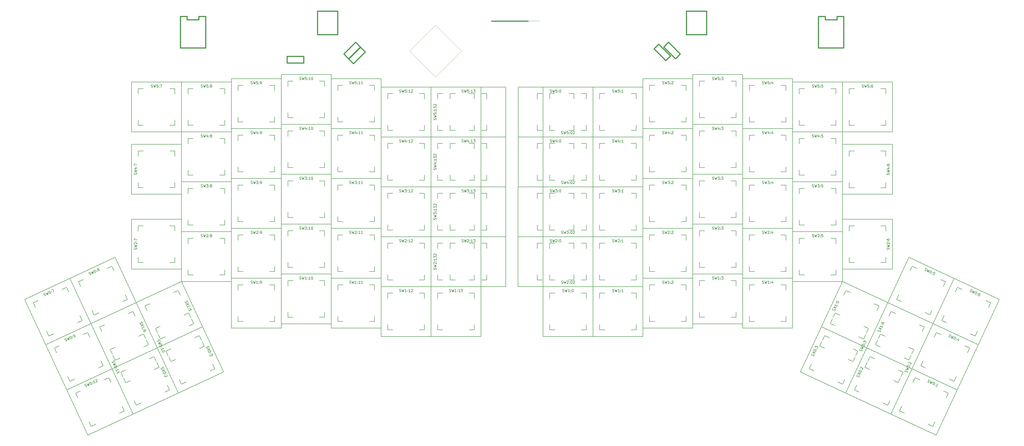
<source format=gbr>
%TF.GenerationSoftware,KiCad,Pcbnew,(5.1.9)-1*%
%TF.CreationDate,2021-02-19T15:09:25+09:00*%
%TF.ProjectId,ErgoDOX,4572676f-444f-4582-9e6b-696361645f70,rev?*%
%TF.SameCoordinates,Original*%
%TF.FileFunction,OtherDrawing,Comment*%
%FSLAX46Y46*%
G04 Gerber Fmt 4.6, Leading zero omitted, Abs format (unit mm)*
G04 Created by KiCad (PCBNEW (5.1.9)-1) date 2021-02-19 15:09:25*
%MOMM*%
%LPD*%
G01*
G04 APERTURE LIST*
%ADD10C,0.120000*%
%ADD11C,0.400000*%
%ADD12C,0.150000*%
%ADD13C,0.025400*%
%ADD14C,0.381000*%
%ADD15C,0.050000*%
G04 APERTURE END LIST*
D10*
X213309200Y-32461200D02*
X217728800Y-32461200D01*
D11*
X199440800Y-32512000D02*
X213309200Y-32512000D01*
D12*
%TO.C,SW2:11*%
X152732750Y-114231660D02*
X154732750Y-114231660D01*
X154732750Y-114231660D02*
X154732750Y-116231660D01*
X152732750Y-128231660D02*
X154732750Y-128231660D01*
X154732750Y-128231660D02*
X154732750Y-126231660D01*
X140732750Y-126231660D02*
X140732750Y-128231660D01*
X140732750Y-128231660D02*
X142732750Y-128231660D01*
X142732750Y-114231660D02*
X140732750Y-114231660D01*
X140732750Y-114231660D02*
X140732750Y-116231660D01*
X138207750Y-111706660D02*
X157257750Y-111706660D01*
X157257750Y-111706660D02*
X157257750Y-130756660D01*
X157257750Y-130756660D02*
X138207750Y-130756660D01*
X138207750Y-130756660D02*
X138207750Y-111706660D01*
%TO.C,SW5:7*%
X76532750Y-58354200D02*
X78532750Y-58354200D01*
X78532750Y-58354200D02*
X78532750Y-60354200D01*
X76532750Y-72354200D02*
X78532750Y-72354200D01*
X78532750Y-72354200D02*
X78532750Y-70354200D01*
X64532750Y-70354200D02*
X64532750Y-72354200D01*
X64532750Y-72354200D02*
X66532750Y-72354200D01*
X66532750Y-58354200D02*
X64532750Y-58354200D01*
X64532750Y-58354200D02*
X64532750Y-60354200D01*
X62007750Y-55829200D02*
X81057750Y-55829200D01*
X81057750Y-55829200D02*
X81057750Y-74879200D01*
X81057750Y-74879200D02*
X62007750Y-74879200D01*
X62007750Y-74879200D02*
X62007750Y-55829200D01*
D13*
%TO.C,J1*%
X136781540Y-30734000D02*
X136781540Y-30734000D01*
D14*
X132930900Y-28735020D02*
X140632180Y-28735020D01*
X132930900Y-37734240D02*
X132930900Y-28735020D01*
X140632180Y-37734240D02*
X132930900Y-37734240D01*
X140632180Y-28735020D02*
X140632180Y-37734240D01*
D12*
%TO.C,SW1:13*%
X176307750Y-152981660D02*
X176307750Y-133931660D01*
X195357750Y-152981660D02*
X176307750Y-152981660D01*
X195357750Y-133931660D02*
X195357750Y-152981660D01*
X176307750Y-133931660D02*
X195357750Y-133931660D01*
X178832750Y-136456660D02*
X178832750Y-138456660D01*
X180832750Y-136456660D02*
X178832750Y-136456660D01*
X178832750Y-150456660D02*
X180832750Y-150456660D01*
X178832750Y-148456660D02*
X178832750Y-150456660D01*
X192832750Y-150456660D02*
X192832750Y-148456660D01*
X190832750Y-150456660D02*
X192832750Y-150456660D01*
X192832750Y-136456660D02*
X192832750Y-138456660D01*
X190832750Y-136456660D02*
X192832750Y-136456660D01*
%TO.C,SW3:132*%
X178826400Y-100359200D02*
X178826400Y-98359200D01*
X178826400Y-98359200D02*
X180826400Y-98359200D01*
X192826400Y-100359200D02*
X192826400Y-98359200D01*
X192826400Y-98359200D02*
X190826400Y-98359200D01*
X190826400Y-112359200D02*
X192826400Y-112359200D01*
X192826400Y-112359200D02*
X192826400Y-110359200D01*
X178826400Y-110359200D02*
X178826400Y-112359200D01*
X178826400Y-112359200D02*
X180826400Y-112359200D01*
X176301400Y-114884200D02*
X176301400Y-95834200D01*
X176301400Y-95834200D02*
X195351400Y-95834200D01*
X195351400Y-95834200D02*
X195351400Y-114884200D01*
X195351400Y-114884200D02*
X176301400Y-114884200D01*
%TO.C,SW3:10*%
X133682750Y-93584000D02*
X135682750Y-93584000D01*
X135682750Y-93584000D02*
X135682750Y-95584000D01*
X133682750Y-107584000D02*
X135682750Y-107584000D01*
X135682750Y-107584000D02*
X135682750Y-105584000D01*
X121682750Y-105584000D02*
X121682750Y-107584000D01*
X121682750Y-107584000D02*
X123682750Y-107584000D01*
X123682750Y-93584000D02*
X121682750Y-93584000D01*
X121682750Y-93584000D02*
X121682750Y-95584000D01*
X119157750Y-91059000D02*
X138207750Y-91059000D01*
X138207750Y-91059000D02*
X138207750Y-110109000D01*
X138207750Y-110109000D02*
X119157750Y-110109000D01*
X119157750Y-110109000D02*
X119157750Y-91059000D01*
%TO.C,SW3:8*%
X95582750Y-96451660D02*
X97582750Y-96451660D01*
X97582750Y-96451660D02*
X97582750Y-98451660D01*
X95582750Y-110451660D02*
X97582750Y-110451660D01*
X97582750Y-110451660D02*
X97582750Y-108451660D01*
X83582750Y-108451660D02*
X83582750Y-110451660D01*
X83582750Y-110451660D02*
X85582750Y-110451660D01*
X85582750Y-96451660D02*
X83582750Y-96451660D01*
X83582750Y-96451660D02*
X83582750Y-98451660D01*
X81057750Y-93926660D02*
X100107750Y-93926660D01*
X100107750Y-93926660D02*
X100107750Y-112976660D01*
X100107750Y-112976660D02*
X81057750Y-112976660D01*
X81057750Y-112976660D02*
X81057750Y-93926660D01*
%TO.C,SW4:12*%
X171782750Y-79306660D02*
X173782750Y-79306660D01*
X173782750Y-79306660D02*
X173782750Y-81306660D01*
X171782750Y-93306660D02*
X173782750Y-93306660D01*
X173782750Y-93306660D02*
X173782750Y-91306660D01*
X159782750Y-91306660D02*
X159782750Y-93306660D01*
X159782750Y-93306660D02*
X161782750Y-93306660D01*
X161782750Y-79306660D02*
X159782750Y-79306660D01*
X159782750Y-79306660D02*
X159782750Y-81306660D01*
X157257750Y-76781660D02*
X176307750Y-76781660D01*
X176307750Y-76781660D02*
X176307750Y-95831660D01*
X176307750Y-95831660D02*
X157257750Y-95831660D01*
X157257750Y-95831660D02*
X157257750Y-76781660D01*
D13*
%TO.C,RC1*%
X124555250Y-47244000D02*
X124555250Y-47244000D01*
D14*
X127730250Y-45974000D02*
X127730250Y-48514000D01*
X121380250Y-45974000D02*
X127730250Y-45974000D01*
X121380250Y-48514000D02*
X121380250Y-45974000D01*
X127730250Y-48514000D02*
X121380250Y-48514000D01*
D13*
%TO.C,RB1*%
X146141440Y-43751500D02*
X146141440Y-43751500D01*
D14*
X147488478Y-40608410D02*
X149284530Y-42404462D01*
X142998350Y-45098538D02*
X147488478Y-40608410D01*
X144794402Y-46894590D02*
X142998350Y-45098538D01*
X149284530Y-42404462D02*
X144794402Y-46894590D01*
D13*
%TO.C,RA1*%
X148046440Y-45656500D02*
X148046440Y-45656500D01*
D14*
X149393478Y-42513410D02*
X151189530Y-44309462D01*
X144903350Y-47003538D02*
X149393478Y-42513410D01*
X146699402Y-48799590D02*
X144903350Y-47003538D01*
X151189530Y-44309462D02*
X146699402Y-48799590D01*
D13*
%TO.C,J2*%
X85448140Y-30734000D02*
X85448140Y-30734000D01*
D14*
X90248740Y-42799000D02*
X90248740Y-30734000D01*
X80647540Y-42799000D02*
X90248740Y-42799000D01*
X80647540Y-30734000D02*
X80647540Y-42799000D01*
X83200240Y-30734000D02*
X80647540Y-30734000D01*
X83200240Y-32029400D02*
X83200240Y-30734000D01*
X87696040Y-32029400D02*
X83200240Y-32029400D01*
X87696040Y-30734000D02*
X87696040Y-32029400D01*
X90248740Y-30734000D02*
X87696040Y-30734000D01*
D13*
%TO.C,J1*%
X277641050Y-30734000D02*
X277641050Y-30734000D01*
D14*
X281491690Y-28735020D02*
X273790410Y-28735020D01*
X281491690Y-37734240D02*
X281491690Y-28735020D01*
X273790410Y-37734240D02*
X281491690Y-37734240D01*
X273790410Y-28735020D02*
X273790410Y-37734240D01*
D13*
%TO.C,RB2*%
X268289498Y-43753498D02*
X268289498Y-43753498D01*
D14*
X265146408Y-42406460D02*
X266942460Y-40610408D01*
X269636536Y-46896588D02*
X265146408Y-42406460D01*
X271432588Y-45100536D02*
X269636536Y-46896588D01*
X266942460Y-40610408D02*
X271432588Y-45100536D01*
D13*
%TO.C,RA2*%
X264515600Y-44450000D02*
X264515600Y-44450000D01*
D14*
X261372510Y-43102962D02*
X263168562Y-41306910D01*
X265862638Y-47593090D02*
X261372510Y-43102962D01*
X267658690Y-45797038D02*
X265862638Y-47593090D01*
X263168562Y-41306910D02*
X267658690Y-45797038D01*
D13*
%TO.C,J3*%
X328980800Y-30734000D02*
X328980800Y-30734000D01*
D14*
X333781400Y-42799000D02*
X333781400Y-30734000D01*
X324180200Y-42799000D02*
X333781400Y-42799000D01*
X324180200Y-30734000D02*
X324180200Y-42799000D01*
X326732900Y-30734000D02*
X324180200Y-30734000D01*
X326732900Y-32029400D02*
X326732900Y-30734000D01*
X331228700Y-32029400D02*
X326732900Y-32029400D01*
X331228700Y-30734000D02*
X331228700Y-32029400D01*
X333781400Y-30734000D02*
X331228700Y-30734000D01*
D12*
%TO.C,SX0:2*%
X351825143Y-182660221D02*
X334559979Y-174609343D01*
X359876021Y-165395057D02*
X351825143Y-182660221D01*
X342610857Y-157344179D02*
X359876021Y-165395057D01*
X334559979Y-174609343D02*
X342610857Y-157344179D01*
X337915518Y-173388027D02*
X339728133Y-174233263D01*
X338760754Y-171575411D02*
X337915518Y-173388027D01*
X350603827Y-179304682D02*
X351449063Y-177492067D01*
X348791211Y-178459446D02*
X350603827Y-179304682D01*
X356520482Y-166616373D02*
X354707867Y-165771137D01*
X355675246Y-168428989D02*
X356520482Y-166616373D01*
X343832173Y-160699718D02*
X345644789Y-161544954D01*
X342986937Y-162512333D02*
X343832173Y-160699718D01*
%TO.C,SW4:6*%
X333375000Y-79654400D02*
X352425000Y-79654400D01*
X333375000Y-98704400D02*
X333375000Y-79654400D01*
X352425000Y-98704400D02*
X333375000Y-98704400D01*
X352425000Y-79654400D02*
X352425000Y-98704400D01*
X349900000Y-82179400D02*
X347900000Y-82179400D01*
X349900000Y-84179400D02*
X349900000Y-82179400D01*
X335900000Y-82179400D02*
X335900000Y-84179400D01*
X337900000Y-82179400D02*
X335900000Y-82179400D01*
X335900000Y-96179400D02*
X337900000Y-96179400D01*
X335900000Y-94179400D02*
X335900000Y-96179400D01*
X349900000Y-96179400D02*
X347900000Y-96179400D01*
X349900000Y-94179400D02*
X349900000Y-96179400D01*
%TO.C,SW5:4*%
X295275000Y-73609200D02*
X295275000Y-54559200D01*
X314325000Y-73609200D02*
X295275000Y-73609200D01*
X314325000Y-54559200D02*
X314325000Y-73609200D01*
X295275000Y-54559200D02*
X314325000Y-54559200D01*
X297800000Y-57084200D02*
X297800000Y-59084200D01*
X299800000Y-57084200D02*
X297800000Y-57084200D01*
X297800000Y-71084200D02*
X299800000Y-71084200D01*
X297800000Y-69084200D02*
X297800000Y-71084200D01*
X311800000Y-71084200D02*
X311800000Y-69084200D01*
X309800000Y-71084200D02*
X311800000Y-71084200D01*
X311800000Y-57084200D02*
X311800000Y-59084200D01*
X309800000Y-57084200D02*
X311800000Y-57084200D01*
%TO.C,SW2:2*%
X257175000Y-130759200D02*
X257175000Y-111709200D01*
X276225000Y-130759200D02*
X257175000Y-130759200D01*
X276225000Y-111709200D02*
X276225000Y-130759200D01*
X257175000Y-111709200D02*
X276225000Y-111709200D01*
X259700000Y-114234200D02*
X259700000Y-116234200D01*
X261700000Y-114234200D02*
X259700000Y-114234200D01*
X259700000Y-128234200D02*
X261700000Y-128234200D01*
X259700000Y-126234200D02*
X259700000Y-128234200D01*
X273700000Y-128234200D02*
X273700000Y-126234200D01*
X271700000Y-128234200D02*
X273700000Y-128234200D01*
X273700000Y-114234200D02*
X273700000Y-116234200D01*
X271700000Y-114234200D02*
X273700000Y-114234200D01*
%TO.C,SW5:2*%
X257175000Y-73609200D02*
X257175000Y-54559200D01*
X276225000Y-73609200D02*
X257175000Y-73609200D01*
X276225000Y-54559200D02*
X276225000Y-73609200D01*
X257175000Y-54559200D02*
X276225000Y-54559200D01*
X259700000Y-57084200D02*
X259700000Y-59084200D01*
X261700000Y-57084200D02*
X259700000Y-57084200D01*
X259700000Y-71084200D02*
X261700000Y-71084200D01*
X259700000Y-69084200D02*
X259700000Y-71084200D01*
X273700000Y-71084200D02*
X273700000Y-69084200D01*
X271700000Y-71084200D02*
X273700000Y-71084200D01*
X273700000Y-57084200D02*
X273700000Y-59084200D01*
X271700000Y-57084200D02*
X273700000Y-57084200D01*
%TO.C,SW1:1*%
X238125000Y-152984200D02*
X238125000Y-133934200D01*
X257175000Y-152984200D02*
X238125000Y-152984200D01*
X257175000Y-133934200D02*
X257175000Y-152984200D01*
X238125000Y-133934200D02*
X257175000Y-133934200D01*
X240650000Y-136459200D02*
X240650000Y-138459200D01*
X242650000Y-136459200D02*
X240650000Y-136459200D01*
X240650000Y-150459200D02*
X242650000Y-150459200D01*
X240650000Y-148459200D02*
X240650000Y-150459200D01*
X254650000Y-150459200D02*
X254650000Y-148459200D01*
X252650000Y-150459200D02*
X254650000Y-150459200D01*
X254650000Y-136459200D02*
X254650000Y-138459200D01*
X252650000Y-136459200D02*
X254650000Y-136459200D01*
%TO.C,SX0:3*%
X334553143Y-174608421D02*
X317287979Y-166557543D01*
X342604021Y-157343257D02*
X334553143Y-174608421D01*
X325338857Y-149292379D02*
X342604021Y-157343257D01*
X317287979Y-166557543D02*
X325338857Y-149292379D01*
X320643518Y-165336227D02*
X322456133Y-166181463D01*
X321488754Y-163523611D02*
X320643518Y-165336227D01*
X333331827Y-171252882D02*
X334177063Y-169440267D01*
X331519211Y-170407646D02*
X333331827Y-171252882D01*
X339248482Y-158564573D02*
X337435867Y-157719337D01*
X338403246Y-160377189D02*
X339248482Y-158564573D01*
X326560173Y-152647918D02*
X328372789Y-153493154D01*
X325714937Y-154460533D02*
X326560173Y-152647918D01*
%TO.C,SX1:5*%
X342604943Y-157336421D02*
X325339779Y-149285543D01*
X350655821Y-140071257D02*
X342604943Y-157336421D01*
X333390657Y-132020379D02*
X350655821Y-140071257D01*
X325339779Y-149285543D02*
X333390657Y-132020379D01*
X328695318Y-148064227D02*
X330507933Y-148909463D01*
X329540554Y-146251611D02*
X328695318Y-148064227D01*
X341383627Y-153980882D02*
X342228863Y-152168267D01*
X339571011Y-153135646D02*
X341383627Y-153980882D01*
X347300282Y-141292573D02*
X345487667Y-140447337D01*
X346455046Y-143105189D02*
X347300282Y-141292573D01*
X334611973Y-135375918D02*
X336424589Y-136221154D01*
X333766737Y-137188533D02*
X334611973Y-135375918D01*
%TO.C,SW0:3*%
X333402896Y-132023798D02*
X350668060Y-140074676D01*
X317301140Y-166554124D02*
X333402896Y-132023798D01*
X334566304Y-174605002D02*
X317301140Y-166554124D01*
X350668060Y-140074676D02*
X334566304Y-174605002D01*
X343287082Y-149928573D02*
X341474467Y-149083337D01*
X342441846Y-151741189D02*
X343287082Y-149928573D01*
X330598773Y-144011918D02*
X329753537Y-145824533D01*
X332411389Y-144857154D02*
X330598773Y-144011918D01*
X324682118Y-156700227D02*
X326494733Y-157545463D01*
X325527354Y-154887611D02*
X324682118Y-156700227D01*
X337370427Y-162616882D02*
X335557811Y-161771646D01*
X338215663Y-160804267D02*
X337370427Y-162616882D01*
%TO.C,SX1:6*%
X359876943Y-165388221D02*
X342611779Y-157337343D01*
X367927821Y-148123057D02*
X359876943Y-165388221D01*
X350662657Y-140072179D02*
X367927821Y-148123057D01*
X342611779Y-157337343D02*
X350662657Y-140072179D01*
X345967318Y-156116027D02*
X347779933Y-156961263D01*
X346812554Y-154303411D02*
X345967318Y-156116027D01*
X358655627Y-162032682D02*
X359500863Y-160220067D01*
X356843011Y-161187446D02*
X358655627Y-162032682D01*
X364572282Y-149344373D02*
X362759667Y-148499137D01*
X363727046Y-151156989D02*
X364572282Y-149344373D01*
X351883973Y-143427718D02*
X353696589Y-144272954D01*
X351038737Y-145240333D02*
X351883973Y-143427718D01*
%TO.C,SW0:2*%
X350649496Y-140075598D02*
X367914660Y-148126476D01*
X334547740Y-174605924D02*
X350649496Y-140075598D01*
X351812904Y-182656802D02*
X334547740Y-174605924D01*
X367914660Y-148126476D02*
X351812904Y-182656802D01*
X360533682Y-157980373D02*
X358721067Y-157135137D01*
X359688446Y-159792989D02*
X360533682Y-157980373D01*
X347845373Y-152063718D02*
X347000137Y-153876333D01*
X349657989Y-152908954D02*
X347845373Y-152063718D01*
X341928718Y-164752027D02*
X343741333Y-165597263D01*
X342773954Y-162939411D02*
X341928718Y-164752027D01*
X354617027Y-170668682D02*
X352804411Y-169823446D01*
X355462263Y-168856067D02*
X354617027Y-170668682D01*
%TO.C,SW0:1*%
X351806579Y-182661143D02*
X359857457Y-165395979D01*
X369071743Y-190712021D02*
X351806579Y-182661143D01*
X377122621Y-173446857D02*
X369071743Y-190712021D01*
X359857457Y-165395979D02*
X377122621Y-173446857D01*
X361078773Y-168751518D02*
X360233537Y-170564133D01*
X362891389Y-169596754D02*
X361078773Y-168751518D01*
X355162118Y-181439827D02*
X356974733Y-182285063D01*
X356007354Y-179627211D02*
X355162118Y-181439827D01*
X367850427Y-187356482D02*
X368695663Y-185543867D01*
X366037811Y-186511246D02*
X367850427Y-187356482D01*
X373767082Y-174668173D02*
X372921846Y-176480789D01*
X371954467Y-173822937D02*
X373767082Y-174668173D01*
%TO.C,SW0:4*%
X359883779Y-165389143D02*
X367934657Y-148123979D01*
X377148943Y-173440021D02*
X359883779Y-165389143D01*
X385199821Y-156174857D02*
X377148943Y-173440021D01*
X367934657Y-148123979D02*
X385199821Y-156174857D01*
X369155973Y-151479518D02*
X368310737Y-153292133D01*
X370968589Y-152324754D02*
X369155973Y-151479518D01*
X363239318Y-164167827D02*
X365051933Y-165013063D01*
X364084554Y-162355211D02*
X363239318Y-164167827D01*
X375927627Y-170084482D02*
X376772863Y-168271867D01*
X374115011Y-169239246D02*
X375927627Y-170084482D01*
X381844282Y-157396173D02*
X380999046Y-159208789D01*
X380031667Y-156550937D02*
X381844282Y-157396173D01*
%TO.C,SW0:6*%
X367935579Y-148117143D02*
X375986457Y-130851979D01*
X385200743Y-156168021D02*
X367935579Y-148117143D01*
X393251621Y-138902857D02*
X385200743Y-156168021D01*
X375986457Y-130851979D02*
X393251621Y-138902857D01*
X377207773Y-134207518D02*
X376362537Y-136020133D01*
X379020389Y-135052754D02*
X377207773Y-134207518D01*
X371291118Y-146895827D02*
X373103733Y-147741063D01*
X372136354Y-145083211D02*
X371291118Y-146895827D01*
X383979427Y-152812482D02*
X384824663Y-150999867D01*
X382166811Y-151967246D02*
X383979427Y-152812482D01*
X389896082Y-140124173D02*
X389050846Y-141936789D01*
X388083467Y-139278937D02*
X389896082Y-140124173D01*
%TO.C,SW0:5*%
X350663579Y-140065343D02*
X358714457Y-122800179D01*
X367928743Y-148116221D02*
X350663579Y-140065343D01*
X375979621Y-130851057D02*
X367928743Y-148116221D01*
X358714457Y-122800179D02*
X375979621Y-130851057D01*
X359935773Y-126155718D02*
X359090537Y-127968333D01*
X361748389Y-127000954D02*
X359935773Y-126155718D01*
X354019118Y-138844027D02*
X355831733Y-139689263D01*
X354864354Y-137031411D02*
X354019118Y-138844027D01*
X366707427Y-144760682D02*
X367552663Y-142948067D01*
X364894811Y-143915446D02*
X366707427Y-144760682D01*
X372624082Y-132072373D02*
X371778846Y-133884989D01*
X370811467Y-131227137D02*
X372624082Y-132072373D01*
%TO.C,SW1:0*%
X219075000Y-152984200D02*
X219075000Y-133934200D01*
X238125000Y-152984200D02*
X219075000Y-152984200D01*
X238125000Y-133934200D02*
X238125000Y-152984200D01*
X219075000Y-133934200D02*
X238125000Y-133934200D01*
X221600000Y-136459200D02*
X221600000Y-138459200D01*
X223600000Y-136459200D02*
X221600000Y-136459200D01*
X221600000Y-150459200D02*
X223600000Y-150459200D01*
X221600000Y-148459200D02*
X221600000Y-150459200D01*
X235600000Y-150459200D02*
X235600000Y-148459200D01*
X233600000Y-150459200D02*
X235600000Y-150459200D01*
X235600000Y-136459200D02*
X235600000Y-138459200D01*
X233600000Y-136459200D02*
X235600000Y-136459200D01*
%TO.C,SW3:5*%
X314325000Y-112979200D02*
X314325000Y-93929200D01*
X333375000Y-112979200D02*
X314325000Y-112979200D01*
X333375000Y-93929200D02*
X333375000Y-112979200D01*
X314325000Y-93929200D02*
X333375000Y-93929200D01*
X316850000Y-96454200D02*
X316850000Y-98454200D01*
X318850000Y-96454200D02*
X316850000Y-96454200D01*
X316850000Y-110454200D02*
X318850000Y-110454200D01*
X316850000Y-108454200D02*
X316850000Y-110454200D01*
X330850000Y-110454200D02*
X330850000Y-108454200D01*
X328850000Y-110454200D02*
X330850000Y-110454200D01*
X330850000Y-96454200D02*
X330850000Y-98454200D01*
X328850000Y-96454200D02*
X330850000Y-96454200D01*
%TO.C,SW3:4*%
X295275000Y-111709200D02*
X295275000Y-92659200D01*
X314325000Y-111709200D02*
X295275000Y-111709200D01*
X314325000Y-92659200D02*
X314325000Y-111709200D01*
X295275000Y-92659200D02*
X314325000Y-92659200D01*
X297800000Y-95184200D02*
X297800000Y-97184200D01*
X299800000Y-95184200D02*
X297800000Y-95184200D01*
X297800000Y-109184200D02*
X299800000Y-109184200D01*
X297800000Y-107184200D02*
X297800000Y-109184200D01*
X311800000Y-109184200D02*
X311800000Y-107184200D01*
X309800000Y-109184200D02*
X311800000Y-109184200D01*
X311800000Y-95184200D02*
X311800000Y-97184200D01*
X309800000Y-95184200D02*
X311800000Y-95184200D01*
%TO.C,SW3:3*%
X276225000Y-110109000D02*
X276225000Y-91059000D01*
X295275000Y-110109000D02*
X276225000Y-110109000D01*
X295275000Y-91059000D02*
X295275000Y-110109000D01*
X276225000Y-91059000D02*
X295275000Y-91059000D01*
X278750000Y-93584000D02*
X278750000Y-95584000D01*
X280750000Y-93584000D02*
X278750000Y-93584000D01*
X278750000Y-107584000D02*
X280750000Y-107584000D01*
X278750000Y-105584000D02*
X278750000Y-107584000D01*
X292750000Y-107584000D02*
X292750000Y-105584000D01*
X290750000Y-107584000D02*
X292750000Y-107584000D01*
X292750000Y-93584000D02*
X292750000Y-95584000D01*
X290750000Y-93584000D02*
X292750000Y-93584000D01*
%TO.C,SW3:14*%
X238125000Y-95834200D02*
X238125000Y-114884200D01*
X219075000Y-95834200D02*
X238125000Y-95834200D01*
X219075000Y-114884200D02*
X219075000Y-95834200D01*
X238125000Y-114884200D02*
X219075000Y-114884200D01*
X235600000Y-112359200D02*
X235600000Y-110359200D01*
X233600000Y-112359200D02*
X235600000Y-112359200D01*
X235600000Y-98359200D02*
X233600000Y-98359200D01*
X235600000Y-100359200D02*
X235600000Y-98359200D01*
X221600000Y-98359200D02*
X221600000Y-100359200D01*
X223600000Y-98359200D02*
X221600000Y-98359200D01*
X221600000Y-112359200D02*
X221600000Y-110359200D01*
X223600000Y-112359200D02*
X221600000Y-112359200D01*
%TO.C,SW3:2*%
X257175000Y-111709200D02*
X257175000Y-92659200D01*
X276225000Y-111709200D02*
X257175000Y-111709200D01*
X276225000Y-92659200D02*
X276225000Y-111709200D01*
X257175000Y-92659200D02*
X276225000Y-92659200D01*
X259700000Y-95184200D02*
X259700000Y-97184200D01*
X261700000Y-95184200D02*
X259700000Y-95184200D01*
X259700000Y-109184200D02*
X261700000Y-109184200D01*
X259700000Y-107184200D02*
X259700000Y-109184200D01*
X273700000Y-109184200D02*
X273700000Y-107184200D01*
X271700000Y-109184200D02*
X273700000Y-109184200D01*
X273700000Y-95184200D02*
X273700000Y-97184200D01*
X271700000Y-95184200D02*
X273700000Y-95184200D01*
%TO.C,SW3:1*%
X238125000Y-114884200D02*
X238125000Y-95834200D01*
X257175000Y-114884200D02*
X238125000Y-114884200D01*
X257175000Y-95834200D02*
X257175000Y-114884200D01*
X238125000Y-95834200D02*
X257175000Y-95834200D01*
X240650000Y-98359200D02*
X240650000Y-100359200D01*
X242650000Y-98359200D02*
X240650000Y-98359200D01*
X240650000Y-112359200D02*
X242650000Y-112359200D01*
X240650000Y-110359200D02*
X240650000Y-112359200D01*
X254650000Y-112359200D02*
X254650000Y-110359200D01*
X252650000Y-112359200D02*
X254650000Y-112359200D01*
X254650000Y-98359200D02*
X254650000Y-100359200D01*
X252650000Y-98359200D02*
X254650000Y-98359200D01*
%TO.C,SW3:0*%
X209537300Y-114884200D02*
X209537300Y-95834200D01*
X238112300Y-114884200D02*
X209537300Y-114884200D01*
X238112300Y-95834200D02*
X238112300Y-114884200D01*
X209537300Y-95834200D02*
X238112300Y-95834200D01*
X216824800Y-98359200D02*
X216824800Y-100359200D01*
X218824800Y-98359200D02*
X216824800Y-98359200D01*
X216824800Y-112359200D02*
X218824800Y-112359200D01*
X216824800Y-110359200D02*
X216824800Y-112359200D01*
X230824800Y-112359200D02*
X230824800Y-110359200D01*
X228824800Y-112359200D02*
X230824800Y-112359200D01*
X230824800Y-98359200D02*
X230824800Y-100359200D01*
X228824800Y-98359200D02*
X230824800Y-98359200D01*
%TO.C,SW1:4*%
X295275000Y-149809200D02*
X295275000Y-130759200D01*
X314325000Y-149809200D02*
X295275000Y-149809200D01*
X314325000Y-130759200D02*
X314325000Y-149809200D01*
X295275000Y-130759200D02*
X314325000Y-130759200D01*
X297800000Y-133284200D02*
X297800000Y-135284200D01*
X299800000Y-133284200D02*
X297800000Y-133284200D01*
X297800000Y-147284200D02*
X299800000Y-147284200D01*
X297800000Y-145284200D02*
X297800000Y-147284200D01*
X311800000Y-147284200D02*
X311800000Y-145284200D01*
X309800000Y-147284200D02*
X311800000Y-147284200D01*
X311800000Y-133284200D02*
X311800000Y-135284200D01*
X309800000Y-133284200D02*
X311800000Y-133284200D01*
%TO.C,SW1:3*%
X276225000Y-148209000D02*
X276225000Y-129159000D01*
X295275000Y-148209000D02*
X276225000Y-148209000D01*
X295275000Y-129159000D02*
X295275000Y-148209000D01*
X276225000Y-129159000D02*
X295275000Y-129159000D01*
X278750000Y-131684000D02*
X278750000Y-133684000D01*
X280750000Y-131684000D02*
X278750000Y-131684000D01*
X278750000Y-145684000D02*
X280750000Y-145684000D01*
X278750000Y-143684000D02*
X278750000Y-145684000D01*
X292750000Y-145684000D02*
X292750000Y-143684000D01*
X290750000Y-145684000D02*
X292750000Y-145684000D01*
X292750000Y-131684000D02*
X292750000Y-133684000D01*
X290750000Y-131684000D02*
X292750000Y-131684000D01*
%TO.C,SW1:2*%
X257175000Y-149809200D02*
X257175000Y-130759200D01*
X276225000Y-149809200D02*
X257175000Y-149809200D01*
X276225000Y-130759200D02*
X276225000Y-149809200D01*
X257175000Y-130759200D02*
X276225000Y-130759200D01*
X259700000Y-133284200D02*
X259700000Y-135284200D01*
X261700000Y-133284200D02*
X259700000Y-133284200D01*
X259700000Y-147284200D02*
X261700000Y-147284200D01*
X259700000Y-145284200D02*
X259700000Y-147284200D01*
X273700000Y-147284200D02*
X273700000Y-145284200D01*
X271700000Y-147284200D02*
X273700000Y-147284200D01*
X273700000Y-133284200D02*
X273700000Y-135284200D01*
X271700000Y-133284200D02*
X273700000Y-133284200D01*
%TO.C,SW2:14*%
X238125000Y-114884200D02*
X238125000Y-133934200D01*
X219075000Y-114884200D02*
X238125000Y-114884200D01*
X219075000Y-133934200D02*
X219075000Y-114884200D01*
X238125000Y-133934200D02*
X219075000Y-133934200D01*
X235600000Y-131409200D02*
X235600000Y-129409200D01*
X233600000Y-131409200D02*
X235600000Y-131409200D01*
X235600000Y-117409200D02*
X233600000Y-117409200D01*
X235600000Y-119409200D02*
X235600000Y-117409200D01*
X221600000Y-117409200D02*
X221600000Y-119409200D01*
X223600000Y-117409200D02*
X221600000Y-117409200D01*
X221600000Y-131409200D02*
X221600000Y-129409200D01*
X223600000Y-131409200D02*
X221600000Y-131409200D01*
%TO.C,SW2:6*%
X333375000Y-108204000D02*
X352425000Y-108204000D01*
X333375000Y-127254000D02*
X333375000Y-108204000D01*
X352425000Y-127254000D02*
X333375000Y-127254000D01*
X352425000Y-108204000D02*
X352425000Y-127254000D01*
X349900000Y-110729000D02*
X347900000Y-110729000D01*
X349900000Y-112729000D02*
X349900000Y-110729000D01*
X335900000Y-110729000D02*
X335900000Y-112729000D01*
X337900000Y-110729000D02*
X335900000Y-110729000D01*
X335900000Y-124729000D02*
X337900000Y-124729000D01*
X335900000Y-122729000D02*
X335900000Y-124729000D01*
X349900000Y-124729000D02*
X347900000Y-124729000D01*
X349900000Y-122729000D02*
X349900000Y-124729000D01*
%TO.C,SW2:5*%
X314325000Y-132029200D02*
X314325000Y-112979200D01*
X333375000Y-132029200D02*
X314325000Y-132029200D01*
X333375000Y-112979200D02*
X333375000Y-132029200D01*
X314325000Y-112979200D02*
X333375000Y-112979200D01*
X316850000Y-115504200D02*
X316850000Y-117504200D01*
X318850000Y-115504200D02*
X316850000Y-115504200D01*
X316850000Y-129504200D02*
X318850000Y-129504200D01*
X316850000Y-127504200D02*
X316850000Y-129504200D01*
X330850000Y-129504200D02*
X330850000Y-127504200D01*
X328850000Y-129504200D02*
X330850000Y-129504200D01*
X330850000Y-115504200D02*
X330850000Y-117504200D01*
X328850000Y-115504200D02*
X330850000Y-115504200D01*
%TO.C,SW2:4*%
X295275000Y-130759200D02*
X295275000Y-111709200D01*
X314325000Y-130759200D02*
X295275000Y-130759200D01*
X314325000Y-111709200D02*
X314325000Y-130759200D01*
X295275000Y-111709200D02*
X314325000Y-111709200D01*
X297800000Y-114234200D02*
X297800000Y-116234200D01*
X299800000Y-114234200D02*
X297800000Y-114234200D01*
X297800000Y-128234200D02*
X299800000Y-128234200D01*
X297800000Y-126234200D02*
X297800000Y-128234200D01*
X311800000Y-128234200D02*
X311800000Y-126234200D01*
X309800000Y-128234200D02*
X311800000Y-128234200D01*
X311800000Y-114234200D02*
X311800000Y-116234200D01*
X309800000Y-114234200D02*
X311800000Y-114234200D01*
%TO.C,SW2:3*%
X276225000Y-129159000D02*
X276225000Y-110109000D01*
X295275000Y-129159000D02*
X276225000Y-129159000D01*
X295275000Y-110109000D02*
X295275000Y-129159000D01*
X276225000Y-110109000D02*
X295275000Y-110109000D01*
X278750000Y-112634000D02*
X278750000Y-114634000D01*
X280750000Y-112634000D02*
X278750000Y-112634000D01*
X278750000Y-126634000D02*
X280750000Y-126634000D01*
X278750000Y-124634000D02*
X278750000Y-126634000D01*
X292750000Y-126634000D02*
X292750000Y-124634000D01*
X290750000Y-126634000D02*
X292750000Y-126634000D01*
X292750000Y-112634000D02*
X292750000Y-114634000D01*
X290750000Y-112634000D02*
X292750000Y-112634000D01*
%TO.C,SW2:1*%
X238125000Y-133934200D02*
X238125000Y-114884200D01*
X257175000Y-133934200D02*
X238125000Y-133934200D01*
X257175000Y-114884200D02*
X257175000Y-133934200D01*
X238125000Y-114884200D02*
X257175000Y-114884200D01*
X240650000Y-117409200D02*
X240650000Y-119409200D01*
X242650000Y-117409200D02*
X240650000Y-117409200D01*
X240650000Y-131409200D02*
X242650000Y-131409200D01*
X240650000Y-129409200D02*
X240650000Y-131409200D01*
X254650000Y-131409200D02*
X254650000Y-129409200D01*
X252650000Y-131409200D02*
X254650000Y-131409200D01*
X254650000Y-117409200D02*
X254650000Y-119409200D01*
X252650000Y-117409200D02*
X254650000Y-117409200D01*
%TO.C,SW2:0*%
X209537300Y-133934200D02*
X209537300Y-114884200D01*
X238112300Y-133934200D02*
X209537300Y-133934200D01*
X238112300Y-114884200D02*
X238112300Y-133934200D01*
X209537300Y-114884200D02*
X238112300Y-114884200D01*
X216824800Y-117409200D02*
X216824800Y-119409200D01*
X218824800Y-117409200D02*
X216824800Y-117409200D01*
X216824800Y-131409200D02*
X218824800Y-131409200D01*
X216824800Y-129409200D02*
X216824800Y-131409200D01*
X230824800Y-131409200D02*
X230824800Y-129409200D01*
X228824800Y-131409200D02*
X230824800Y-131409200D01*
X230824800Y-117409200D02*
X230824800Y-119409200D01*
X228824800Y-117409200D02*
X230824800Y-117409200D01*
%TO.C,SW4:14*%
X238125000Y-76784200D02*
X238125000Y-95834200D01*
X219075000Y-76784200D02*
X238125000Y-76784200D01*
X219075000Y-95834200D02*
X219075000Y-76784200D01*
X238125000Y-95834200D02*
X219075000Y-95834200D01*
X235600000Y-93309200D02*
X235600000Y-91309200D01*
X233600000Y-93309200D02*
X235600000Y-93309200D01*
X235600000Y-79309200D02*
X233600000Y-79309200D01*
X235600000Y-81309200D02*
X235600000Y-79309200D01*
X221600000Y-79309200D02*
X221600000Y-81309200D01*
X223600000Y-79309200D02*
X221600000Y-79309200D01*
X221600000Y-93309200D02*
X221600000Y-91309200D01*
X223600000Y-93309200D02*
X221600000Y-93309200D01*
%TO.C,SW4:0*%
X209562700Y-95834200D02*
X209562700Y-76784200D01*
X238137700Y-95834200D02*
X209562700Y-95834200D01*
X238137700Y-76784200D02*
X238137700Y-95834200D01*
X209562700Y-76784200D02*
X238137700Y-76784200D01*
X216850200Y-79309200D02*
X216850200Y-81309200D01*
X218850200Y-79309200D02*
X216850200Y-79309200D01*
X216850200Y-93309200D02*
X218850200Y-93309200D01*
X216850200Y-91309200D02*
X216850200Y-93309200D01*
X230850200Y-93309200D02*
X230850200Y-91309200D01*
X228850200Y-93309200D02*
X230850200Y-93309200D01*
X230850200Y-79309200D02*
X230850200Y-81309200D01*
X228850200Y-79309200D02*
X230850200Y-79309200D01*
%TO.C,SW4:3*%
X276225000Y-91059000D02*
X276225000Y-72009000D01*
X295275000Y-91059000D02*
X276225000Y-91059000D01*
X295275000Y-72009000D02*
X295275000Y-91059000D01*
X276225000Y-72009000D02*
X295275000Y-72009000D01*
X278750000Y-74534000D02*
X278750000Y-76534000D01*
X280750000Y-74534000D02*
X278750000Y-74534000D01*
X278750000Y-88534000D02*
X280750000Y-88534000D01*
X278750000Y-86534000D02*
X278750000Y-88534000D01*
X292750000Y-88534000D02*
X292750000Y-86534000D01*
X290750000Y-88534000D02*
X292750000Y-88534000D01*
X292750000Y-74534000D02*
X292750000Y-76534000D01*
X290750000Y-74534000D02*
X292750000Y-74534000D01*
%TO.C,SW4:5*%
X314325000Y-93929200D02*
X314325000Y-74879200D01*
X333375000Y-93929200D02*
X314325000Y-93929200D01*
X333375000Y-74879200D02*
X333375000Y-93929200D01*
X314325000Y-74879200D02*
X333375000Y-74879200D01*
X316850000Y-77404200D02*
X316850000Y-79404200D01*
X318850000Y-77404200D02*
X316850000Y-77404200D01*
X316850000Y-91404200D02*
X318850000Y-91404200D01*
X316850000Y-89404200D02*
X316850000Y-91404200D01*
X330850000Y-91404200D02*
X330850000Y-89404200D01*
X328850000Y-91404200D02*
X330850000Y-91404200D01*
X330850000Y-77404200D02*
X330850000Y-79404200D01*
X328850000Y-77404200D02*
X330850000Y-77404200D01*
%TO.C,SW4:4*%
X295275000Y-92659200D02*
X295275000Y-73609200D01*
X314325000Y-92659200D02*
X295275000Y-92659200D01*
X314325000Y-73609200D02*
X314325000Y-92659200D01*
X295275000Y-73609200D02*
X314325000Y-73609200D01*
X297800000Y-76134200D02*
X297800000Y-78134200D01*
X299800000Y-76134200D02*
X297800000Y-76134200D01*
X297800000Y-90134200D02*
X299800000Y-90134200D01*
X297800000Y-88134200D02*
X297800000Y-90134200D01*
X311800000Y-90134200D02*
X311800000Y-88134200D01*
X309800000Y-90134200D02*
X311800000Y-90134200D01*
X311800000Y-76134200D02*
X311800000Y-78134200D01*
X309800000Y-76134200D02*
X311800000Y-76134200D01*
%TO.C,SW4:2*%
X257175000Y-92659200D02*
X257175000Y-73609200D01*
X276225000Y-92659200D02*
X257175000Y-92659200D01*
X276225000Y-73609200D02*
X276225000Y-92659200D01*
X257175000Y-73609200D02*
X276225000Y-73609200D01*
X259700000Y-76134200D02*
X259700000Y-78134200D01*
X261700000Y-76134200D02*
X259700000Y-76134200D01*
X259700000Y-90134200D02*
X261700000Y-90134200D01*
X259700000Y-88134200D02*
X259700000Y-90134200D01*
X273700000Y-90134200D02*
X273700000Y-88134200D01*
X271700000Y-90134200D02*
X273700000Y-90134200D01*
X273700000Y-76134200D02*
X273700000Y-78134200D01*
X271700000Y-76134200D02*
X273700000Y-76134200D01*
%TO.C,SW4:1*%
X238125000Y-95834200D02*
X238125000Y-76784200D01*
X257175000Y-95834200D02*
X238125000Y-95834200D01*
X257175000Y-76784200D02*
X257175000Y-95834200D01*
X238125000Y-76784200D02*
X257175000Y-76784200D01*
X240650000Y-79309200D02*
X240650000Y-81309200D01*
X242650000Y-79309200D02*
X240650000Y-79309200D01*
X240650000Y-93309200D02*
X242650000Y-93309200D01*
X240650000Y-91309200D02*
X240650000Y-93309200D01*
X254650000Y-93309200D02*
X254650000Y-91309200D01*
X252650000Y-93309200D02*
X254650000Y-93309200D01*
X254650000Y-79309200D02*
X254650000Y-81309200D01*
X252650000Y-79309200D02*
X254650000Y-79309200D01*
%TO.C,SW5:14*%
X238099600Y-57734200D02*
X238099600Y-76784200D01*
X219049600Y-57734200D02*
X238099600Y-57734200D01*
X219049600Y-76784200D02*
X219049600Y-57734200D01*
X238099600Y-76784200D02*
X219049600Y-76784200D01*
X235574600Y-74259200D02*
X235574600Y-72259200D01*
X233574600Y-74259200D02*
X235574600Y-74259200D01*
X235574600Y-60259200D02*
X233574600Y-60259200D01*
X235574600Y-62259200D02*
X235574600Y-60259200D01*
X221574600Y-60259200D02*
X221574600Y-62259200D01*
X223574600Y-60259200D02*
X221574600Y-60259200D01*
X221574600Y-74259200D02*
X221574600Y-72259200D01*
X223574600Y-74259200D02*
X221574600Y-74259200D01*
%TO.C,SW5:0*%
X209562700Y-76784200D02*
X209562700Y-57734200D01*
X238137700Y-76784200D02*
X209562700Y-76784200D01*
X238137700Y-57734200D02*
X238137700Y-76784200D01*
X209562700Y-57734200D02*
X238137700Y-57734200D01*
X216850200Y-60259200D02*
X216850200Y-62259200D01*
X218850200Y-60259200D02*
X216850200Y-60259200D01*
X216850200Y-74259200D02*
X218850200Y-74259200D01*
X216850200Y-72259200D02*
X216850200Y-74259200D01*
X230850200Y-74259200D02*
X230850200Y-72259200D01*
X228850200Y-74259200D02*
X230850200Y-74259200D01*
X230850200Y-60259200D02*
X230850200Y-62259200D01*
X228850200Y-60259200D02*
X230850200Y-60259200D01*
%TO.C,SW5:6*%
X333375000Y-74879200D02*
X333375000Y-55829200D01*
X352425000Y-74879200D02*
X333375000Y-74879200D01*
X352425000Y-55829200D02*
X352425000Y-74879200D01*
X333375000Y-55829200D02*
X352425000Y-55829200D01*
X335900000Y-58354200D02*
X335900000Y-60354200D01*
X337900000Y-58354200D02*
X335900000Y-58354200D01*
X335900000Y-72354200D02*
X337900000Y-72354200D01*
X335900000Y-70354200D02*
X335900000Y-72354200D01*
X349900000Y-72354200D02*
X349900000Y-70354200D01*
X347900000Y-72354200D02*
X349900000Y-72354200D01*
X349900000Y-58354200D02*
X349900000Y-60354200D01*
X347900000Y-58354200D02*
X349900000Y-58354200D01*
%TO.C,SW5:5*%
X314325000Y-74879200D02*
X314325000Y-55829200D01*
X333375000Y-74879200D02*
X314325000Y-74879200D01*
X333375000Y-55829200D02*
X333375000Y-74879200D01*
X314325000Y-55829200D02*
X333375000Y-55829200D01*
X316850000Y-58354200D02*
X316850000Y-60354200D01*
X318850000Y-58354200D02*
X316850000Y-58354200D01*
X316850000Y-72354200D02*
X318850000Y-72354200D01*
X316850000Y-70354200D02*
X316850000Y-72354200D01*
X330850000Y-72354200D02*
X330850000Y-70354200D01*
X328850000Y-72354200D02*
X330850000Y-72354200D01*
X330850000Y-58354200D02*
X330850000Y-60354200D01*
X328850000Y-58354200D02*
X330850000Y-58354200D01*
%TO.C,SW5:3*%
X276225000Y-72009000D02*
X276225000Y-52959000D01*
X295275000Y-72009000D02*
X276225000Y-72009000D01*
X295275000Y-52959000D02*
X295275000Y-72009000D01*
X276225000Y-52959000D02*
X295275000Y-52959000D01*
X278750000Y-55484000D02*
X278750000Y-57484000D01*
X280750000Y-55484000D02*
X278750000Y-55484000D01*
X278750000Y-69484000D02*
X280750000Y-69484000D01*
X278750000Y-67484000D02*
X278750000Y-69484000D01*
X292750000Y-69484000D02*
X292750000Y-67484000D01*
X290750000Y-69484000D02*
X292750000Y-69484000D01*
X292750000Y-55484000D02*
X292750000Y-57484000D01*
X290750000Y-55484000D02*
X292750000Y-55484000D01*
%TO.C,SW5:1*%
X238125000Y-76784200D02*
X238125000Y-57734200D01*
X257175000Y-76784200D02*
X238125000Y-76784200D01*
X257175000Y-57734200D02*
X257175000Y-76784200D01*
X238125000Y-57734200D02*
X257175000Y-57734200D01*
X240650000Y-60259200D02*
X240650000Y-62259200D01*
X242650000Y-60259200D02*
X240650000Y-60259200D01*
X240650000Y-74259200D02*
X242650000Y-74259200D01*
X240650000Y-72259200D02*
X240650000Y-74259200D01*
X254650000Y-74259200D02*
X254650000Y-72259200D01*
X252650000Y-74259200D02*
X254650000Y-74259200D01*
X254650000Y-60259200D02*
X254650000Y-62259200D01*
X252650000Y-60259200D02*
X254650000Y-60259200D01*
%TO.C,SX0:10*%
X71816029Y-157345797D02*
X89081193Y-149294919D01*
X79866907Y-174610961D02*
X71816029Y-157345797D01*
X97132071Y-166560083D02*
X79866907Y-174610961D01*
X89081193Y-149294919D02*
X97132071Y-166560083D01*
X87859877Y-152650458D02*
X86047261Y-153495694D01*
X88705113Y-154463073D02*
X87859877Y-152650458D01*
X75171568Y-158567113D02*
X76016804Y-160379729D01*
X76984183Y-157721877D02*
X75171568Y-158567113D01*
X81088223Y-171255422D02*
X82900839Y-170410186D01*
X80242987Y-169442807D02*
X81088223Y-171255422D01*
X93776532Y-165338767D02*
X91963917Y-166184003D01*
X92931296Y-163526151D02*
X93776532Y-165338767D01*
%TO.C,SX1:8*%
X63764229Y-140078877D02*
X81029393Y-132027999D01*
X71815107Y-157344041D02*
X63764229Y-140078877D01*
X89080271Y-149293163D02*
X71815107Y-157344041D01*
X81029393Y-132027999D02*
X89080271Y-149293163D01*
X79808077Y-135383538D02*
X77995461Y-136228774D01*
X80653313Y-137196153D02*
X79808077Y-135383538D01*
X67119768Y-141300193D02*
X67965004Y-143112809D01*
X68932383Y-140454957D02*
X67119768Y-141300193D01*
X73036423Y-153988502D02*
X74849039Y-153143266D01*
X72191187Y-152175887D02*
X73036423Y-153988502D01*
X85724732Y-148071847D02*
X83912117Y-148917083D01*
X84879496Y-146259231D02*
X85724732Y-148071847D01*
%TO.C,SW0:10*%
X97129070Y-166559204D02*
X79863906Y-174610082D01*
X81027314Y-132028878D02*
X97129070Y-166559204D01*
X63762150Y-140079756D02*
X81027314Y-132028878D01*
X79863906Y-174610082D02*
X63762150Y-140079756D01*
X77059783Y-162621962D02*
X78872399Y-161776726D01*
X76214547Y-160809347D02*
X77059783Y-162621962D01*
X89748092Y-156705307D02*
X88902856Y-154892691D01*
X87935477Y-157550543D02*
X89748092Y-156705307D01*
X83831437Y-144016998D02*
X82018821Y-144862234D01*
X84676673Y-145829613D02*
X83831437Y-144016998D01*
X71143128Y-149933653D02*
X72955743Y-149088417D01*
X71988364Y-151746269D02*
X71143128Y-149933653D01*
%TO.C,SX0:11*%
X54549109Y-165395057D02*
X71814273Y-157344179D01*
X62599987Y-182660221D02*
X54549109Y-165395057D01*
X79865151Y-174609343D02*
X62599987Y-182660221D01*
X71814273Y-157344179D02*
X79865151Y-174609343D01*
X70592957Y-160699718D02*
X68780341Y-161544954D01*
X71438193Y-162512333D02*
X70592957Y-160699718D01*
X57904648Y-166616373D02*
X58749884Y-168428989D01*
X59717263Y-165771137D02*
X57904648Y-166616373D01*
X63821303Y-179304682D02*
X65633919Y-178459446D01*
X62976067Y-177492067D02*
X63821303Y-179304682D01*
X76509612Y-173388027D02*
X74696997Y-174233263D01*
X75664376Y-171575411D02*
X76509612Y-173388027D01*
%TO.C,SX1:7*%
X46499849Y-148130677D02*
X63765013Y-140079799D01*
X54550727Y-165395841D02*
X46499849Y-148130677D01*
X71815891Y-157344963D02*
X54550727Y-165395841D01*
X63765013Y-140079799D02*
X71815891Y-157344963D01*
X62543697Y-143435338D02*
X60731081Y-144280574D01*
X63388933Y-145247953D02*
X62543697Y-143435338D01*
X49855388Y-149351993D02*
X50700624Y-151164609D01*
X51668003Y-148506757D02*
X49855388Y-149351993D01*
X55772043Y-162040302D02*
X57584659Y-161195066D01*
X54926807Y-160227687D02*
X55772043Y-162040302D01*
X68460352Y-156123647D02*
X66647737Y-156968883D01*
X67615116Y-154311031D02*
X68460352Y-156123647D01*
%TO.C,SW0:11*%
X79864690Y-174611004D02*
X62599526Y-182661882D01*
X63762934Y-140080678D02*
X79864690Y-174611004D01*
X46497770Y-148131556D02*
X63762934Y-140080678D01*
X62599526Y-182661882D02*
X46497770Y-148131556D01*
X59795403Y-170673762D02*
X61608019Y-169828526D01*
X58950167Y-168861147D02*
X59795403Y-170673762D01*
X72483712Y-164757107D02*
X71638476Y-162944491D01*
X70671097Y-165602343D02*
X72483712Y-164757107D01*
X66567057Y-152068798D02*
X64754441Y-152914034D01*
X67412293Y-153881413D02*
X66567057Y-152068798D01*
X53878748Y-157985453D02*
X55691363Y-157140217D01*
X54723984Y-159798069D02*
X53878748Y-157985453D01*
%TO.C,SW0:12*%
X45335607Y-190712021D02*
X37284729Y-173446857D01*
X62600771Y-182661143D02*
X45335607Y-190712021D01*
X54549893Y-165395979D02*
X62600771Y-182661143D01*
X37284729Y-173446857D02*
X54549893Y-165395979D01*
X40640268Y-174668173D02*
X41485504Y-176480789D01*
X42452883Y-173822937D02*
X40640268Y-174668173D01*
X46556923Y-187356482D02*
X48369539Y-186511246D01*
X45711687Y-185543867D02*
X46556923Y-187356482D01*
X59245232Y-181439827D02*
X58399996Y-179627211D01*
X57432617Y-182285063D02*
X59245232Y-181439827D01*
X53328577Y-168751518D02*
X54173813Y-170564133D01*
X51515961Y-169596754D02*
X53328577Y-168751518D01*
%TO.C,SW0:9*%
X37283807Y-173445101D02*
X29232929Y-156179937D01*
X54548971Y-165394223D02*
X37283807Y-173445101D01*
X46498093Y-148129059D02*
X54548971Y-165394223D01*
X29232929Y-156179937D02*
X46498093Y-148129059D01*
X32588468Y-157401253D02*
X33433704Y-159213869D01*
X34401083Y-156556017D02*
X32588468Y-157401253D01*
X38505123Y-170089562D02*
X40317739Y-169244326D01*
X37659887Y-168276947D02*
X38505123Y-170089562D01*
X51193432Y-164172907D02*
X50348196Y-162360291D01*
X49380817Y-165018143D02*
X51193432Y-164172907D01*
X45276777Y-151484598D02*
X46122013Y-153297213D01*
X43464161Y-152329834D02*
X45276777Y-151484598D01*
%TO.C,SW0:7*%
X29234547Y-156180721D02*
X21183669Y-138915557D01*
X46499711Y-148129843D02*
X29234547Y-156180721D01*
X38448833Y-130864679D02*
X46499711Y-148129843D01*
X21183669Y-138915557D02*
X38448833Y-130864679D01*
X24539208Y-140136873D02*
X25384444Y-141949489D01*
X26351823Y-139291637D02*
X24539208Y-140136873D01*
X30455863Y-152825182D02*
X32268479Y-151979946D01*
X29610627Y-151012567D02*
X30455863Y-152825182D01*
X43144172Y-146908527D02*
X42298936Y-145095911D01*
X41331557Y-147753763D02*
X43144172Y-146908527D01*
X37227517Y-134220218D02*
X38072753Y-136032833D01*
X35414901Y-135065454D02*
X37227517Y-134220218D01*
%TO.C,SW0:8*%
X46498927Y-148131461D02*
X38448049Y-130866297D01*
X63764091Y-140080583D02*
X46498927Y-148131461D01*
X55713213Y-122815419D02*
X63764091Y-140080583D01*
X38448049Y-130866297D02*
X55713213Y-122815419D01*
X41803588Y-132087613D02*
X42648824Y-133900229D01*
X43616203Y-131242377D02*
X41803588Y-132087613D01*
X47720243Y-144775922D02*
X49532859Y-143930686D01*
X46875007Y-142963307D02*
X47720243Y-144775922D01*
X60408552Y-138859267D02*
X59563316Y-137046651D01*
X58595937Y-139704503D02*
X60408552Y-138859267D01*
X54491897Y-126170958D02*
X55337133Y-127983573D01*
X52679281Y-127016194D02*
X54491897Y-126170958D01*
%TO.C,SW1:12*%
X157257750Y-152981660D02*
X157257750Y-133931660D01*
X176307750Y-152981660D02*
X157257750Y-152981660D01*
X176307750Y-133931660D02*
X176307750Y-152981660D01*
X157257750Y-133931660D02*
X176307750Y-133931660D01*
X159782750Y-136456660D02*
X159782750Y-138456660D01*
X161782750Y-136456660D02*
X159782750Y-136456660D01*
X159782750Y-150456660D02*
X161782750Y-150456660D01*
X159782750Y-148456660D02*
X159782750Y-150456660D01*
X173782750Y-150456660D02*
X173782750Y-148456660D01*
X171782750Y-150456660D02*
X173782750Y-150456660D01*
X173782750Y-136456660D02*
X173782750Y-138456660D01*
X171782750Y-136456660D02*
X173782750Y-136456660D01*
%TO.C,SW1:11*%
X138207750Y-149806660D02*
X138207750Y-130756660D01*
X157257750Y-149806660D02*
X138207750Y-149806660D01*
X157257750Y-130756660D02*
X157257750Y-149806660D01*
X138207750Y-130756660D02*
X157257750Y-130756660D01*
X140732750Y-133281660D02*
X140732750Y-135281660D01*
X142732750Y-133281660D02*
X140732750Y-133281660D01*
X140732750Y-147281660D02*
X142732750Y-147281660D01*
X140732750Y-145281660D02*
X140732750Y-147281660D01*
X154732750Y-147281660D02*
X154732750Y-145281660D01*
X152732750Y-147281660D02*
X154732750Y-147281660D01*
X154732750Y-133281660D02*
X154732750Y-135281660D01*
X152732750Y-133281660D02*
X154732750Y-133281660D01*
%TO.C,SW1:10*%
X119157750Y-148209000D02*
X119157750Y-129159000D01*
X138207750Y-148209000D02*
X119157750Y-148209000D01*
X138207750Y-129159000D02*
X138207750Y-148209000D01*
X119157750Y-129159000D02*
X138207750Y-129159000D01*
X121682750Y-131684000D02*
X121682750Y-133684000D01*
X123682750Y-131684000D02*
X121682750Y-131684000D01*
X121682750Y-145684000D02*
X123682750Y-145684000D01*
X121682750Y-143684000D02*
X121682750Y-145684000D01*
X135682750Y-145684000D02*
X135682750Y-143684000D01*
X133682750Y-145684000D02*
X135682750Y-145684000D01*
X135682750Y-131684000D02*
X135682750Y-133684000D01*
X133682750Y-131684000D02*
X135682750Y-131684000D01*
%TO.C,SW1:9*%
X100107750Y-149806660D02*
X100107750Y-130756660D01*
X119157750Y-149806660D02*
X100107750Y-149806660D01*
X119157750Y-130756660D02*
X119157750Y-149806660D01*
X100107750Y-130756660D02*
X119157750Y-130756660D01*
X102632750Y-133281660D02*
X102632750Y-135281660D01*
X104632750Y-133281660D02*
X102632750Y-133281660D01*
X102632750Y-147281660D02*
X104632750Y-147281660D01*
X102632750Y-145281660D02*
X102632750Y-147281660D01*
X116632750Y-147281660D02*
X116632750Y-145281660D01*
X114632750Y-147281660D02*
X116632750Y-147281660D01*
X116632750Y-133281660D02*
X116632750Y-135281660D01*
X114632750Y-133281660D02*
X116632750Y-133281660D01*
%TO.C,SW2:132*%
X178826400Y-119409200D02*
X178826400Y-117409200D01*
X178826400Y-117409200D02*
X180826400Y-117409200D01*
X192826400Y-119409200D02*
X192826400Y-117409200D01*
X192826400Y-117409200D02*
X190826400Y-117409200D01*
X190826400Y-131409200D02*
X192826400Y-131409200D01*
X192826400Y-131409200D02*
X192826400Y-129409200D01*
X178826400Y-129409200D02*
X178826400Y-131409200D01*
X178826400Y-131409200D02*
X180826400Y-131409200D01*
X176301400Y-133934200D02*
X176301400Y-114884200D01*
X176301400Y-114884200D02*
X195351400Y-114884200D01*
X195351400Y-114884200D02*
X195351400Y-133934200D01*
X195351400Y-133934200D02*
X176301400Y-133934200D01*
%TO.C,SW2:13*%
X195595250Y-117406660D02*
X197595250Y-117406660D01*
X197595250Y-117406660D02*
X197595250Y-119406660D01*
X195595250Y-131406660D02*
X197595250Y-131406660D01*
X197595250Y-131406660D02*
X197595250Y-129406660D01*
X183595250Y-129406660D02*
X183595250Y-131406660D01*
X183595250Y-131406660D02*
X185595250Y-131406660D01*
X185595250Y-117406660D02*
X183595250Y-117406660D01*
X183595250Y-117406660D02*
X183595250Y-119406660D01*
X176307750Y-114881660D02*
X204882750Y-114881660D01*
X204882750Y-114881660D02*
X204882750Y-133931660D01*
X204882750Y-133931660D02*
X176307750Y-133931660D01*
X176307750Y-133931660D02*
X176307750Y-114881660D01*
%TO.C,SW2:9*%
X114632750Y-114231660D02*
X116632750Y-114231660D01*
X116632750Y-114231660D02*
X116632750Y-116231660D01*
X114632750Y-128231660D02*
X116632750Y-128231660D01*
X116632750Y-128231660D02*
X116632750Y-126231660D01*
X102632750Y-126231660D02*
X102632750Y-128231660D01*
X102632750Y-128231660D02*
X104632750Y-128231660D01*
X104632750Y-114231660D02*
X102632750Y-114231660D01*
X102632750Y-114231660D02*
X102632750Y-116231660D01*
X100107750Y-111706660D02*
X119157750Y-111706660D01*
X119157750Y-111706660D02*
X119157750Y-130756660D01*
X119157750Y-130756660D02*
X100107750Y-130756660D01*
X100107750Y-130756660D02*
X100107750Y-111706660D01*
%TO.C,SW2:12*%
X171782750Y-117406660D02*
X173782750Y-117406660D01*
X173782750Y-117406660D02*
X173782750Y-119406660D01*
X171782750Y-131406660D02*
X173782750Y-131406660D01*
X173782750Y-131406660D02*
X173782750Y-129406660D01*
X159782750Y-129406660D02*
X159782750Y-131406660D01*
X159782750Y-131406660D02*
X161782750Y-131406660D01*
X161782750Y-117406660D02*
X159782750Y-117406660D01*
X159782750Y-117406660D02*
X159782750Y-119406660D01*
X157257750Y-114881660D02*
X176307750Y-114881660D01*
X176307750Y-114881660D02*
X176307750Y-133931660D01*
X176307750Y-133931660D02*
X157257750Y-133931660D01*
X157257750Y-133931660D02*
X157257750Y-114881660D01*
%TO.C,SW2:10*%
X133682750Y-112634000D02*
X135682750Y-112634000D01*
X135682750Y-112634000D02*
X135682750Y-114634000D01*
X133682750Y-126634000D02*
X135682750Y-126634000D01*
X135682750Y-126634000D02*
X135682750Y-124634000D01*
X121682750Y-124634000D02*
X121682750Y-126634000D01*
X121682750Y-126634000D02*
X123682750Y-126634000D01*
X123682750Y-112634000D02*
X121682750Y-112634000D01*
X121682750Y-112634000D02*
X121682750Y-114634000D01*
X119157750Y-110109000D02*
X138207750Y-110109000D01*
X138207750Y-110109000D02*
X138207750Y-129159000D01*
X138207750Y-129159000D02*
X119157750Y-129159000D01*
X119157750Y-129159000D02*
X119157750Y-110109000D01*
%TO.C,SW2:8*%
X95582750Y-115501660D02*
X97582750Y-115501660D01*
X97582750Y-115501660D02*
X97582750Y-117501660D01*
X95582750Y-129501660D02*
X97582750Y-129501660D01*
X97582750Y-129501660D02*
X97582750Y-127501660D01*
X83582750Y-127501660D02*
X83582750Y-129501660D01*
X83582750Y-129501660D02*
X85582750Y-129501660D01*
X85582750Y-115501660D02*
X83582750Y-115501660D01*
X83582750Y-115501660D02*
X83582750Y-117501660D01*
X81057750Y-112976660D02*
X100107750Y-112976660D01*
X100107750Y-112976660D02*
X100107750Y-132026660D01*
X100107750Y-132026660D02*
X81057750Y-132026660D01*
X81057750Y-132026660D02*
X81057750Y-112976660D01*
%TO.C,SW2:7*%
X64532750Y-112739160D02*
X64532750Y-110739160D01*
X64532750Y-110739160D02*
X66532750Y-110739160D01*
X78532750Y-112739160D02*
X78532750Y-110739160D01*
X78532750Y-110739160D02*
X76532750Y-110739160D01*
X76532750Y-124739160D02*
X78532750Y-124739160D01*
X78532750Y-124739160D02*
X78532750Y-122739160D01*
X64532750Y-122739160D02*
X64532750Y-124739160D01*
X64532750Y-124739160D02*
X66532750Y-124739160D01*
X62007750Y-127264160D02*
X62007750Y-108214160D01*
X62007750Y-108214160D02*
X81057750Y-108214160D01*
X81057750Y-108214160D02*
X81057750Y-127264160D01*
X81057750Y-127264160D02*
X62007750Y-127264160D01*
%TO.C,SW3:13*%
X195595250Y-98356660D02*
X197595250Y-98356660D01*
X197595250Y-98356660D02*
X197595250Y-100356660D01*
X195595250Y-112356660D02*
X197595250Y-112356660D01*
X197595250Y-112356660D02*
X197595250Y-110356660D01*
X183595250Y-110356660D02*
X183595250Y-112356660D01*
X183595250Y-112356660D02*
X185595250Y-112356660D01*
X185595250Y-98356660D02*
X183595250Y-98356660D01*
X183595250Y-98356660D02*
X183595250Y-100356660D01*
X176307750Y-95831660D02*
X204882750Y-95831660D01*
X204882750Y-95831660D02*
X204882750Y-114881660D01*
X204882750Y-114881660D02*
X176307750Y-114881660D01*
X176307750Y-114881660D02*
X176307750Y-95831660D01*
%TO.C,SW3:12*%
X171782750Y-98356660D02*
X173782750Y-98356660D01*
X173782750Y-98356660D02*
X173782750Y-100356660D01*
X171782750Y-112356660D02*
X173782750Y-112356660D01*
X173782750Y-112356660D02*
X173782750Y-110356660D01*
X159782750Y-110356660D02*
X159782750Y-112356660D01*
X159782750Y-112356660D02*
X161782750Y-112356660D01*
X161782750Y-98356660D02*
X159782750Y-98356660D01*
X159782750Y-98356660D02*
X159782750Y-100356660D01*
X157257750Y-95831660D02*
X176307750Y-95831660D01*
X176307750Y-95831660D02*
X176307750Y-114881660D01*
X176307750Y-114881660D02*
X157257750Y-114881660D01*
X157257750Y-114881660D02*
X157257750Y-95831660D01*
%TO.C,SW3:11*%
X152732750Y-95181660D02*
X154732750Y-95181660D01*
X154732750Y-95181660D02*
X154732750Y-97181660D01*
X152732750Y-109181660D02*
X154732750Y-109181660D01*
X154732750Y-109181660D02*
X154732750Y-107181660D01*
X140732750Y-107181660D02*
X140732750Y-109181660D01*
X140732750Y-109181660D02*
X142732750Y-109181660D01*
X142732750Y-95181660D02*
X140732750Y-95181660D01*
X140732750Y-95181660D02*
X140732750Y-97181660D01*
X138207750Y-92656660D02*
X157257750Y-92656660D01*
X157257750Y-92656660D02*
X157257750Y-111706660D01*
X157257750Y-111706660D02*
X138207750Y-111706660D01*
X138207750Y-111706660D02*
X138207750Y-92656660D01*
%TO.C,SW3:9*%
X114632750Y-95181660D02*
X116632750Y-95181660D01*
X116632750Y-95181660D02*
X116632750Y-97181660D01*
X114632750Y-109181660D02*
X116632750Y-109181660D01*
X116632750Y-109181660D02*
X116632750Y-107181660D01*
X102632750Y-107181660D02*
X102632750Y-109181660D01*
X102632750Y-109181660D02*
X104632750Y-109181660D01*
X104632750Y-95181660D02*
X102632750Y-95181660D01*
X102632750Y-95181660D02*
X102632750Y-97181660D01*
X100107750Y-92656660D02*
X119157750Y-92656660D01*
X119157750Y-92656660D02*
X119157750Y-111706660D01*
X119157750Y-111706660D02*
X100107750Y-111706660D01*
X100107750Y-111706660D02*
X100107750Y-92656660D01*
%TO.C,SW4:11*%
X152732750Y-76131660D02*
X154732750Y-76131660D01*
X154732750Y-76131660D02*
X154732750Y-78131660D01*
X152732750Y-90131660D02*
X154732750Y-90131660D01*
X154732750Y-90131660D02*
X154732750Y-88131660D01*
X140732750Y-88131660D02*
X140732750Y-90131660D01*
X140732750Y-90131660D02*
X142732750Y-90131660D01*
X142732750Y-76131660D02*
X140732750Y-76131660D01*
X140732750Y-76131660D02*
X140732750Y-78131660D01*
X138207750Y-73606660D02*
X157257750Y-73606660D01*
X157257750Y-73606660D02*
X157257750Y-92656660D01*
X157257750Y-92656660D02*
X138207750Y-92656660D01*
X138207750Y-92656660D02*
X138207750Y-73606660D01*
%TO.C,SW4:132*%
X178826400Y-81306660D02*
X178826400Y-79306660D01*
X178826400Y-79306660D02*
X180826400Y-79306660D01*
X192826400Y-81306660D02*
X192826400Y-79306660D01*
X192826400Y-79306660D02*
X190826400Y-79306660D01*
X190826400Y-93306660D02*
X192826400Y-93306660D01*
X192826400Y-93306660D02*
X192826400Y-91306660D01*
X178826400Y-91306660D02*
X178826400Y-93306660D01*
X178826400Y-93306660D02*
X180826400Y-93306660D01*
X176301400Y-95831660D02*
X176301400Y-76781660D01*
X176301400Y-76781660D02*
X195351400Y-76781660D01*
X195351400Y-76781660D02*
X195351400Y-95831660D01*
X195351400Y-95831660D02*
X176301400Y-95831660D01*
%TO.C,SW4:13*%
X195595250Y-79306660D02*
X197595250Y-79306660D01*
X197595250Y-79306660D02*
X197595250Y-81306660D01*
X195595250Y-93306660D02*
X197595250Y-93306660D01*
X197595250Y-93306660D02*
X197595250Y-91306660D01*
X183595250Y-91306660D02*
X183595250Y-93306660D01*
X183595250Y-93306660D02*
X185595250Y-93306660D01*
X185595250Y-79306660D02*
X183595250Y-79306660D01*
X183595250Y-79306660D02*
X183595250Y-81306660D01*
X176307750Y-76781660D02*
X204882750Y-76781660D01*
X204882750Y-76781660D02*
X204882750Y-95831660D01*
X204882750Y-95831660D02*
X176307750Y-95831660D01*
X176307750Y-95831660D02*
X176307750Y-76781660D01*
%TO.C,SW4:10*%
X133682750Y-74534000D02*
X135682750Y-74534000D01*
X135682750Y-74534000D02*
X135682750Y-76534000D01*
X133682750Y-88534000D02*
X135682750Y-88534000D01*
X135682750Y-88534000D02*
X135682750Y-86534000D01*
X121682750Y-86534000D02*
X121682750Y-88534000D01*
X121682750Y-88534000D02*
X123682750Y-88534000D01*
X123682750Y-74534000D02*
X121682750Y-74534000D01*
X121682750Y-74534000D02*
X121682750Y-76534000D01*
X119157750Y-72009000D02*
X138207750Y-72009000D01*
X138207750Y-72009000D02*
X138207750Y-91059000D01*
X138207750Y-91059000D02*
X119157750Y-91059000D01*
X119157750Y-91059000D02*
X119157750Y-72009000D01*
%TO.C,SW4:9*%
X114632750Y-76131660D02*
X116632750Y-76131660D01*
X116632750Y-76131660D02*
X116632750Y-78131660D01*
X114632750Y-90131660D02*
X116632750Y-90131660D01*
X116632750Y-90131660D02*
X116632750Y-88131660D01*
X102632750Y-88131660D02*
X102632750Y-90131660D01*
X102632750Y-90131660D02*
X104632750Y-90131660D01*
X104632750Y-76131660D02*
X102632750Y-76131660D01*
X102632750Y-76131660D02*
X102632750Y-78131660D01*
X100107750Y-73606660D02*
X119157750Y-73606660D01*
X119157750Y-73606660D02*
X119157750Y-92656660D01*
X119157750Y-92656660D02*
X100107750Y-92656660D01*
X100107750Y-92656660D02*
X100107750Y-73606660D01*
%TO.C,SW4:8*%
X95582750Y-77401660D02*
X97582750Y-77401660D01*
X97582750Y-77401660D02*
X97582750Y-79401660D01*
X95582750Y-91401660D02*
X97582750Y-91401660D01*
X97582750Y-91401660D02*
X97582750Y-89401660D01*
X83582750Y-89401660D02*
X83582750Y-91401660D01*
X83582750Y-91401660D02*
X85582750Y-91401660D01*
X85582750Y-77401660D02*
X83582750Y-77401660D01*
X83582750Y-77401660D02*
X83582750Y-79401660D01*
X81057750Y-74876660D02*
X100107750Y-74876660D01*
X100107750Y-74876660D02*
X100107750Y-93926660D01*
X100107750Y-93926660D02*
X81057750Y-93926660D01*
X81057750Y-93926660D02*
X81057750Y-74876660D01*
%TO.C,SW4:7*%
X64532750Y-84164160D02*
X64532750Y-82164160D01*
X64532750Y-82164160D02*
X66532750Y-82164160D01*
X78532750Y-84164160D02*
X78532750Y-82164160D01*
X78532750Y-82164160D02*
X76532750Y-82164160D01*
X76532750Y-96164160D02*
X78532750Y-96164160D01*
X78532750Y-96164160D02*
X78532750Y-94164160D01*
X64532750Y-94164160D02*
X64532750Y-96164160D01*
X64532750Y-96164160D02*
X66532750Y-96164160D01*
X62007750Y-98689160D02*
X62007750Y-79639160D01*
X62007750Y-79639160D02*
X81057750Y-79639160D01*
X81057750Y-79639160D02*
X81057750Y-98689160D01*
X81057750Y-98689160D02*
X62007750Y-98689160D01*
%TO.C,SW5:13*%
X195595250Y-60259200D02*
X197595250Y-60259200D01*
X197595250Y-60259200D02*
X197595250Y-62259200D01*
X195595250Y-74259200D02*
X197595250Y-74259200D01*
X197595250Y-74259200D02*
X197595250Y-72259200D01*
X183595250Y-72259200D02*
X183595250Y-74259200D01*
X183595250Y-74259200D02*
X185595250Y-74259200D01*
X185595250Y-60259200D02*
X183595250Y-60259200D01*
X183595250Y-60259200D02*
X183595250Y-62259200D01*
X176307750Y-57734200D02*
X204882750Y-57734200D01*
X204882750Y-57734200D02*
X204882750Y-76784200D01*
X204882750Y-76784200D02*
X176307750Y-76784200D01*
X176307750Y-76784200D02*
X176307750Y-57734200D01*
%TO.C,SW5:132*%
X178826400Y-62259200D02*
X178826400Y-60259200D01*
X178826400Y-60259200D02*
X180826400Y-60259200D01*
X192826400Y-62259200D02*
X192826400Y-60259200D01*
X192826400Y-60259200D02*
X190826400Y-60259200D01*
X190826400Y-74259200D02*
X192826400Y-74259200D01*
X192826400Y-74259200D02*
X192826400Y-72259200D01*
X178826400Y-72259200D02*
X178826400Y-74259200D01*
X178826400Y-74259200D02*
X180826400Y-74259200D01*
X176301400Y-76784200D02*
X176301400Y-57734200D01*
X176301400Y-57734200D02*
X195351400Y-57734200D01*
X195351400Y-57734200D02*
X195351400Y-76784200D01*
X195351400Y-76784200D02*
X176301400Y-76784200D01*
%TO.C,SW5:12*%
X171782750Y-60259200D02*
X173782750Y-60259200D01*
X173782750Y-60259200D02*
X173782750Y-62259200D01*
X171782750Y-74259200D02*
X173782750Y-74259200D01*
X173782750Y-74259200D02*
X173782750Y-72259200D01*
X159782750Y-72259200D02*
X159782750Y-74259200D01*
X159782750Y-74259200D02*
X161782750Y-74259200D01*
X161782750Y-60259200D02*
X159782750Y-60259200D01*
X159782750Y-60259200D02*
X159782750Y-62259200D01*
X157257750Y-57734200D02*
X176307750Y-57734200D01*
X176307750Y-57734200D02*
X176307750Y-76784200D01*
X176307750Y-76784200D02*
X157257750Y-76784200D01*
X157257750Y-76784200D02*
X157257750Y-57734200D01*
%TO.C,SW5:11*%
X152732750Y-57081660D02*
X154732750Y-57081660D01*
X154732750Y-57081660D02*
X154732750Y-59081660D01*
X152732750Y-71081660D02*
X154732750Y-71081660D01*
X154732750Y-71081660D02*
X154732750Y-69081660D01*
X140732750Y-69081660D02*
X140732750Y-71081660D01*
X140732750Y-71081660D02*
X142732750Y-71081660D01*
X142732750Y-57081660D02*
X140732750Y-57081660D01*
X140732750Y-57081660D02*
X140732750Y-59081660D01*
X138207750Y-54556660D02*
X157257750Y-54556660D01*
X157257750Y-54556660D02*
X157257750Y-73606660D01*
X157257750Y-73606660D02*
X138207750Y-73606660D01*
X138207750Y-73606660D02*
X138207750Y-54556660D01*
%TO.C,SW5:10*%
X133682750Y-55484000D02*
X135682750Y-55484000D01*
X135682750Y-55484000D02*
X135682750Y-57484000D01*
X133682750Y-69484000D02*
X135682750Y-69484000D01*
X135682750Y-69484000D02*
X135682750Y-67484000D01*
X121682750Y-67484000D02*
X121682750Y-69484000D01*
X121682750Y-69484000D02*
X123682750Y-69484000D01*
X123682750Y-55484000D02*
X121682750Y-55484000D01*
X121682750Y-55484000D02*
X121682750Y-57484000D01*
X119157750Y-52959000D02*
X138207750Y-52959000D01*
X138207750Y-52959000D02*
X138207750Y-72009000D01*
X138207750Y-72009000D02*
X119157750Y-72009000D01*
X119157750Y-72009000D02*
X119157750Y-52959000D01*
%TO.C,SW5:9*%
X114632750Y-57081660D02*
X116632750Y-57081660D01*
X116632750Y-57081660D02*
X116632750Y-59081660D01*
X114632750Y-71081660D02*
X116632750Y-71081660D01*
X116632750Y-71081660D02*
X116632750Y-69081660D01*
X102632750Y-69081660D02*
X102632750Y-71081660D01*
X102632750Y-71081660D02*
X104632750Y-71081660D01*
X104632750Y-57081660D02*
X102632750Y-57081660D01*
X102632750Y-57081660D02*
X102632750Y-59081660D01*
X100107750Y-54556660D02*
X119157750Y-54556660D01*
X119157750Y-54556660D02*
X119157750Y-73606660D01*
X119157750Y-73606660D02*
X100107750Y-73606660D01*
X100107750Y-73606660D02*
X100107750Y-54556660D01*
%TO.C,SW5:8*%
X95582750Y-58354200D02*
X97582750Y-58354200D01*
X97582750Y-58354200D02*
X97582750Y-60354200D01*
X95582750Y-72354200D02*
X97582750Y-72354200D01*
X97582750Y-72354200D02*
X97582750Y-70354200D01*
X83582750Y-70354200D02*
X83582750Y-72354200D01*
X83582750Y-72354200D02*
X85582750Y-72354200D01*
X85582750Y-58354200D02*
X83582750Y-58354200D01*
X83582750Y-58354200D02*
X83582750Y-60354200D01*
X81057750Y-55829200D02*
X100107750Y-55829200D01*
X100107750Y-55829200D02*
X100107750Y-74879200D01*
X100107750Y-74879200D02*
X81057750Y-74879200D01*
X81057750Y-74879200D02*
X81057750Y-55829200D01*
D15*
%TO.C,U4*%
X168134185Y-43980100D02*
X178033680Y-34080605D01*
X178033680Y-34080605D02*
X187933175Y-43980100D01*
X187933175Y-43980100D02*
X178033680Y-53879595D01*
X178033680Y-53879595D02*
X168134185Y-43980100D01*
%TD*%
%TO.C,SW2:11*%
D12*
X145208940Y-113698921D02*
X145351797Y-113746540D01*
X145589892Y-113746540D01*
X145685130Y-113698921D01*
X145732750Y-113651302D01*
X145780369Y-113556064D01*
X145780369Y-113460826D01*
X145732750Y-113365588D01*
X145685130Y-113317969D01*
X145589892Y-113270350D01*
X145399416Y-113222731D01*
X145304178Y-113175112D01*
X145256559Y-113127493D01*
X145208940Y-113032255D01*
X145208940Y-112937017D01*
X145256559Y-112841779D01*
X145304178Y-112794160D01*
X145399416Y-112746540D01*
X145637511Y-112746540D01*
X145780369Y-112794160D01*
X146113702Y-112746540D02*
X146351797Y-113746540D01*
X146542273Y-113032255D01*
X146732750Y-113746540D01*
X146970845Y-112746540D01*
X147304178Y-112841779D02*
X147351797Y-112794160D01*
X147447035Y-112746540D01*
X147685130Y-112746540D01*
X147780369Y-112794160D01*
X147827988Y-112841779D01*
X147875607Y-112937017D01*
X147875607Y-113032255D01*
X147827988Y-113175112D01*
X147256559Y-113746540D01*
X147875607Y-113746540D01*
X148304178Y-113651302D02*
X148351797Y-113698921D01*
X148304178Y-113746540D01*
X148256559Y-113698921D01*
X148304178Y-113651302D01*
X148304178Y-113746540D01*
X148304178Y-113127493D02*
X148351797Y-113175112D01*
X148304178Y-113222731D01*
X148256559Y-113175112D01*
X148304178Y-113127493D01*
X148304178Y-113222731D01*
X149304178Y-113746540D02*
X148732750Y-113746540D01*
X149018464Y-113746540D02*
X149018464Y-112746540D01*
X148923226Y-112889398D01*
X148827988Y-112984636D01*
X148732750Y-113032255D01*
X150256559Y-113746540D02*
X149685130Y-113746540D01*
X149970845Y-113746540D02*
X149970845Y-112746540D01*
X149875607Y-112889398D01*
X149780369Y-112984636D01*
X149685130Y-113032255D01*
%TO.C,SW5:7*%
X69485130Y-57821461D02*
X69627988Y-57869080D01*
X69866083Y-57869080D01*
X69961321Y-57821461D01*
X70008940Y-57773842D01*
X70056559Y-57678604D01*
X70056559Y-57583366D01*
X70008940Y-57488128D01*
X69961321Y-57440509D01*
X69866083Y-57392890D01*
X69675607Y-57345271D01*
X69580369Y-57297652D01*
X69532750Y-57250033D01*
X69485130Y-57154795D01*
X69485130Y-57059557D01*
X69532750Y-56964319D01*
X69580369Y-56916700D01*
X69675607Y-56869080D01*
X69913702Y-56869080D01*
X70056559Y-56916700D01*
X70389892Y-56869080D02*
X70627988Y-57869080D01*
X70818464Y-57154795D01*
X71008940Y-57869080D01*
X71247035Y-56869080D01*
X72104178Y-56869080D02*
X71627988Y-56869080D01*
X71580369Y-57345271D01*
X71627988Y-57297652D01*
X71723226Y-57250033D01*
X71961321Y-57250033D01*
X72056559Y-57297652D01*
X72104178Y-57345271D01*
X72151797Y-57440509D01*
X72151797Y-57678604D01*
X72104178Y-57773842D01*
X72056559Y-57821461D01*
X71961321Y-57869080D01*
X71723226Y-57869080D01*
X71627988Y-57821461D01*
X71580369Y-57773842D01*
X72580369Y-57773842D02*
X72627988Y-57821461D01*
X72580369Y-57869080D01*
X72532750Y-57821461D01*
X72580369Y-57773842D01*
X72580369Y-57869080D01*
X72580369Y-57250033D02*
X72627988Y-57297652D01*
X72580369Y-57345271D01*
X72532750Y-57297652D01*
X72580369Y-57250033D01*
X72580369Y-57345271D01*
X72961321Y-56869080D02*
X73627988Y-56869080D01*
X73199416Y-57869080D01*
%TO.C,SW1:13*%
X183308940Y-135923921D02*
X183451797Y-135971540D01*
X183689892Y-135971540D01*
X183785130Y-135923921D01*
X183832750Y-135876302D01*
X183880369Y-135781064D01*
X183880369Y-135685826D01*
X183832750Y-135590588D01*
X183785130Y-135542969D01*
X183689892Y-135495350D01*
X183499416Y-135447731D01*
X183404178Y-135400112D01*
X183356559Y-135352493D01*
X183308940Y-135257255D01*
X183308940Y-135162017D01*
X183356559Y-135066779D01*
X183404178Y-135019160D01*
X183499416Y-134971540D01*
X183737511Y-134971540D01*
X183880369Y-135019160D01*
X184213702Y-134971540D02*
X184451797Y-135971540D01*
X184642273Y-135257255D01*
X184832750Y-135971540D01*
X185070845Y-134971540D01*
X185975607Y-135971540D02*
X185404178Y-135971540D01*
X185689892Y-135971540D02*
X185689892Y-134971540D01*
X185594654Y-135114398D01*
X185499416Y-135209636D01*
X185404178Y-135257255D01*
X186404178Y-135876302D02*
X186451797Y-135923921D01*
X186404178Y-135971540D01*
X186356559Y-135923921D01*
X186404178Y-135876302D01*
X186404178Y-135971540D01*
X186404178Y-135352493D02*
X186451797Y-135400112D01*
X186404178Y-135447731D01*
X186356559Y-135400112D01*
X186404178Y-135352493D01*
X186404178Y-135447731D01*
X187404178Y-135971540D02*
X186832750Y-135971540D01*
X187118464Y-135971540D02*
X187118464Y-134971540D01*
X187023226Y-135114398D01*
X186927988Y-135209636D01*
X186832750Y-135257255D01*
X187737511Y-134971540D02*
X188356559Y-134971540D01*
X188023226Y-135352493D01*
X188166083Y-135352493D01*
X188261321Y-135400112D01*
X188308940Y-135447731D01*
X188356559Y-135542969D01*
X188356559Y-135781064D01*
X188308940Y-135876302D01*
X188261321Y-135923921D01*
X188166083Y-135971540D01*
X187880369Y-135971540D01*
X187785130Y-135923921D01*
X187737511Y-135876302D01*
%TO.C,SW3:132*%
X178293661Y-108359200D02*
X178341280Y-108216342D01*
X178341280Y-107978247D01*
X178293661Y-107883009D01*
X178246042Y-107835390D01*
X178150804Y-107787771D01*
X178055566Y-107787771D01*
X177960328Y-107835390D01*
X177912709Y-107883009D01*
X177865090Y-107978247D01*
X177817471Y-108168723D01*
X177769852Y-108263961D01*
X177722233Y-108311580D01*
X177626995Y-108359200D01*
X177531757Y-108359200D01*
X177436519Y-108311580D01*
X177388900Y-108263961D01*
X177341280Y-108168723D01*
X177341280Y-107930628D01*
X177388900Y-107787771D01*
X177341280Y-107454438D02*
X178341280Y-107216342D01*
X177626995Y-107025866D01*
X178341280Y-106835390D01*
X177341280Y-106597295D01*
X177341280Y-106311580D02*
X177341280Y-105692533D01*
X177722233Y-106025866D01*
X177722233Y-105883009D01*
X177769852Y-105787771D01*
X177817471Y-105740152D01*
X177912709Y-105692533D01*
X178150804Y-105692533D01*
X178246042Y-105740152D01*
X178293661Y-105787771D01*
X178341280Y-105883009D01*
X178341280Y-106168723D01*
X178293661Y-106263961D01*
X178246042Y-106311580D01*
X178246042Y-105263961D02*
X178293661Y-105216342D01*
X178341280Y-105263961D01*
X178293661Y-105311580D01*
X178246042Y-105263961D01*
X178341280Y-105263961D01*
X177722233Y-105263961D02*
X177769852Y-105216342D01*
X177817471Y-105263961D01*
X177769852Y-105311580D01*
X177722233Y-105263961D01*
X177817471Y-105263961D01*
X178341280Y-104263961D02*
X178341280Y-104835390D01*
X178341280Y-104549676D02*
X177341280Y-104549676D01*
X177484138Y-104644914D01*
X177579376Y-104740152D01*
X177626995Y-104835390D01*
X177341280Y-103930628D02*
X177341280Y-103311580D01*
X177722233Y-103644914D01*
X177722233Y-103502057D01*
X177769852Y-103406819D01*
X177817471Y-103359200D01*
X177912709Y-103311580D01*
X178150804Y-103311580D01*
X178246042Y-103359200D01*
X178293661Y-103406819D01*
X178341280Y-103502057D01*
X178341280Y-103787771D01*
X178293661Y-103883009D01*
X178246042Y-103930628D01*
X177436519Y-102930628D02*
X177388900Y-102883009D01*
X177341280Y-102787771D01*
X177341280Y-102549676D01*
X177388900Y-102454438D01*
X177436519Y-102406819D01*
X177531757Y-102359200D01*
X177626995Y-102359200D01*
X177769852Y-102406819D01*
X178341280Y-102978247D01*
X178341280Y-102359200D01*
%TO.C,SW3:10*%
X126158940Y-93051261D02*
X126301797Y-93098880D01*
X126539892Y-93098880D01*
X126635130Y-93051261D01*
X126682750Y-93003642D01*
X126730369Y-92908404D01*
X126730369Y-92813166D01*
X126682750Y-92717928D01*
X126635130Y-92670309D01*
X126539892Y-92622690D01*
X126349416Y-92575071D01*
X126254178Y-92527452D01*
X126206559Y-92479833D01*
X126158940Y-92384595D01*
X126158940Y-92289357D01*
X126206559Y-92194119D01*
X126254178Y-92146500D01*
X126349416Y-92098880D01*
X126587511Y-92098880D01*
X126730369Y-92146500D01*
X127063702Y-92098880D02*
X127301797Y-93098880D01*
X127492273Y-92384595D01*
X127682750Y-93098880D01*
X127920845Y-92098880D01*
X128206559Y-92098880D02*
X128825607Y-92098880D01*
X128492273Y-92479833D01*
X128635130Y-92479833D01*
X128730369Y-92527452D01*
X128777988Y-92575071D01*
X128825607Y-92670309D01*
X128825607Y-92908404D01*
X128777988Y-93003642D01*
X128730369Y-93051261D01*
X128635130Y-93098880D01*
X128349416Y-93098880D01*
X128254178Y-93051261D01*
X128206559Y-93003642D01*
X129254178Y-93003642D02*
X129301797Y-93051261D01*
X129254178Y-93098880D01*
X129206559Y-93051261D01*
X129254178Y-93003642D01*
X129254178Y-93098880D01*
X129254178Y-92479833D02*
X129301797Y-92527452D01*
X129254178Y-92575071D01*
X129206559Y-92527452D01*
X129254178Y-92479833D01*
X129254178Y-92575071D01*
X130254178Y-93098880D02*
X129682750Y-93098880D01*
X129968464Y-93098880D02*
X129968464Y-92098880D01*
X129873226Y-92241738D01*
X129777988Y-92336976D01*
X129682750Y-92384595D01*
X130873226Y-92098880D02*
X130968464Y-92098880D01*
X131063702Y-92146500D01*
X131111321Y-92194119D01*
X131158940Y-92289357D01*
X131206559Y-92479833D01*
X131206559Y-92717928D01*
X131158940Y-92908404D01*
X131111321Y-93003642D01*
X131063702Y-93051261D01*
X130968464Y-93098880D01*
X130873226Y-93098880D01*
X130777988Y-93051261D01*
X130730369Y-93003642D01*
X130682750Y-92908404D01*
X130635130Y-92717928D01*
X130635130Y-92479833D01*
X130682750Y-92289357D01*
X130730369Y-92194119D01*
X130777988Y-92146500D01*
X130873226Y-92098880D01*
%TO.C,SW3:8*%
X88535130Y-95918921D02*
X88677988Y-95966540D01*
X88916083Y-95966540D01*
X89011321Y-95918921D01*
X89058940Y-95871302D01*
X89106559Y-95776064D01*
X89106559Y-95680826D01*
X89058940Y-95585588D01*
X89011321Y-95537969D01*
X88916083Y-95490350D01*
X88725607Y-95442731D01*
X88630369Y-95395112D01*
X88582750Y-95347493D01*
X88535130Y-95252255D01*
X88535130Y-95157017D01*
X88582750Y-95061779D01*
X88630369Y-95014160D01*
X88725607Y-94966540D01*
X88963702Y-94966540D01*
X89106559Y-95014160D01*
X89439892Y-94966540D02*
X89677988Y-95966540D01*
X89868464Y-95252255D01*
X90058940Y-95966540D01*
X90297035Y-94966540D01*
X90582750Y-94966540D02*
X91201797Y-94966540D01*
X90868464Y-95347493D01*
X91011321Y-95347493D01*
X91106559Y-95395112D01*
X91154178Y-95442731D01*
X91201797Y-95537969D01*
X91201797Y-95776064D01*
X91154178Y-95871302D01*
X91106559Y-95918921D01*
X91011321Y-95966540D01*
X90725607Y-95966540D01*
X90630369Y-95918921D01*
X90582750Y-95871302D01*
X91630369Y-95871302D02*
X91677988Y-95918921D01*
X91630369Y-95966540D01*
X91582750Y-95918921D01*
X91630369Y-95871302D01*
X91630369Y-95966540D01*
X91630369Y-95347493D02*
X91677988Y-95395112D01*
X91630369Y-95442731D01*
X91582750Y-95395112D01*
X91630369Y-95347493D01*
X91630369Y-95442731D01*
X92249416Y-95395112D02*
X92154178Y-95347493D01*
X92106559Y-95299874D01*
X92058940Y-95204636D01*
X92058940Y-95157017D01*
X92106559Y-95061779D01*
X92154178Y-95014160D01*
X92249416Y-94966540D01*
X92439892Y-94966540D01*
X92535130Y-95014160D01*
X92582750Y-95061779D01*
X92630369Y-95157017D01*
X92630369Y-95204636D01*
X92582750Y-95299874D01*
X92535130Y-95347493D01*
X92439892Y-95395112D01*
X92249416Y-95395112D01*
X92154178Y-95442731D01*
X92106559Y-95490350D01*
X92058940Y-95585588D01*
X92058940Y-95776064D01*
X92106559Y-95871302D01*
X92154178Y-95918921D01*
X92249416Y-95966540D01*
X92439892Y-95966540D01*
X92535130Y-95918921D01*
X92582750Y-95871302D01*
X92630369Y-95776064D01*
X92630369Y-95585588D01*
X92582750Y-95490350D01*
X92535130Y-95442731D01*
X92439892Y-95395112D01*
%TO.C,SW4:12*%
X164258940Y-78773921D02*
X164401797Y-78821540D01*
X164639892Y-78821540D01*
X164735130Y-78773921D01*
X164782750Y-78726302D01*
X164830369Y-78631064D01*
X164830369Y-78535826D01*
X164782750Y-78440588D01*
X164735130Y-78392969D01*
X164639892Y-78345350D01*
X164449416Y-78297731D01*
X164354178Y-78250112D01*
X164306559Y-78202493D01*
X164258940Y-78107255D01*
X164258940Y-78012017D01*
X164306559Y-77916779D01*
X164354178Y-77869160D01*
X164449416Y-77821540D01*
X164687511Y-77821540D01*
X164830369Y-77869160D01*
X165163702Y-77821540D02*
X165401797Y-78821540D01*
X165592273Y-78107255D01*
X165782750Y-78821540D01*
X166020845Y-77821540D01*
X166830369Y-78154874D02*
X166830369Y-78821540D01*
X166592273Y-77773921D02*
X166354178Y-78488207D01*
X166973226Y-78488207D01*
X167354178Y-78726302D02*
X167401797Y-78773921D01*
X167354178Y-78821540D01*
X167306559Y-78773921D01*
X167354178Y-78726302D01*
X167354178Y-78821540D01*
X167354178Y-78202493D02*
X167401797Y-78250112D01*
X167354178Y-78297731D01*
X167306559Y-78250112D01*
X167354178Y-78202493D01*
X167354178Y-78297731D01*
X168354178Y-78821540D02*
X167782750Y-78821540D01*
X168068464Y-78821540D02*
X168068464Y-77821540D01*
X167973226Y-77964398D01*
X167877988Y-78059636D01*
X167782750Y-78107255D01*
X168735130Y-77916779D02*
X168782750Y-77869160D01*
X168877988Y-77821540D01*
X169116083Y-77821540D01*
X169211321Y-77869160D01*
X169258940Y-77916779D01*
X169306559Y-78012017D01*
X169306559Y-78107255D01*
X169258940Y-78250112D01*
X168687511Y-78821540D01*
X169306559Y-78821540D01*
%TO.C,SX0:2*%
X339565909Y-168588185D02*
X339669440Y-168478837D01*
X339770063Y-168263050D01*
X339767155Y-168156610D01*
X339744122Y-168093328D01*
X339677932Y-168009921D01*
X339591617Y-167969672D01*
X339485177Y-167972580D01*
X339421895Y-167995613D01*
X339338488Y-168061803D01*
X339214832Y-168214308D01*
X339131425Y-168280499D01*
X339068143Y-168303532D01*
X338961703Y-168306440D01*
X338875388Y-168266190D01*
X338809198Y-168182784D01*
X338786165Y-168119501D01*
X338783257Y-168013062D01*
X338883880Y-167797274D01*
X338987412Y-167687926D01*
X339085127Y-167365699D02*
X340273180Y-167184112D01*
X339366873Y-166761494D02*
X339991435Y-167788317D01*
X339608369Y-166243604D02*
X339648618Y-166157289D01*
X339732025Y-166091098D01*
X339795307Y-166068065D01*
X339901747Y-166065157D01*
X340094502Y-166102498D01*
X340310289Y-166203122D01*
X340462795Y-166326778D01*
X340528985Y-166410185D01*
X340552018Y-166473467D01*
X340554926Y-166579907D01*
X340514677Y-166666222D01*
X340431270Y-166732412D01*
X340367988Y-166755445D01*
X340261548Y-166758353D01*
X340068793Y-166721012D01*
X339853006Y-166620389D01*
X339700500Y-166496732D01*
X339634310Y-166413326D01*
X339611277Y-166350043D01*
X339608369Y-166243604D01*
X340750356Y-165935452D02*
X340813639Y-165912419D01*
X340836671Y-165975702D01*
X340773389Y-165998735D01*
X340750356Y-165935452D01*
X340836671Y-165975702D01*
X340275624Y-165714081D02*
X340338906Y-165691048D01*
X340361939Y-165754330D01*
X340298657Y-165777363D01*
X340275624Y-165714081D01*
X340361939Y-165754330D01*
X340197801Y-165204915D02*
X340174768Y-165141633D01*
X340171860Y-165035193D01*
X340272483Y-164819406D01*
X340355890Y-164753215D01*
X340419172Y-164730183D01*
X340525612Y-164727274D01*
X340611927Y-164767524D01*
X340721275Y-164871055D01*
X340997669Y-165630442D01*
X341259290Y-165069394D01*
%TO.C,SW4:6*%
X351242261Y-91227019D02*
X351289880Y-91084161D01*
X351289880Y-90846066D01*
X351242261Y-90750828D01*
X351194642Y-90703209D01*
X351099404Y-90655590D01*
X351004166Y-90655590D01*
X350908928Y-90703209D01*
X350861309Y-90750828D01*
X350813690Y-90846066D01*
X350766071Y-91036542D01*
X350718452Y-91131780D01*
X350670833Y-91179400D01*
X350575595Y-91227019D01*
X350480357Y-91227019D01*
X350385119Y-91179400D01*
X350337500Y-91131780D01*
X350289880Y-91036542D01*
X350289880Y-90798447D01*
X350337500Y-90655590D01*
X350289880Y-90322257D02*
X351289880Y-90084161D01*
X350575595Y-89893685D01*
X351289880Y-89703209D01*
X350289880Y-89465114D01*
X350623214Y-88655590D02*
X351289880Y-88655590D01*
X350242261Y-88893685D02*
X350956547Y-89131780D01*
X350956547Y-88512733D01*
X351194642Y-88131780D02*
X351242261Y-88084161D01*
X351289880Y-88131780D01*
X351242261Y-88179400D01*
X351194642Y-88131780D01*
X351289880Y-88131780D01*
X350670833Y-88131780D02*
X350718452Y-88084161D01*
X350766071Y-88131780D01*
X350718452Y-88179400D01*
X350670833Y-88131780D01*
X350766071Y-88131780D01*
X350289880Y-87227019D02*
X350289880Y-87417495D01*
X350337500Y-87512733D01*
X350385119Y-87560352D01*
X350527976Y-87655590D01*
X350718452Y-87703209D01*
X351099404Y-87703209D01*
X351194642Y-87655590D01*
X351242261Y-87607971D01*
X351289880Y-87512733D01*
X351289880Y-87322257D01*
X351242261Y-87227019D01*
X351194642Y-87179400D01*
X351099404Y-87131780D01*
X350861309Y-87131780D01*
X350766071Y-87179400D01*
X350718452Y-87227019D01*
X350670833Y-87322257D01*
X350670833Y-87512733D01*
X350718452Y-87607971D01*
X350766071Y-87655590D01*
X350861309Y-87703209D01*
%TO.C,SW5:4*%
X302752380Y-56551461D02*
X302895238Y-56599080D01*
X303133333Y-56599080D01*
X303228571Y-56551461D01*
X303276190Y-56503842D01*
X303323809Y-56408604D01*
X303323809Y-56313366D01*
X303276190Y-56218128D01*
X303228571Y-56170509D01*
X303133333Y-56122890D01*
X302942857Y-56075271D01*
X302847619Y-56027652D01*
X302800000Y-55980033D01*
X302752380Y-55884795D01*
X302752380Y-55789557D01*
X302800000Y-55694319D01*
X302847619Y-55646700D01*
X302942857Y-55599080D01*
X303180952Y-55599080D01*
X303323809Y-55646700D01*
X303657142Y-55599080D02*
X303895238Y-56599080D01*
X304085714Y-55884795D01*
X304276190Y-56599080D01*
X304514285Y-55599080D01*
X305371428Y-55599080D02*
X304895238Y-55599080D01*
X304847619Y-56075271D01*
X304895238Y-56027652D01*
X304990476Y-55980033D01*
X305228571Y-55980033D01*
X305323809Y-56027652D01*
X305371428Y-56075271D01*
X305419047Y-56170509D01*
X305419047Y-56408604D01*
X305371428Y-56503842D01*
X305323809Y-56551461D01*
X305228571Y-56599080D01*
X304990476Y-56599080D01*
X304895238Y-56551461D01*
X304847619Y-56503842D01*
X305847619Y-56503842D02*
X305895238Y-56551461D01*
X305847619Y-56599080D01*
X305800000Y-56551461D01*
X305847619Y-56503842D01*
X305847619Y-56599080D01*
X305847619Y-55980033D02*
X305895238Y-56027652D01*
X305847619Y-56075271D01*
X305800000Y-56027652D01*
X305847619Y-55980033D01*
X305847619Y-56075271D01*
X306752380Y-55932414D02*
X306752380Y-56599080D01*
X306514285Y-55551461D02*
X306276190Y-56265747D01*
X306895238Y-56265747D01*
%TO.C,SW2:2*%
X264652380Y-113701461D02*
X264795238Y-113749080D01*
X265033333Y-113749080D01*
X265128571Y-113701461D01*
X265176190Y-113653842D01*
X265223809Y-113558604D01*
X265223809Y-113463366D01*
X265176190Y-113368128D01*
X265128571Y-113320509D01*
X265033333Y-113272890D01*
X264842857Y-113225271D01*
X264747619Y-113177652D01*
X264700000Y-113130033D01*
X264652380Y-113034795D01*
X264652380Y-112939557D01*
X264700000Y-112844319D01*
X264747619Y-112796700D01*
X264842857Y-112749080D01*
X265080952Y-112749080D01*
X265223809Y-112796700D01*
X265557142Y-112749080D02*
X265795238Y-113749080D01*
X265985714Y-113034795D01*
X266176190Y-113749080D01*
X266414285Y-112749080D01*
X266747619Y-112844319D02*
X266795238Y-112796700D01*
X266890476Y-112749080D01*
X267128571Y-112749080D01*
X267223809Y-112796700D01*
X267271428Y-112844319D01*
X267319047Y-112939557D01*
X267319047Y-113034795D01*
X267271428Y-113177652D01*
X266700000Y-113749080D01*
X267319047Y-113749080D01*
X267747619Y-113653842D02*
X267795238Y-113701461D01*
X267747619Y-113749080D01*
X267700000Y-113701461D01*
X267747619Y-113653842D01*
X267747619Y-113749080D01*
X267747619Y-113130033D02*
X267795238Y-113177652D01*
X267747619Y-113225271D01*
X267700000Y-113177652D01*
X267747619Y-113130033D01*
X267747619Y-113225271D01*
X268176190Y-112844319D02*
X268223809Y-112796700D01*
X268319047Y-112749080D01*
X268557142Y-112749080D01*
X268652380Y-112796700D01*
X268700000Y-112844319D01*
X268747619Y-112939557D01*
X268747619Y-113034795D01*
X268700000Y-113177652D01*
X268128571Y-113749080D01*
X268747619Y-113749080D01*
%TO.C,SW5:2*%
X264652380Y-56551461D02*
X264795238Y-56599080D01*
X265033333Y-56599080D01*
X265128571Y-56551461D01*
X265176190Y-56503842D01*
X265223809Y-56408604D01*
X265223809Y-56313366D01*
X265176190Y-56218128D01*
X265128571Y-56170509D01*
X265033333Y-56122890D01*
X264842857Y-56075271D01*
X264747619Y-56027652D01*
X264700000Y-55980033D01*
X264652380Y-55884795D01*
X264652380Y-55789557D01*
X264700000Y-55694319D01*
X264747619Y-55646700D01*
X264842857Y-55599080D01*
X265080952Y-55599080D01*
X265223809Y-55646700D01*
X265557142Y-55599080D02*
X265795238Y-56599080D01*
X265985714Y-55884795D01*
X266176190Y-56599080D01*
X266414285Y-55599080D01*
X267271428Y-55599080D02*
X266795238Y-55599080D01*
X266747619Y-56075271D01*
X266795238Y-56027652D01*
X266890476Y-55980033D01*
X267128571Y-55980033D01*
X267223809Y-56027652D01*
X267271428Y-56075271D01*
X267319047Y-56170509D01*
X267319047Y-56408604D01*
X267271428Y-56503842D01*
X267223809Y-56551461D01*
X267128571Y-56599080D01*
X266890476Y-56599080D01*
X266795238Y-56551461D01*
X266747619Y-56503842D01*
X267747619Y-56503842D02*
X267795238Y-56551461D01*
X267747619Y-56599080D01*
X267700000Y-56551461D01*
X267747619Y-56503842D01*
X267747619Y-56599080D01*
X267747619Y-55980033D02*
X267795238Y-56027652D01*
X267747619Y-56075271D01*
X267700000Y-56027652D01*
X267747619Y-55980033D01*
X267747619Y-56075271D01*
X268176190Y-55694319D02*
X268223809Y-55646700D01*
X268319047Y-55599080D01*
X268557142Y-55599080D01*
X268652380Y-55646700D01*
X268700000Y-55694319D01*
X268747619Y-55789557D01*
X268747619Y-55884795D01*
X268700000Y-56027652D01*
X268128571Y-56599080D01*
X268747619Y-56599080D01*
%TO.C,SW1:1*%
X245602380Y-135926461D02*
X245745238Y-135974080D01*
X245983333Y-135974080D01*
X246078571Y-135926461D01*
X246126190Y-135878842D01*
X246173809Y-135783604D01*
X246173809Y-135688366D01*
X246126190Y-135593128D01*
X246078571Y-135545509D01*
X245983333Y-135497890D01*
X245792857Y-135450271D01*
X245697619Y-135402652D01*
X245650000Y-135355033D01*
X245602380Y-135259795D01*
X245602380Y-135164557D01*
X245650000Y-135069319D01*
X245697619Y-135021700D01*
X245792857Y-134974080D01*
X246030952Y-134974080D01*
X246173809Y-135021700D01*
X246507142Y-134974080D02*
X246745238Y-135974080D01*
X246935714Y-135259795D01*
X247126190Y-135974080D01*
X247364285Y-134974080D01*
X248269047Y-135974080D02*
X247697619Y-135974080D01*
X247983333Y-135974080D02*
X247983333Y-134974080D01*
X247888095Y-135116938D01*
X247792857Y-135212176D01*
X247697619Y-135259795D01*
X248697619Y-135878842D02*
X248745238Y-135926461D01*
X248697619Y-135974080D01*
X248650000Y-135926461D01*
X248697619Y-135878842D01*
X248697619Y-135974080D01*
X248697619Y-135355033D02*
X248745238Y-135402652D01*
X248697619Y-135450271D01*
X248650000Y-135402652D01*
X248697619Y-135355033D01*
X248697619Y-135450271D01*
X249697619Y-135974080D02*
X249126190Y-135974080D01*
X249411904Y-135974080D02*
X249411904Y-134974080D01*
X249316666Y-135116938D01*
X249221428Y-135212176D01*
X249126190Y-135259795D01*
%TO.C,SX0:3*%
X322293909Y-160536385D02*
X322397440Y-160427037D01*
X322498063Y-160211250D01*
X322495155Y-160104810D01*
X322472122Y-160041528D01*
X322405932Y-159958121D01*
X322319617Y-159917872D01*
X322213177Y-159920780D01*
X322149895Y-159943813D01*
X322066488Y-160010003D01*
X321942832Y-160162508D01*
X321859425Y-160228699D01*
X321796143Y-160251732D01*
X321689703Y-160254640D01*
X321603388Y-160214390D01*
X321537198Y-160130984D01*
X321514165Y-160067701D01*
X321511257Y-159961262D01*
X321611880Y-159745474D01*
X321715412Y-159636126D01*
X321813127Y-159313899D02*
X323001180Y-159132312D01*
X322094873Y-158709694D02*
X322719435Y-159736517D01*
X322336369Y-158191804D02*
X322376618Y-158105489D01*
X322460025Y-158039298D01*
X322523307Y-158016265D01*
X322629747Y-158013357D01*
X322822502Y-158050698D01*
X323038289Y-158151322D01*
X323190795Y-158274978D01*
X323256985Y-158358385D01*
X323280018Y-158421667D01*
X323282926Y-158528107D01*
X323242677Y-158614422D01*
X323159270Y-158680612D01*
X323095988Y-158703645D01*
X322989548Y-158706553D01*
X322796793Y-158669212D01*
X322581006Y-158568589D01*
X322428500Y-158444932D01*
X322362310Y-158361526D01*
X322339277Y-158298243D01*
X322336369Y-158191804D01*
X323478356Y-157883652D02*
X323541639Y-157860619D01*
X323564671Y-157923902D01*
X323501389Y-157946935D01*
X323478356Y-157883652D01*
X323564671Y-157923902D01*
X323003624Y-157662281D02*
X323066906Y-157639248D01*
X323089939Y-157702530D01*
X323026657Y-157725563D01*
X323003624Y-157662281D01*
X323089939Y-157702530D01*
X322819361Y-157156023D02*
X323080982Y-156594976D01*
X323285369Y-157058076D01*
X323345743Y-156928603D01*
X323429150Y-156862413D01*
X323492432Y-156839380D01*
X323598872Y-156836472D01*
X323814660Y-156937095D01*
X323880850Y-157020502D01*
X323903883Y-157083784D01*
X323906791Y-157190224D01*
X323786043Y-157449169D01*
X323702636Y-157515359D01*
X323639354Y-157538392D01*
%TO.C,SX1:5*%
X330345709Y-143264385D02*
X330449240Y-143155037D01*
X330549863Y-142939250D01*
X330546955Y-142832810D01*
X330523922Y-142769528D01*
X330457732Y-142686121D01*
X330371417Y-142645872D01*
X330264977Y-142648780D01*
X330201695Y-142671813D01*
X330118288Y-142738003D01*
X329994632Y-142890508D01*
X329911225Y-142956699D01*
X329847943Y-142979732D01*
X329741503Y-142982640D01*
X329655188Y-142942390D01*
X329588998Y-142858984D01*
X329565965Y-142795701D01*
X329563057Y-142689262D01*
X329663680Y-142473474D01*
X329767212Y-142364126D01*
X329864927Y-142041899D02*
X331052980Y-141860312D01*
X330146673Y-141437694D02*
X330771235Y-142464517D01*
X331435349Y-141040319D02*
X331193853Y-141558209D01*
X331314601Y-141299264D02*
X330408293Y-140876646D01*
X330497517Y-141023335D01*
X330543582Y-141149900D01*
X330546490Y-141256339D01*
X331530156Y-140611652D02*
X331593439Y-140588619D01*
X331616471Y-140651902D01*
X331553189Y-140674935D01*
X331530156Y-140611652D01*
X331616471Y-140651902D01*
X331055424Y-140390281D02*
X331118706Y-140367248D01*
X331141739Y-140430530D01*
X331078457Y-140453563D01*
X331055424Y-140390281D01*
X331141739Y-140430530D01*
X331112657Y-139366133D02*
X330911410Y-139797708D01*
X331322861Y-140042113D01*
X331299828Y-139978830D01*
X331296920Y-139872391D01*
X331397543Y-139656603D01*
X331480950Y-139590413D01*
X331544232Y-139567380D01*
X331650672Y-139564472D01*
X331866460Y-139665095D01*
X331932650Y-139748502D01*
X331955683Y-139811784D01*
X331958591Y-139918224D01*
X331857968Y-140134012D01*
X331774561Y-140200202D01*
X331711279Y-140223235D01*
%TO.C,SW0:3*%
X340679895Y-158695764D02*
X340783427Y-158586416D01*
X340884050Y-158370629D01*
X340881142Y-158264189D01*
X340858109Y-158200907D01*
X340791919Y-158117500D01*
X340705604Y-158077251D01*
X340599164Y-158080159D01*
X340535882Y-158103192D01*
X340452475Y-158169382D01*
X340328819Y-158321888D01*
X340245412Y-158388078D01*
X340182130Y-158411111D01*
X340075690Y-158414019D01*
X339989375Y-158373769D01*
X339923185Y-158290363D01*
X339900152Y-158227080D01*
X339897244Y-158120641D01*
X339997867Y-157904853D01*
X340101399Y-157795505D01*
X340199114Y-157473278D02*
X341206045Y-157680109D01*
X340639181Y-157205608D01*
X341367042Y-157334849D01*
X340561358Y-156696443D01*
X340802854Y-156178553D02*
X340843104Y-156092238D01*
X340926510Y-156026047D01*
X340989793Y-156003014D01*
X341096232Y-156000106D01*
X341288987Y-156037447D01*
X341504775Y-156138071D01*
X341657280Y-156261727D01*
X341723470Y-156345134D01*
X341746503Y-156408416D01*
X341749411Y-156514856D01*
X341709162Y-156601171D01*
X341625755Y-156667361D01*
X341562473Y-156690394D01*
X341456033Y-156693302D01*
X341263278Y-156655961D01*
X341047491Y-156555338D01*
X340894986Y-156431681D01*
X340828795Y-156348275D01*
X340805762Y-156284992D01*
X340802854Y-156178553D01*
X341944842Y-155870401D02*
X342008124Y-155847368D01*
X342031157Y-155910651D01*
X341967875Y-155933683D01*
X341944842Y-155870401D01*
X342031157Y-155910651D01*
X341470109Y-155649030D02*
X341533391Y-155625997D01*
X341556424Y-155689279D01*
X341493142Y-155712312D01*
X341470109Y-155649030D01*
X341556424Y-155689279D01*
X341285846Y-155142772D02*
X341547467Y-154581725D01*
X341751855Y-155044825D01*
X341812229Y-154915352D01*
X341895636Y-154849162D01*
X341958918Y-154826129D01*
X342065357Y-154823221D01*
X342281145Y-154923844D01*
X342347335Y-155007251D01*
X342370368Y-155070533D01*
X342373276Y-155176973D01*
X342252528Y-155435918D01*
X342169121Y-155502108D01*
X342105839Y-155525141D01*
%TO.C,SX1:6*%
X347617709Y-151316185D02*
X347721240Y-151206837D01*
X347821863Y-150991050D01*
X347818955Y-150884610D01*
X347795922Y-150821328D01*
X347729732Y-150737921D01*
X347643417Y-150697672D01*
X347536977Y-150700580D01*
X347473695Y-150723613D01*
X347390288Y-150789803D01*
X347266632Y-150942308D01*
X347183225Y-151008499D01*
X347119943Y-151031532D01*
X347013503Y-151034440D01*
X346927188Y-150994190D01*
X346860998Y-150910784D01*
X346837965Y-150847501D01*
X346835057Y-150741062D01*
X346935680Y-150525274D01*
X347039212Y-150415926D01*
X347136927Y-150093699D02*
X348324980Y-149912112D01*
X347418673Y-149489494D02*
X348043235Y-150516317D01*
X348707349Y-149092119D02*
X348465853Y-149610009D01*
X348586601Y-149351064D02*
X347680293Y-148928446D01*
X347769517Y-149075135D01*
X347815582Y-149201700D01*
X347818490Y-149308139D01*
X348802156Y-148663452D02*
X348865439Y-148640419D01*
X348888471Y-148703702D01*
X348825189Y-148726735D01*
X348802156Y-148663452D01*
X348888471Y-148703702D01*
X348327424Y-148442081D02*
X348390706Y-148419048D01*
X348413739Y-148482330D01*
X348350457Y-148505363D01*
X348327424Y-148442081D01*
X348413739Y-148482330D01*
X348364533Y-147461091D02*
X348284034Y-147633721D01*
X348286942Y-147740160D01*
X348309975Y-147803443D01*
X348399198Y-147950132D01*
X348551703Y-148073788D01*
X348896964Y-148234785D01*
X349003403Y-148231877D01*
X349066685Y-148208844D01*
X349150092Y-148142654D01*
X349230591Y-147970024D01*
X349227683Y-147863584D01*
X349204650Y-147800302D01*
X349138460Y-147716895D01*
X348922672Y-147616272D01*
X348816232Y-147619180D01*
X348752950Y-147642213D01*
X348669543Y-147708403D01*
X348589045Y-147881033D01*
X348591953Y-147987473D01*
X348614986Y-148050755D01*
X348681176Y-148134162D01*
%TO.C,SW0:2*%
X357926495Y-166747564D02*
X358030027Y-166638216D01*
X358130650Y-166422429D01*
X358127742Y-166315989D01*
X358104709Y-166252707D01*
X358038519Y-166169300D01*
X357952204Y-166129051D01*
X357845764Y-166131959D01*
X357782482Y-166154992D01*
X357699075Y-166221182D01*
X357575419Y-166373688D01*
X357492012Y-166439878D01*
X357428730Y-166462911D01*
X357322290Y-166465819D01*
X357235975Y-166425569D01*
X357169785Y-166342163D01*
X357146752Y-166278880D01*
X357143844Y-166172441D01*
X357244467Y-165956653D01*
X357347999Y-165847305D01*
X357445714Y-165525078D02*
X358452645Y-165731909D01*
X357885781Y-165257408D01*
X358613642Y-165386649D01*
X357807958Y-164748243D01*
X358049454Y-164230353D02*
X358089704Y-164144038D01*
X358173110Y-164077847D01*
X358236393Y-164054814D01*
X358342832Y-164051906D01*
X358535587Y-164089247D01*
X358751375Y-164189871D01*
X358903880Y-164313527D01*
X358970070Y-164396934D01*
X358993103Y-164460216D01*
X358996011Y-164566656D01*
X358955762Y-164652971D01*
X358872355Y-164719161D01*
X358809073Y-164742194D01*
X358702633Y-164745102D01*
X358509878Y-164707761D01*
X358294091Y-164607138D01*
X358141586Y-164483481D01*
X358075395Y-164400075D01*
X358052362Y-164336792D01*
X358049454Y-164230353D01*
X359191442Y-163922201D02*
X359254724Y-163899168D01*
X359277757Y-163962451D01*
X359214475Y-163985483D01*
X359191442Y-163922201D01*
X359277757Y-163962451D01*
X358716709Y-163700830D02*
X358779991Y-163677797D01*
X358803024Y-163741079D01*
X358739742Y-163764112D01*
X358716709Y-163700830D01*
X358803024Y-163741079D01*
X358638886Y-163191664D02*
X358615853Y-163128382D01*
X358612945Y-163021942D01*
X358713569Y-162806155D01*
X358796975Y-162739964D01*
X358860258Y-162716931D01*
X358966697Y-162714023D01*
X359053012Y-162754273D01*
X359162360Y-162857804D01*
X359438754Y-163617191D01*
X359700375Y-163056143D01*
%TO.C,SW0:1*%
X365792299Y-170361659D02*
X365901647Y-170465191D01*
X366117434Y-170565814D01*
X366223874Y-170562906D01*
X366287156Y-170539873D01*
X366370563Y-170473683D01*
X366410812Y-170387368D01*
X366407904Y-170280928D01*
X366384871Y-170217646D01*
X366318681Y-170134239D01*
X366166175Y-170010583D01*
X366099985Y-169927176D01*
X366076952Y-169863894D01*
X366074044Y-169757454D01*
X366114294Y-169671139D01*
X366197700Y-169604949D01*
X366260983Y-169581916D01*
X366367422Y-169579008D01*
X366583210Y-169679631D01*
X366692558Y-169783163D01*
X367014785Y-169880878D02*
X366807954Y-170887809D01*
X367282455Y-170320945D01*
X367153214Y-171048806D01*
X367791620Y-170243122D01*
X368309510Y-170484618D02*
X368395825Y-170524868D01*
X368462016Y-170608274D01*
X368485049Y-170671557D01*
X368487957Y-170777996D01*
X368450616Y-170970751D01*
X368349992Y-171186539D01*
X368226336Y-171339044D01*
X368142929Y-171405234D01*
X368079647Y-171428267D01*
X367973207Y-171431175D01*
X367886892Y-171390926D01*
X367820702Y-171307519D01*
X367797669Y-171244237D01*
X367794761Y-171137797D01*
X367832102Y-170945042D01*
X367932725Y-170729255D01*
X368056382Y-170576750D01*
X368139788Y-170510559D01*
X368203071Y-170487526D01*
X368309510Y-170484618D01*
X368617662Y-171626606D02*
X368640695Y-171689888D01*
X368577412Y-171712921D01*
X368554380Y-171649639D01*
X368617662Y-171626606D01*
X368577412Y-171712921D01*
X368839033Y-171151873D02*
X368862066Y-171215155D01*
X368798784Y-171238188D01*
X368775751Y-171174906D01*
X368839033Y-171151873D01*
X368798784Y-171238188D01*
X369483720Y-172135539D02*
X368965830Y-171894043D01*
X369224775Y-172014791D02*
X369647393Y-171108483D01*
X369500704Y-171197706D01*
X369374140Y-171243772D01*
X369267700Y-171246680D01*
%TO.C,SW0:4*%
X373869499Y-153089659D02*
X373978847Y-153193191D01*
X374194634Y-153293814D01*
X374301074Y-153290906D01*
X374364356Y-153267873D01*
X374447763Y-153201683D01*
X374488012Y-153115368D01*
X374485104Y-153008928D01*
X374462071Y-152945646D01*
X374395881Y-152862239D01*
X374243375Y-152738583D01*
X374177185Y-152655176D01*
X374154152Y-152591894D01*
X374151244Y-152485454D01*
X374191494Y-152399139D01*
X374274900Y-152332949D01*
X374338183Y-152309916D01*
X374444622Y-152307008D01*
X374660410Y-152407631D01*
X374769758Y-152511163D01*
X375091985Y-152608878D02*
X374885154Y-153615809D01*
X375359655Y-153048945D01*
X375230414Y-153776806D01*
X375868820Y-152971122D01*
X376386710Y-153212618D02*
X376473025Y-153252868D01*
X376539216Y-153336274D01*
X376562249Y-153399557D01*
X376565157Y-153505996D01*
X376527816Y-153698751D01*
X376427192Y-153914539D01*
X376303536Y-154067044D01*
X376220129Y-154133234D01*
X376156847Y-154156267D01*
X376050407Y-154159175D01*
X375964092Y-154118926D01*
X375897902Y-154035519D01*
X375874869Y-153972237D01*
X375871961Y-153865797D01*
X375909302Y-153673042D01*
X376009925Y-153457255D01*
X376133582Y-153304750D01*
X376216988Y-153238559D01*
X376280271Y-153215526D01*
X376386710Y-153212618D01*
X376694862Y-154354606D02*
X376717895Y-154417888D01*
X376654612Y-154440921D01*
X376631580Y-154377639D01*
X376694862Y-154354606D01*
X376654612Y-154440921D01*
X376916233Y-153879873D02*
X376939266Y-153943155D01*
X376875984Y-153966188D01*
X376852951Y-153902906D01*
X376916233Y-153879873D01*
X376875984Y-153966188D01*
X377756351Y-154219085D02*
X377474605Y-154823290D01*
X377701560Y-153773201D02*
X377183903Y-154319940D01*
X377744950Y-154581561D01*
%TO.C,SW0:6*%
X381921299Y-135817659D02*
X382030647Y-135921191D01*
X382246434Y-136021814D01*
X382352874Y-136018906D01*
X382416156Y-135995873D01*
X382499563Y-135929683D01*
X382539812Y-135843368D01*
X382536904Y-135736928D01*
X382513871Y-135673646D01*
X382447681Y-135590239D01*
X382295175Y-135466583D01*
X382228985Y-135383176D01*
X382205952Y-135319894D01*
X382203044Y-135213454D01*
X382243294Y-135127139D01*
X382326700Y-135060949D01*
X382389983Y-135037916D01*
X382496422Y-135035008D01*
X382712210Y-135135631D01*
X382821558Y-135239163D01*
X383143785Y-135336878D02*
X382936954Y-136343809D01*
X383411455Y-135776945D01*
X383282214Y-136504806D01*
X383920620Y-135699122D01*
X384438510Y-135940618D02*
X384524825Y-135980868D01*
X384591016Y-136064274D01*
X384614049Y-136127557D01*
X384616957Y-136233996D01*
X384579616Y-136426751D01*
X384478992Y-136642539D01*
X384355336Y-136795044D01*
X384271929Y-136861234D01*
X384208647Y-136884267D01*
X384102207Y-136887175D01*
X384015892Y-136846926D01*
X383949702Y-136763519D01*
X383926669Y-136700237D01*
X383923761Y-136593797D01*
X383961102Y-136401042D01*
X384061725Y-136185255D01*
X384185382Y-136032750D01*
X384268788Y-135966559D01*
X384332071Y-135943526D01*
X384438510Y-135940618D01*
X384746662Y-137082606D02*
X384769695Y-137145888D01*
X384706412Y-137168921D01*
X384683380Y-137105639D01*
X384746662Y-137082606D01*
X384706412Y-137168921D01*
X384968033Y-136607873D02*
X384991066Y-136671155D01*
X384927784Y-136694188D01*
X384904751Y-136630906D01*
X384968033Y-136607873D01*
X384927784Y-136694188D01*
X385949023Y-136644982D02*
X385776393Y-136564483D01*
X385669954Y-136567391D01*
X385606671Y-136590424D01*
X385459982Y-136679647D01*
X385336326Y-136832153D01*
X385175329Y-137177413D01*
X385178237Y-137283853D01*
X385201270Y-137347135D01*
X385267460Y-137430542D01*
X385440090Y-137511040D01*
X385546530Y-137508132D01*
X385609812Y-137485099D01*
X385693219Y-137418909D01*
X385793842Y-137203121D01*
X385790934Y-137096682D01*
X385767901Y-137033400D01*
X385701711Y-136949993D01*
X385529081Y-136869494D01*
X385422641Y-136872402D01*
X385359359Y-136895435D01*
X385275952Y-136961625D01*
%TO.C,SW0:5*%
X364649299Y-127765859D02*
X364758647Y-127869391D01*
X364974434Y-127970014D01*
X365080874Y-127967106D01*
X365144156Y-127944073D01*
X365227563Y-127877883D01*
X365267812Y-127791568D01*
X365264904Y-127685128D01*
X365241871Y-127621846D01*
X365175681Y-127538439D01*
X365023175Y-127414783D01*
X364956985Y-127331376D01*
X364933952Y-127268094D01*
X364931044Y-127161654D01*
X364971294Y-127075339D01*
X365054700Y-127009149D01*
X365117983Y-126986116D01*
X365224422Y-126983208D01*
X365440210Y-127083831D01*
X365549558Y-127187363D01*
X365871785Y-127285078D02*
X365664954Y-128292009D01*
X366139455Y-127725145D01*
X366010214Y-128453006D01*
X366648620Y-127647322D01*
X367166510Y-127888818D02*
X367252825Y-127929068D01*
X367319016Y-128012474D01*
X367342049Y-128075757D01*
X367344957Y-128182196D01*
X367307616Y-128374951D01*
X367206992Y-128590739D01*
X367083336Y-128743244D01*
X366999929Y-128809434D01*
X366936647Y-128832467D01*
X366830207Y-128835375D01*
X366743892Y-128795126D01*
X366677702Y-128711719D01*
X366654669Y-128648437D01*
X366651761Y-128541997D01*
X366689102Y-128349242D01*
X366789725Y-128133455D01*
X366913382Y-127980950D01*
X366996788Y-127914759D01*
X367060071Y-127891726D01*
X367166510Y-127888818D01*
X367474662Y-129030806D02*
X367497695Y-129094088D01*
X367434412Y-129117121D01*
X367411380Y-129053839D01*
X367474662Y-129030806D01*
X367434412Y-129117121D01*
X367696033Y-128556073D02*
X367719066Y-128619355D01*
X367655784Y-128642388D01*
X367632751Y-128579106D01*
X367696033Y-128556073D01*
X367655784Y-128642388D01*
X368720181Y-128613307D02*
X368288606Y-128412060D01*
X368044201Y-128823510D01*
X368107484Y-128800477D01*
X368213923Y-128797569D01*
X368429711Y-128898193D01*
X368495901Y-128981600D01*
X368518934Y-129044882D01*
X368521842Y-129151321D01*
X368421219Y-129367109D01*
X368337812Y-129433299D01*
X368274530Y-129456332D01*
X368168090Y-129459240D01*
X367952303Y-129358617D01*
X367886112Y-129275210D01*
X367863079Y-129211928D01*
%TO.C,SW1:0*%
X226552380Y-135926461D02*
X226695238Y-135974080D01*
X226933333Y-135974080D01*
X227028571Y-135926461D01*
X227076190Y-135878842D01*
X227123809Y-135783604D01*
X227123809Y-135688366D01*
X227076190Y-135593128D01*
X227028571Y-135545509D01*
X226933333Y-135497890D01*
X226742857Y-135450271D01*
X226647619Y-135402652D01*
X226600000Y-135355033D01*
X226552380Y-135259795D01*
X226552380Y-135164557D01*
X226600000Y-135069319D01*
X226647619Y-135021700D01*
X226742857Y-134974080D01*
X226980952Y-134974080D01*
X227123809Y-135021700D01*
X227457142Y-134974080D02*
X227695238Y-135974080D01*
X227885714Y-135259795D01*
X228076190Y-135974080D01*
X228314285Y-134974080D01*
X229219047Y-135974080D02*
X228647619Y-135974080D01*
X228933333Y-135974080D02*
X228933333Y-134974080D01*
X228838095Y-135116938D01*
X228742857Y-135212176D01*
X228647619Y-135259795D01*
X229647619Y-135878842D02*
X229695238Y-135926461D01*
X229647619Y-135974080D01*
X229600000Y-135926461D01*
X229647619Y-135878842D01*
X229647619Y-135974080D01*
X229647619Y-135355033D02*
X229695238Y-135402652D01*
X229647619Y-135450271D01*
X229600000Y-135402652D01*
X229647619Y-135355033D01*
X229647619Y-135450271D01*
X230314285Y-134974080D02*
X230409523Y-134974080D01*
X230504761Y-135021700D01*
X230552380Y-135069319D01*
X230600000Y-135164557D01*
X230647619Y-135355033D01*
X230647619Y-135593128D01*
X230600000Y-135783604D01*
X230552380Y-135878842D01*
X230504761Y-135926461D01*
X230409523Y-135974080D01*
X230314285Y-135974080D01*
X230219047Y-135926461D01*
X230171428Y-135878842D01*
X230123809Y-135783604D01*
X230076190Y-135593128D01*
X230076190Y-135355033D01*
X230123809Y-135164557D01*
X230171428Y-135069319D01*
X230219047Y-135021700D01*
X230314285Y-134974080D01*
%TO.C,SW3:5*%
X321802380Y-95921461D02*
X321945238Y-95969080D01*
X322183333Y-95969080D01*
X322278571Y-95921461D01*
X322326190Y-95873842D01*
X322373809Y-95778604D01*
X322373809Y-95683366D01*
X322326190Y-95588128D01*
X322278571Y-95540509D01*
X322183333Y-95492890D01*
X321992857Y-95445271D01*
X321897619Y-95397652D01*
X321850000Y-95350033D01*
X321802380Y-95254795D01*
X321802380Y-95159557D01*
X321850000Y-95064319D01*
X321897619Y-95016700D01*
X321992857Y-94969080D01*
X322230952Y-94969080D01*
X322373809Y-95016700D01*
X322707142Y-94969080D02*
X322945238Y-95969080D01*
X323135714Y-95254795D01*
X323326190Y-95969080D01*
X323564285Y-94969080D01*
X323850000Y-94969080D02*
X324469047Y-94969080D01*
X324135714Y-95350033D01*
X324278571Y-95350033D01*
X324373809Y-95397652D01*
X324421428Y-95445271D01*
X324469047Y-95540509D01*
X324469047Y-95778604D01*
X324421428Y-95873842D01*
X324373809Y-95921461D01*
X324278571Y-95969080D01*
X323992857Y-95969080D01*
X323897619Y-95921461D01*
X323850000Y-95873842D01*
X324897619Y-95873842D02*
X324945238Y-95921461D01*
X324897619Y-95969080D01*
X324850000Y-95921461D01*
X324897619Y-95873842D01*
X324897619Y-95969080D01*
X324897619Y-95350033D02*
X324945238Y-95397652D01*
X324897619Y-95445271D01*
X324850000Y-95397652D01*
X324897619Y-95350033D01*
X324897619Y-95445271D01*
X325850000Y-94969080D02*
X325373809Y-94969080D01*
X325326190Y-95445271D01*
X325373809Y-95397652D01*
X325469047Y-95350033D01*
X325707142Y-95350033D01*
X325802380Y-95397652D01*
X325850000Y-95445271D01*
X325897619Y-95540509D01*
X325897619Y-95778604D01*
X325850000Y-95873842D01*
X325802380Y-95921461D01*
X325707142Y-95969080D01*
X325469047Y-95969080D01*
X325373809Y-95921461D01*
X325326190Y-95873842D01*
%TO.C,SW3:4*%
X302752380Y-94651461D02*
X302895238Y-94699080D01*
X303133333Y-94699080D01*
X303228571Y-94651461D01*
X303276190Y-94603842D01*
X303323809Y-94508604D01*
X303323809Y-94413366D01*
X303276190Y-94318128D01*
X303228571Y-94270509D01*
X303133333Y-94222890D01*
X302942857Y-94175271D01*
X302847619Y-94127652D01*
X302800000Y-94080033D01*
X302752380Y-93984795D01*
X302752380Y-93889557D01*
X302800000Y-93794319D01*
X302847619Y-93746700D01*
X302942857Y-93699080D01*
X303180952Y-93699080D01*
X303323809Y-93746700D01*
X303657142Y-93699080D02*
X303895238Y-94699080D01*
X304085714Y-93984795D01*
X304276190Y-94699080D01*
X304514285Y-93699080D01*
X304800000Y-93699080D02*
X305419047Y-93699080D01*
X305085714Y-94080033D01*
X305228571Y-94080033D01*
X305323809Y-94127652D01*
X305371428Y-94175271D01*
X305419047Y-94270509D01*
X305419047Y-94508604D01*
X305371428Y-94603842D01*
X305323809Y-94651461D01*
X305228571Y-94699080D01*
X304942857Y-94699080D01*
X304847619Y-94651461D01*
X304800000Y-94603842D01*
X305847619Y-94603842D02*
X305895238Y-94651461D01*
X305847619Y-94699080D01*
X305800000Y-94651461D01*
X305847619Y-94603842D01*
X305847619Y-94699080D01*
X305847619Y-94080033D02*
X305895238Y-94127652D01*
X305847619Y-94175271D01*
X305800000Y-94127652D01*
X305847619Y-94080033D01*
X305847619Y-94175271D01*
X306752380Y-94032414D02*
X306752380Y-94699080D01*
X306514285Y-93651461D02*
X306276190Y-94365747D01*
X306895238Y-94365747D01*
%TO.C,SW3:3*%
X283702380Y-93051261D02*
X283845238Y-93098880D01*
X284083333Y-93098880D01*
X284178571Y-93051261D01*
X284226190Y-93003642D01*
X284273809Y-92908404D01*
X284273809Y-92813166D01*
X284226190Y-92717928D01*
X284178571Y-92670309D01*
X284083333Y-92622690D01*
X283892857Y-92575071D01*
X283797619Y-92527452D01*
X283750000Y-92479833D01*
X283702380Y-92384595D01*
X283702380Y-92289357D01*
X283750000Y-92194119D01*
X283797619Y-92146500D01*
X283892857Y-92098880D01*
X284130952Y-92098880D01*
X284273809Y-92146500D01*
X284607142Y-92098880D02*
X284845238Y-93098880D01*
X285035714Y-92384595D01*
X285226190Y-93098880D01*
X285464285Y-92098880D01*
X285750000Y-92098880D02*
X286369047Y-92098880D01*
X286035714Y-92479833D01*
X286178571Y-92479833D01*
X286273809Y-92527452D01*
X286321428Y-92575071D01*
X286369047Y-92670309D01*
X286369047Y-92908404D01*
X286321428Y-93003642D01*
X286273809Y-93051261D01*
X286178571Y-93098880D01*
X285892857Y-93098880D01*
X285797619Y-93051261D01*
X285750000Y-93003642D01*
X286797619Y-93003642D02*
X286845238Y-93051261D01*
X286797619Y-93098880D01*
X286750000Y-93051261D01*
X286797619Y-93003642D01*
X286797619Y-93098880D01*
X286797619Y-92479833D02*
X286845238Y-92527452D01*
X286797619Y-92575071D01*
X286750000Y-92527452D01*
X286797619Y-92479833D01*
X286797619Y-92575071D01*
X287178571Y-92098880D02*
X287797619Y-92098880D01*
X287464285Y-92479833D01*
X287607142Y-92479833D01*
X287702380Y-92527452D01*
X287750000Y-92575071D01*
X287797619Y-92670309D01*
X287797619Y-92908404D01*
X287750000Y-93003642D01*
X287702380Y-93051261D01*
X287607142Y-93098880D01*
X287321428Y-93098880D01*
X287226190Y-93051261D01*
X287178571Y-93003642D01*
%TO.C,SW3:14*%
X226076190Y-113701461D02*
X226219047Y-113749080D01*
X226457142Y-113749080D01*
X226552380Y-113701461D01*
X226600000Y-113653842D01*
X226647619Y-113558604D01*
X226647619Y-113463366D01*
X226600000Y-113368128D01*
X226552380Y-113320509D01*
X226457142Y-113272890D01*
X226266666Y-113225271D01*
X226171428Y-113177652D01*
X226123809Y-113130033D01*
X226076190Y-113034795D01*
X226076190Y-112939557D01*
X226123809Y-112844319D01*
X226171428Y-112796700D01*
X226266666Y-112749080D01*
X226504761Y-112749080D01*
X226647619Y-112796700D01*
X226980952Y-112749080D02*
X227219047Y-113749080D01*
X227409523Y-113034795D01*
X227600000Y-113749080D01*
X227838095Y-112749080D01*
X228123809Y-112749080D02*
X228742857Y-112749080D01*
X228409523Y-113130033D01*
X228552380Y-113130033D01*
X228647619Y-113177652D01*
X228695238Y-113225271D01*
X228742857Y-113320509D01*
X228742857Y-113558604D01*
X228695238Y-113653842D01*
X228647619Y-113701461D01*
X228552380Y-113749080D01*
X228266666Y-113749080D01*
X228171428Y-113701461D01*
X228123809Y-113653842D01*
X229171428Y-113653842D02*
X229219047Y-113701461D01*
X229171428Y-113749080D01*
X229123809Y-113701461D01*
X229171428Y-113653842D01*
X229171428Y-113749080D01*
X229171428Y-113130033D02*
X229219047Y-113177652D01*
X229171428Y-113225271D01*
X229123809Y-113177652D01*
X229171428Y-113130033D01*
X229171428Y-113225271D01*
X229838095Y-112749080D02*
X229933333Y-112749080D01*
X230028571Y-112796700D01*
X230076190Y-112844319D01*
X230123809Y-112939557D01*
X230171428Y-113130033D01*
X230171428Y-113368128D01*
X230123809Y-113558604D01*
X230076190Y-113653842D01*
X230028571Y-113701461D01*
X229933333Y-113749080D01*
X229838095Y-113749080D01*
X229742857Y-113701461D01*
X229695238Y-113653842D01*
X229647619Y-113558604D01*
X229600000Y-113368128D01*
X229600000Y-113130033D01*
X229647619Y-112939557D01*
X229695238Y-112844319D01*
X229742857Y-112796700D01*
X229838095Y-112749080D01*
X230552380Y-112844319D02*
X230600000Y-112796700D01*
X230695238Y-112749080D01*
X230933333Y-112749080D01*
X231028571Y-112796700D01*
X231076190Y-112844319D01*
X231123809Y-112939557D01*
X231123809Y-113034795D01*
X231076190Y-113177652D01*
X230504761Y-113749080D01*
X231123809Y-113749080D01*
%TO.C,SW3:2*%
X264652380Y-94651461D02*
X264795238Y-94699080D01*
X265033333Y-94699080D01*
X265128571Y-94651461D01*
X265176190Y-94603842D01*
X265223809Y-94508604D01*
X265223809Y-94413366D01*
X265176190Y-94318128D01*
X265128571Y-94270509D01*
X265033333Y-94222890D01*
X264842857Y-94175271D01*
X264747619Y-94127652D01*
X264700000Y-94080033D01*
X264652380Y-93984795D01*
X264652380Y-93889557D01*
X264700000Y-93794319D01*
X264747619Y-93746700D01*
X264842857Y-93699080D01*
X265080952Y-93699080D01*
X265223809Y-93746700D01*
X265557142Y-93699080D02*
X265795238Y-94699080D01*
X265985714Y-93984795D01*
X266176190Y-94699080D01*
X266414285Y-93699080D01*
X266700000Y-93699080D02*
X267319047Y-93699080D01*
X266985714Y-94080033D01*
X267128571Y-94080033D01*
X267223809Y-94127652D01*
X267271428Y-94175271D01*
X267319047Y-94270509D01*
X267319047Y-94508604D01*
X267271428Y-94603842D01*
X267223809Y-94651461D01*
X267128571Y-94699080D01*
X266842857Y-94699080D01*
X266747619Y-94651461D01*
X266700000Y-94603842D01*
X267747619Y-94603842D02*
X267795238Y-94651461D01*
X267747619Y-94699080D01*
X267700000Y-94651461D01*
X267747619Y-94603842D01*
X267747619Y-94699080D01*
X267747619Y-94080033D02*
X267795238Y-94127652D01*
X267747619Y-94175271D01*
X267700000Y-94127652D01*
X267747619Y-94080033D01*
X267747619Y-94175271D01*
X268176190Y-93794319D02*
X268223809Y-93746700D01*
X268319047Y-93699080D01*
X268557142Y-93699080D01*
X268652380Y-93746700D01*
X268700000Y-93794319D01*
X268747619Y-93889557D01*
X268747619Y-93984795D01*
X268700000Y-94127652D01*
X268128571Y-94699080D01*
X268747619Y-94699080D01*
%TO.C,SW3:1*%
X245602380Y-97826461D02*
X245745238Y-97874080D01*
X245983333Y-97874080D01*
X246078571Y-97826461D01*
X246126190Y-97778842D01*
X246173809Y-97683604D01*
X246173809Y-97588366D01*
X246126190Y-97493128D01*
X246078571Y-97445509D01*
X245983333Y-97397890D01*
X245792857Y-97350271D01*
X245697619Y-97302652D01*
X245650000Y-97255033D01*
X245602380Y-97159795D01*
X245602380Y-97064557D01*
X245650000Y-96969319D01*
X245697619Y-96921700D01*
X245792857Y-96874080D01*
X246030952Y-96874080D01*
X246173809Y-96921700D01*
X246507142Y-96874080D02*
X246745238Y-97874080D01*
X246935714Y-97159795D01*
X247126190Y-97874080D01*
X247364285Y-96874080D01*
X247650000Y-96874080D02*
X248269047Y-96874080D01*
X247935714Y-97255033D01*
X248078571Y-97255033D01*
X248173809Y-97302652D01*
X248221428Y-97350271D01*
X248269047Y-97445509D01*
X248269047Y-97683604D01*
X248221428Y-97778842D01*
X248173809Y-97826461D01*
X248078571Y-97874080D01*
X247792857Y-97874080D01*
X247697619Y-97826461D01*
X247650000Y-97778842D01*
X248697619Y-97778842D02*
X248745238Y-97826461D01*
X248697619Y-97874080D01*
X248650000Y-97826461D01*
X248697619Y-97778842D01*
X248697619Y-97874080D01*
X248697619Y-97255033D02*
X248745238Y-97302652D01*
X248697619Y-97350271D01*
X248650000Y-97302652D01*
X248697619Y-97255033D01*
X248697619Y-97350271D01*
X249697619Y-97874080D02*
X249126190Y-97874080D01*
X249411904Y-97874080D02*
X249411904Y-96874080D01*
X249316666Y-97016938D01*
X249221428Y-97112176D01*
X249126190Y-97159795D01*
%TO.C,SW3:0*%
X221777180Y-97826461D02*
X221920038Y-97874080D01*
X222158133Y-97874080D01*
X222253371Y-97826461D01*
X222300990Y-97778842D01*
X222348609Y-97683604D01*
X222348609Y-97588366D01*
X222300990Y-97493128D01*
X222253371Y-97445509D01*
X222158133Y-97397890D01*
X221967657Y-97350271D01*
X221872419Y-97302652D01*
X221824800Y-97255033D01*
X221777180Y-97159795D01*
X221777180Y-97064557D01*
X221824800Y-96969319D01*
X221872419Y-96921700D01*
X221967657Y-96874080D01*
X222205752Y-96874080D01*
X222348609Y-96921700D01*
X222681942Y-96874080D02*
X222920038Y-97874080D01*
X223110514Y-97159795D01*
X223300990Y-97874080D01*
X223539085Y-96874080D01*
X223824800Y-96874080D02*
X224443847Y-96874080D01*
X224110514Y-97255033D01*
X224253371Y-97255033D01*
X224348609Y-97302652D01*
X224396228Y-97350271D01*
X224443847Y-97445509D01*
X224443847Y-97683604D01*
X224396228Y-97778842D01*
X224348609Y-97826461D01*
X224253371Y-97874080D01*
X223967657Y-97874080D01*
X223872419Y-97826461D01*
X223824800Y-97778842D01*
X224872419Y-97778842D02*
X224920038Y-97826461D01*
X224872419Y-97874080D01*
X224824800Y-97826461D01*
X224872419Y-97778842D01*
X224872419Y-97874080D01*
X224872419Y-97255033D02*
X224920038Y-97302652D01*
X224872419Y-97350271D01*
X224824800Y-97302652D01*
X224872419Y-97255033D01*
X224872419Y-97350271D01*
X225539085Y-96874080D02*
X225634323Y-96874080D01*
X225729561Y-96921700D01*
X225777180Y-96969319D01*
X225824800Y-97064557D01*
X225872419Y-97255033D01*
X225872419Y-97493128D01*
X225824800Y-97683604D01*
X225777180Y-97778842D01*
X225729561Y-97826461D01*
X225634323Y-97874080D01*
X225539085Y-97874080D01*
X225443847Y-97826461D01*
X225396228Y-97778842D01*
X225348609Y-97683604D01*
X225300990Y-97493128D01*
X225300990Y-97255033D01*
X225348609Y-97064557D01*
X225396228Y-96969319D01*
X225443847Y-96921700D01*
X225539085Y-96874080D01*
%TO.C,SW1:4*%
X302752380Y-132751461D02*
X302895238Y-132799080D01*
X303133333Y-132799080D01*
X303228571Y-132751461D01*
X303276190Y-132703842D01*
X303323809Y-132608604D01*
X303323809Y-132513366D01*
X303276190Y-132418128D01*
X303228571Y-132370509D01*
X303133333Y-132322890D01*
X302942857Y-132275271D01*
X302847619Y-132227652D01*
X302800000Y-132180033D01*
X302752380Y-132084795D01*
X302752380Y-131989557D01*
X302800000Y-131894319D01*
X302847619Y-131846700D01*
X302942857Y-131799080D01*
X303180952Y-131799080D01*
X303323809Y-131846700D01*
X303657142Y-131799080D02*
X303895238Y-132799080D01*
X304085714Y-132084795D01*
X304276190Y-132799080D01*
X304514285Y-131799080D01*
X305419047Y-132799080D02*
X304847619Y-132799080D01*
X305133333Y-132799080D02*
X305133333Y-131799080D01*
X305038095Y-131941938D01*
X304942857Y-132037176D01*
X304847619Y-132084795D01*
X305847619Y-132703842D02*
X305895238Y-132751461D01*
X305847619Y-132799080D01*
X305800000Y-132751461D01*
X305847619Y-132703842D01*
X305847619Y-132799080D01*
X305847619Y-132180033D02*
X305895238Y-132227652D01*
X305847619Y-132275271D01*
X305800000Y-132227652D01*
X305847619Y-132180033D01*
X305847619Y-132275271D01*
X306752380Y-132132414D02*
X306752380Y-132799080D01*
X306514285Y-131751461D02*
X306276190Y-132465747D01*
X306895238Y-132465747D01*
%TO.C,SW1:3*%
X283702380Y-131151261D02*
X283845238Y-131198880D01*
X284083333Y-131198880D01*
X284178571Y-131151261D01*
X284226190Y-131103642D01*
X284273809Y-131008404D01*
X284273809Y-130913166D01*
X284226190Y-130817928D01*
X284178571Y-130770309D01*
X284083333Y-130722690D01*
X283892857Y-130675071D01*
X283797619Y-130627452D01*
X283750000Y-130579833D01*
X283702380Y-130484595D01*
X283702380Y-130389357D01*
X283750000Y-130294119D01*
X283797619Y-130246500D01*
X283892857Y-130198880D01*
X284130952Y-130198880D01*
X284273809Y-130246500D01*
X284607142Y-130198880D02*
X284845238Y-131198880D01*
X285035714Y-130484595D01*
X285226190Y-131198880D01*
X285464285Y-130198880D01*
X286369047Y-131198880D02*
X285797619Y-131198880D01*
X286083333Y-131198880D02*
X286083333Y-130198880D01*
X285988095Y-130341738D01*
X285892857Y-130436976D01*
X285797619Y-130484595D01*
X286797619Y-131103642D02*
X286845238Y-131151261D01*
X286797619Y-131198880D01*
X286750000Y-131151261D01*
X286797619Y-131103642D01*
X286797619Y-131198880D01*
X286797619Y-130579833D02*
X286845238Y-130627452D01*
X286797619Y-130675071D01*
X286750000Y-130627452D01*
X286797619Y-130579833D01*
X286797619Y-130675071D01*
X287178571Y-130198880D02*
X287797619Y-130198880D01*
X287464285Y-130579833D01*
X287607142Y-130579833D01*
X287702380Y-130627452D01*
X287750000Y-130675071D01*
X287797619Y-130770309D01*
X287797619Y-131008404D01*
X287750000Y-131103642D01*
X287702380Y-131151261D01*
X287607142Y-131198880D01*
X287321428Y-131198880D01*
X287226190Y-131151261D01*
X287178571Y-131103642D01*
%TO.C,SW1:2*%
X264652380Y-132751461D02*
X264795238Y-132799080D01*
X265033333Y-132799080D01*
X265128571Y-132751461D01*
X265176190Y-132703842D01*
X265223809Y-132608604D01*
X265223809Y-132513366D01*
X265176190Y-132418128D01*
X265128571Y-132370509D01*
X265033333Y-132322890D01*
X264842857Y-132275271D01*
X264747619Y-132227652D01*
X264700000Y-132180033D01*
X264652380Y-132084795D01*
X264652380Y-131989557D01*
X264700000Y-131894319D01*
X264747619Y-131846700D01*
X264842857Y-131799080D01*
X265080952Y-131799080D01*
X265223809Y-131846700D01*
X265557142Y-131799080D02*
X265795238Y-132799080D01*
X265985714Y-132084795D01*
X266176190Y-132799080D01*
X266414285Y-131799080D01*
X267319047Y-132799080D02*
X266747619Y-132799080D01*
X267033333Y-132799080D02*
X267033333Y-131799080D01*
X266938095Y-131941938D01*
X266842857Y-132037176D01*
X266747619Y-132084795D01*
X267747619Y-132703842D02*
X267795238Y-132751461D01*
X267747619Y-132799080D01*
X267700000Y-132751461D01*
X267747619Y-132703842D01*
X267747619Y-132799080D01*
X267747619Y-132180033D02*
X267795238Y-132227652D01*
X267747619Y-132275271D01*
X267700000Y-132227652D01*
X267747619Y-132180033D01*
X267747619Y-132275271D01*
X268176190Y-131894319D02*
X268223809Y-131846700D01*
X268319047Y-131799080D01*
X268557142Y-131799080D01*
X268652380Y-131846700D01*
X268700000Y-131894319D01*
X268747619Y-131989557D01*
X268747619Y-132084795D01*
X268700000Y-132227652D01*
X268128571Y-132799080D01*
X268747619Y-132799080D01*
%TO.C,SW2:14*%
X226076190Y-132751461D02*
X226219047Y-132799080D01*
X226457142Y-132799080D01*
X226552380Y-132751461D01*
X226600000Y-132703842D01*
X226647619Y-132608604D01*
X226647619Y-132513366D01*
X226600000Y-132418128D01*
X226552380Y-132370509D01*
X226457142Y-132322890D01*
X226266666Y-132275271D01*
X226171428Y-132227652D01*
X226123809Y-132180033D01*
X226076190Y-132084795D01*
X226076190Y-131989557D01*
X226123809Y-131894319D01*
X226171428Y-131846700D01*
X226266666Y-131799080D01*
X226504761Y-131799080D01*
X226647619Y-131846700D01*
X226980952Y-131799080D02*
X227219047Y-132799080D01*
X227409523Y-132084795D01*
X227600000Y-132799080D01*
X227838095Y-131799080D01*
X228171428Y-131894319D02*
X228219047Y-131846700D01*
X228314285Y-131799080D01*
X228552380Y-131799080D01*
X228647619Y-131846700D01*
X228695238Y-131894319D01*
X228742857Y-131989557D01*
X228742857Y-132084795D01*
X228695238Y-132227652D01*
X228123809Y-132799080D01*
X228742857Y-132799080D01*
X229171428Y-132703842D02*
X229219047Y-132751461D01*
X229171428Y-132799080D01*
X229123809Y-132751461D01*
X229171428Y-132703842D01*
X229171428Y-132799080D01*
X229171428Y-132180033D02*
X229219047Y-132227652D01*
X229171428Y-132275271D01*
X229123809Y-132227652D01*
X229171428Y-132180033D01*
X229171428Y-132275271D01*
X229838095Y-131799080D02*
X229933333Y-131799080D01*
X230028571Y-131846700D01*
X230076190Y-131894319D01*
X230123809Y-131989557D01*
X230171428Y-132180033D01*
X230171428Y-132418128D01*
X230123809Y-132608604D01*
X230076190Y-132703842D01*
X230028571Y-132751461D01*
X229933333Y-132799080D01*
X229838095Y-132799080D01*
X229742857Y-132751461D01*
X229695238Y-132703842D01*
X229647619Y-132608604D01*
X229600000Y-132418128D01*
X229600000Y-132180033D01*
X229647619Y-131989557D01*
X229695238Y-131894319D01*
X229742857Y-131846700D01*
X229838095Y-131799080D01*
X230552380Y-131894319D02*
X230600000Y-131846700D01*
X230695238Y-131799080D01*
X230933333Y-131799080D01*
X231028571Y-131846700D01*
X231076190Y-131894319D01*
X231123809Y-131989557D01*
X231123809Y-132084795D01*
X231076190Y-132227652D01*
X230504761Y-132799080D01*
X231123809Y-132799080D01*
%TO.C,SW2:6*%
X351242261Y-119776619D02*
X351289880Y-119633761D01*
X351289880Y-119395666D01*
X351242261Y-119300428D01*
X351194642Y-119252809D01*
X351099404Y-119205190D01*
X351004166Y-119205190D01*
X350908928Y-119252809D01*
X350861309Y-119300428D01*
X350813690Y-119395666D01*
X350766071Y-119586142D01*
X350718452Y-119681380D01*
X350670833Y-119729000D01*
X350575595Y-119776619D01*
X350480357Y-119776619D01*
X350385119Y-119729000D01*
X350337500Y-119681380D01*
X350289880Y-119586142D01*
X350289880Y-119348047D01*
X350337500Y-119205190D01*
X350289880Y-118871857D02*
X351289880Y-118633761D01*
X350575595Y-118443285D01*
X351289880Y-118252809D01*
X350289880Y-118014714D01*
X350385119Y-117681380D02*
X350337500Y-117633761D01*
X350289880Y-117538523D01*
X350289880Y-117300428D01*
X350337500Y-117205190D01*
X350385119Y-117157571D01*
X350480357Y-117109952D01*
X350575595Y-117109952D01*
X350718452Y-117157571D01*
X351289880Y-117729000D01*
X351289880Y-117109952D01*
X351194642Y-116681380D02*
X351242261Y-116633761D01*
X351289880Y-116681380D01*
X351242261Y-116729000D01*
X351194642Y-116681380D01*
X351289880Y-116681380D01*
X350670833Y-116681380D02*
X350718452Y-116633761D01*
X350766071Y-116681380D01*
X350718452Y-116729000D01*
X350670833Y-116681380D01*
X350766071Y-116681380D01*
X350289880Y-115776619D02*
X350289880Y-115967095D01*
X350337500Y-116062333D01*
X350385119Y-116109952D01*
X350527976Y-116205190D01*
X350718452Y-116252809D01*
X351099404Y-116252809D01*
X351194642Y-116205190D01*
X351242261Y-116157571D01*
X351289880Y-116062333D01*
X351289880Y-115871857D01*
X351242261Y-115776619D01*
X351194642Y-115729000D01*
X351099404Y-115681380D01*
X350861309Y-115681380D01*
X350766071Y-115729000D01*
X350718452Y-115776619D01*
X350670833Y-115871857D01*
X350670833Y-116062333D01*
X350718452Y-116157571D01*
X350766071Y-116205190D01*
X350861309Y-116252809D01*
%TO.C,SW2:5*%
X321802380Y-114971461D02*
X321945238Y-115019080D01*
X322183333Y-115019080D01*
X322278571Y-114971461D01*
X322326190Y-114923842D01*
X322373809Y-114828604D01*
X322373809Y-114733366D01*
X322326190Y-114638128D01*
X322278571Y-114590509D01*
X322183333Y-114542890D01*
X321992857Y-114495271D01*
X321897619Y-114447652D01*
X321850000Y-114400033D01*
X321802380Y-114304795D01*
X321802380Y-114209557D01*
X321850000Y-114114319D01*
X321897619Y-114066700D01*
X321992857Y-114019080D01*
X322230952Y-114019080D01*
X322373809Y-114066700D01*
X322707142Y-114019080D02*
X322945238Y-115019080D01*
X323135714Y-114304795D01*
X323326190Y-115019080D01*
X323564285Y-114019080D01*
X323897619Y-114114319D02*
X323945238Y-114066700D01*
X324040476Y-114019080D01*
X324278571Y-114019080D01*
X324373809Y-114066700D01*
X324421428Y-114114319D01*
X324469047Y-114209557D01*
X324469047Y-114304795D01*
X324421428Y-114447652D01*
X323850000Y-115019080D01*
X324469047Y-115019080D01*
X324897619Y-114923842D02*
X324945238Y-114971461D01*
X324897619Y-115019080D01*
X324850000Y-114971461D01*
X324897619Y-114923842D01*
X324897619Y-115019080D01*
X324897619Y-114400033D02*
X324945238Y-114447652D01*
X324897619Y-114495271D01*
X324850000Y-114447652D01*
X324897619Y-114400033D01*
X324897619Y-114495271D01*
X325850000Y-114019080D02*
X325373809Y-114019080D01*
X325326190Y-114495271D01*
X325373809Y-114447652D01*
X325469047Y-114400033D01*
X325707142Y-114400033D01*
X325802380Y-114447652D01*
X325850000Y-114495271D01*
X325897619Y-114590509D01*
X325897619Y-114828604D01*
X325850000Y-114923842D01*
X325802380Y-114971461D01*
X325707142Y-115019080D01*
X325469047Y-115019080D01*
X325373809Y-114971461D01*
X325326190Y-114923842D01*
%TO.C,SW2:4*%
X302752380Y-113701461D02*
X302895238Y-113749080D01*
X303133333Y-113749080D01*
X303228571Y-113701461D01*
X303276190Y-113653842D01*
X303323809Y-113558604D01*
X303323809Y-113463366D01*
X303276190Y-113368128D01*
X303228571Y-113320509D01*
X303133333Y-113272890D01*
X302942857Y-113225271D01*
X302847619Y-113177652D01*
X302800000Y-113130033D01*
X302752380Y-113034795D01*
X302752380Y-112939557D01*
X302800000Y-112844319D01*
X302847619Y-112796700D01*
X302942857Y-112749080D01*
X303180952Y-112749080D01*
X303323809Y-112796700D01*
X303657142Y-112749080D02*
X303895238Y-113749080D01*
X304085714Y-113034795D01*
X304276190Y-113749080D01*
X304514285Y-112749080D01*
X304847619Y-112844319D02*
X304895238Y-112796700D01*
X304990476Y-112749080D01*
X305228571Y-112749080D01*
X305323809Y-112796700D01*
X305371428Y-112844319D01*
X305419047Y-112939557D01*
X305419047Y-113034795D01*
X305371428Y-113177652D01*
X304800000Y-113749080D01*
X305419047Y-113749080D01*
X305847619Y-113653842D02*
X305895238Y-113701461D01*
X305847619Y-113749080D01*
X305800000Y-113701461D01*
X305847619Y-113653842D01*
X305847619Y-113749080D01*
X305847619Y-113130033D02*
X305895238Y-113177652D01*
X305847619Y-113225271D01*
X305800000Y-113177652D01*
X305847619Y-113130033D01*
X305847619Y-113225271D01*
X306752380Y-113082414D02*
X306752380Y-113749080D01*
X306514285Y-112701461D02*
X306276190Y-113415747D01*
X306895238Y-113415747D01*
%TO.C,SW2:3*%
X283702380Y-112101261D02*
X283845238Y-112148880D01*
X284083333Y-112148880D01*
X284178571Y-112101261D01*
X284226190Y-112053642D01*
X284273809Y-111958404D01*
X284273809Y-111863166D01*
X284226190Y-111767928D01*
X284178571Y-111720309D01*
X284083333Y-111672690D01*
X283892857Y-111625071D01*
X283797619Y-111577452D01*
X283750000Y-111529833D01*
X283702380Y-111434595D01*
X283702380Y-111339357D01*
X283750000Y-111244119D01*
X283797619Y-111196500D01*
X283892857Y-111148880D01*
X284130952Y-111148880D01*
X284273809Y-111196500D01*
X284607142Y-111148880D02*
X284845238Y-112148880D01*
X285035714Y-111434595D01*
X285226190Y-112148880D01*
X285464285Y-111148880D01*
X285797619Y-111244119D02*
X285845238Y-111196500D01*
X285940476Y-111148880D01*
X286178571Y-111148880D01*
X286273809Y-111196500D01*
X286321428Y-111244119D01*
X286369047Y-111339357D01*
X286369047Y-111434595D01*
X286321428Y-111577452D01*
X285750000Y-112148880D01*
X286369047Y-112148880D01*
X286797619Y-112053642D02*
X286845238Y-112101261D01*
X286797619Y-112148880D01*
X286750000Y-112101261D01*
X286797619Y-112053642D01*
X286797619Y-112148880D01*
X286797619Y-111529833D02*
X286845238Y-111577452D01*
X286797619Y-111625071D01*
X286750000Y-111577452D01*
X286797619Y-111529833D01*
X286797619Y-111625071D01*
X287178571Y-111148880D02*
X287797619Y-111148880D01*
X287464285Y-111529833D01*
X287607142Y-111529833D01*
X287702380Y-111577452D01*
X287750000Y-111625071D01*
X287797619Y-111720309D01*
X287797619Y-111958404D01*
X287750000Y-112053642D01*
X287702380Y-112101261D01*
X287607142Y-112148880D01*
X287321428Y-112148880D01*
X287226190Y-112101261D01*
X287178571Y-112053642D01*
%TO.C,SW2:1*%
X245602380Y-116876461D02*
X245745238Y-116924080D01*
X245983333Y-116924080D01*
X246078571Y-116876461D01*
X246126190Y-116828842D01*
X246173809Y-116733604D01*
X246173809Y-116638366D01*
X246126190Y-116543128D01*
X246078571Y-116495509D01*
X245983333Y-116447890D01*
X245792857Y-116400271D01*
X245697619Y-116352652D01*
X245650000Y-116305033D01*
X245602380Y-116209795D01*
X245602380Y-116114557D01*
X245650000Y-116019319D01*
X245697619Y-115971700D01*
X245792857Y-115924080D01*
X246030952Y-115924080D01*
X246173809Y-115971700D01*
X246507142Y-115924080D02*
X246745238Y-116924080D01*
X246935714Y-116209795D01*
X247126190Y-116924080D01*
X247364285Y-115924080D01*
X247697619Y-116019319D02*
X247745238Y-115971700D01*
X247840476Y-115924080D01*
X248078571Y-115924080D01*
X248173809Y-115971700D01*
X248221428Y-116019319D01*
X248269047Y-116114557D01*
X248269047Y-116209795D01*
X248221428Y-116352652D01*
X247650000Y-116924080D01*
X248269047Y-116924080D01*
X248697619Y-116828842D02*
X248745238Y-116876461D01*
X248697619Y-116924080D01*
X248650000Y-116876461D01*
X248697619Y-116828842D01*
X248697619Y-116924080D01*
X248697619Y-116305033D02*
X248745238Y-116352652D01*
X248697619Y-116400271D01*
X248650000Y-116352652D01*
X248697619Y-116305033D01*
X248697619Y-116400271D01*
X249697619Y-116924080D02*
X249126190Y-116924080D01*
X249411904Y-116924080D02*
X249411904Y-115924080D01*
X249316666Y-116066938D01*
X249221428Y-116162176D01*
X249126190Y-116209795D01*
%TO.C,SW2:0*%
X221777180Y-116876461D02*
X221920038Y-116924080D01*
X222158133Y-116924080D01*
X222253371Y-116876461D01*
X222300990Y-116828842D01*
X222348609Y-116733604D01*
X222348609Y-116638366D01*
X222300990Y-116543128D01*
X222253371Y-116495509D01*
X222158133Y-116447890D01*
X221967657Y-116400271D01*
X221872419Y-116352652D01*
X221824800Y-116305033D01*
X221777180Y-116209795D01*
X221777180Y-116114557D01*
X221824800Y-116019319D01*
X221872419Y-115971700D01*
X221967657Y-115924080D01*
X222205752Y-115924080D01*
X222348609Y-115971700D01*
X222681942Y-115924080D02*
X222920038Y-116924080D01*
X223110514Y-116209795D01*
X223300990Y-116924080D01*
X223539085Y-115924080D01*
X223872419Y-116019319D02*
X223920038Y-115971700D01*
X224015276Y-115924080D01*
X224253371Y-115924080D01*
X224348609Y-115971700D01*
X224396228Y-116019319D01*
X224443847Y-116114557D01*
X224443847Y-116209795D01*
X224396228Y-116352652D01*
X223824800Y-116924080D01*
X224443847Y-116924080D01*
X224872419Y-116828842D02*
X224920038Y-116876461D01*
X224872419Y-116924080D01*
X224824800Y-116876461D01*
X224872419Y-116828842D01*
X224872419Y-116924080D01*
X224872419Y-116305033D02*
X224920038Y-116352652D01*
X224872419Y-116400271D01*
X224824800Y-116352652D01*
X224872419Y-116305033D01*
X224872419Y-116400271D01*
X225539085Y-115924080D02*
X225634323Y-115924080D01*
X225729561Y-115971700D01*
X225777180Y-116019319D01*
X225824800Y-116114557D01*
X225872419Y-116305033D01*
X225872419Y-116543128D01*
X225824800Y-116733604D01*
X225777180Y-116828842D01*
X225729561Y-116876461D01*
X225634323Y-116924080D01*
X225539085Y-116924080D01*
X225443847Y-116876461D01*
X225396228Y-116828842D01*
X225348609Y-116733604D01*
X225300990Y-116543128D01*
X225300990Y-116305033D01*
X225348609Y-116114557D01*
X225396228Y-116019319D01*
X225443847Y-115971700D01*
X225539085Y-115924080D01*
%TO.C,SW4:14*%
X226076190Y-94651461D02*
X226219047Y-94699080D01*
X226457142Y-94699080D01*
X226552380Y-94651461D01*
X226600000Y-94603842D01*
X226647619Y-94508604D01*
X226647619Y-94413366D01*
X226600000Y-94318128D01*
X226552380Y-94270509D01*
X226457142Y-94222890D01*
X226266666Y-94175271D01*
X226171428Y-94127652D01*
X226123809Y-94080033D01*
X226076190Y-93984795D01*
X226076190Y-93889557D01*
X226123809Y-93794319D01*
X226171428Y-93746700D01*
X226266666Y-93699080D01*
X226504761Y-93699080D01*
X226647619Y-93746700D01*
X226980952Y-93699080D02*
X227219047Y-94699080D01*
X227409523Y-93984795D01*
X227600000Y-94699080D01*
X227838095Y-93699080D01*
X228647619Y-94032414D02*
X228647619Y-94699080D01*
X228409523Y-93651461D02*
X228171428Y-94365747D01*
X228790476Y-94365747D01*
X229171428Y-94603842D02*
X229219047Y-94651461D01*
X229171428Y-94699080D01*
X229123809Y-94651461D01*
X229171428Y-94603842D01*
X229171428Y-94699080D01*
X229171428Y-94080033D02*
X229219047Y-94127652D01*
X229171428Y-94175271D01*
X229123809Y-94127652D01*
X229171428Y-94080033D01*
X229171428Y-94175271D01*
X229838095Y-93699080D02*
X229933333Y-93699080D01*
X230028571Y-93746700D01*
X230076190Y-93794319D01*
X230123809Y-93889557D01*
X230171428Y-94080033D01*
X230171428Y-94318128D01*
X230123809Y-94508604D01*
X230076190Y-94603842D01*
X230028571Y-94651461D01*
X229933333Y-94699080D01*
X229838095Y-94699080D01*
X229742857Y-94651461D01*
X229695238Y-94603842D01*
X229647619Y-94508604D01*
X229600000Y-94318128D01*
X229600000Y-94080033D01*
X229647619Y-93889557D01*
X229695238Y-93794319D01*
X229742857Y-93746700D01*
X229838095Y-93699080D01*
X230552380Y-93794319D02*
X230600000Y-93746700D01*
X230695238Y-93699080D01*
X230933333Y-93699080D01*
X231028571Y-93746700D01*
X231076190Y-93794319D01*
X231123809Y-93889557D01*
X231123809Y-93984795D01*
X231076190Y-94127652D01*
X230504761Y-94699080D01*
X231123809Y-94699080D01*
%TO.C,SW4:0*%
X221802580Y-78776461D02*
X221945438Y-78824080D01*
X222183533Y-78824080D01*
X222278771Y-78776461D01*
X222326390Y-78728842D01*
X222374009Y-78633604D01*
X222374009Y-78538366D01*
X222326390Y-78443128D01*
X222278771Y-78395509D01*
X222183533Y-78347890D01*
X221993057Y-78300271D01*
X221897819Y-78252652D01*
X221850200Y-78205033D01*
X221802580Y-78109795D01*
X221802580Y-78014557D01*
X221850200Y-77919319D01*
X221897819Y-77871700D01*
X221993057Y-77824080D01*
X222231152Y-77824080D01*
X222374009Y-77871700D01*
X222707342Y-77824080D02*
X222945438Y-78824080D01*
X223135914Y-78109795D01*
X223326390Y-78824080D01*
X223564485Y-77824080D01*
X224374009Y-78157414D02*
X224374009Y-78824080D01*
X224135914Y-77776461D02*
X223897819Y-78490747D01*
X224516866Y-78490747D01*
X224897819Y-78728842D02*
X224945438Y-78776461D01*
X224897819Y-78824080D01*
X224850200Y-78776461D01*
X224897819Y-78728842D01*
X224897819Y-78824080D01*
X224897819Y-78205033D02*
X224945438Y-78252652D01*
X224897819Y-78300271D01*
X224850200Y-78252652D01*
X224897819Y-78205033D01*
X224897819Y-78300271D01*
X225564485Y-77824080D02*
X225659723Y-77824080D01*
X225754961Y-77871700D01*
X225802580Y-77919319D01*
X225850200Y-78014557D01*
X225897819Y-78205033D01*
X225897819Y-78443128D01*
X225850200Y-78633604D01*
X225802580Y-78728842D01*
X225754961Y-78776461D01*
X225659723Y-78824080D01*
X225564485Y-78824080D01*
X225469247Y-78776461D01*
X225421628Y-78728842D01*
X225374009Y-78633604D01*
X225326390Y-78443128D01*
X225326390Y-78205033D01*
X225374009Y-78014557D01*
X225421628Y-77919319D01*
X225469247Y-77871700D01*
X225564485Y-77824080D01*
%TO.C,SW4:3*%
X283702380Y-74001261D02*
X283845238Y-74048880D01*
X284083333Y-74048880D01*
X284178571Y-74001261D01*
X284226190Y-73953642D01*
X284273809Y-73858404D01*
X284273809Y-73763166D01*
X284226190Y-73667928D01*
X284178571Y-73620309D01*
X284083333Y-73572690D01*
X283892857Y-73525071D01*
X283797619Y-73477452D01*
X283750000Y-73429833D01*
X283702380Y-73334595D01*
X283702380Y-73239357D01*
X283750000Y-73144119D01*
X283797619Y-73096500D01*
X283892857Y-73048880D01*
X284130952Y-73048880D01*
X284273809Y-73096500D01*
X284607142Y-73048880D02*
X284845238Y-74048880D01*
X285035714Y-73334595D01*
X285226190Y-74048880D01*
X285464285Y-73048880D01*
X286273809Y-73382214D02*
X286273809Y-74048880D01*
X286035714Y-73001261D02*
X285797619Y-73715547D01*
X286416666Y-73715547D01*
X286797619Y-73953642D02*
X286845238Y-74001261D01*
X286797619Y-74048880D01*
X286750000Y-74001261D01*
X286797619Y-73953642D01*
X286797619Y-74048880D01*
X286797619Y-73429833D02*
X286845238Y-73477452D01*
X286797619Y-73525071D01*
X286750000Y-73477452D01*
X286797619Y-73429833D01*
X286797619Y-73525071D01*
X287178571Y-73048880D02*
X287797619Y-73048880D01*
X287464285Y-73429833D01*
X287607142Y-73429833D01*
X287702380Y-73477452D01*
X287750000Y-73525071D01*
X287797619Y-73620309D01*
X287797619Y-73858404D01*
X287750000Y-73953642D01*
X287702380Y-74001261D01*
X287607142Y-74048880D01*
X287321428Y-74048880D01*
X287226190Y-74001261D01*
X287178571Y-73953642D01*
%TO.C,SW4:5*%
X321802380Y-76871461D02*
X321945238Y-76919080D01*
X322183333Y-76919080D01*
X322278571Y-76871461D01*
X322326190Y-76823842D01*
X322373809Y-76728604D01*
X322373809Y-76633366D01*
X322326190Y-76538128D01*
X322278571Y-76490509D01*
X322183333Y-76442890D01*
X321992857Y-76395271D01*
X321897619Y-76347652D01*
X321850000Y-76300033D01*
X321802380Y-76204795D01*
X321802380Y-76109557D01*
X321850000Y-76014319D01*
X321897619Y-75966700D01*
X321992857Y-75919080D01*
X322230952Y-75919080D01*
X322373809Y-75966700D01*
X322707142Y-75919080D02*
X322945238Y-76919080D01*
X323135714Y-76204795D01*
X323326190Y-76919080D01*
X323564285Y-75919080D01*
X324373809Y-76252414D02*
X324373809Y-76919080D01*
X324135714Y-75871461D02*
X323897619Y-76585747D01*
X324516666Y-76585747D01*
X324897619Y-76823842D02*
X324945238Y-76871461D01*
X324897619Y-76919080D01*
X324850000Y-76871461D01*
X324897619Y-76823842D01*
X324897619Y-76919080D01*
X324897619Y-76300033D02*
X324945238Y-76347652D01*
X324897619Y-76395271D01*
X324850000Y-76347652D01*
X324897619Y-76300033D01*
X324897619Y-76395271D01*
X325850000Y-75919080D02*
X325373809Y-75919080D01*
X325326190Y-76395271D01*
X325373809Y-76347652D01*
X325469047Y-76300033D01*
X325707142Y-76300033D01*
X325802380Y-76347652D01*
X325850000Y-76395271D01*
X325897619Y-76490509D01*
X325897619Y-76728604D01*
X325850000Y-76823842D01*
X325802380Y-76871461D01*
X325707142Y-76919080D01*
X325469047Y-76919080D01*
X325373809Y-76871461D01*
X325326190Y-76823842D01*
%TO.C,SW4:4*%
X302752380Y-75601461D02*
X302895238Y-75649080D01*
X303133333Y-75649080D01*
X303228571Y-75601461D01*
X303276190Y-75553842D01*
X303323809Y-75458604D01*
X303323809Y-75363366D01*
X303276190Y-75268128D01*
X303228571Y-75220509D01*
X303133333Y-75172890D01*
X302942857Y-75125271D01*
X302847619Y-75077652D01*
X302800000Y-75030033D01*
X302752380Y-74934795D01*
X302752380Y-74839557D01*
X302800000Y-74744319D01*
X302847619Y-74696700D01*
X302942857Y-74649080D01*
X303180952Y-74649080D01*
X303323809Y-74696700D01*
X303657142Y-74649080D02*
X303895238Y-75649080D01*
X304085714Y-74934795D01*
X304276190Y-75649080D01*
X304514285Y-74649080D01*
X305323809Y-74982414D02*
X305323809Y-75649080D01*
X305085714Y-74601461D02*
X304847619Y-75315747D01*
X305466666Y-75315747D01*
X305847619Y-75553842D02*
X305895238Y-75601461D01*
X305847619Y-75649080D01*
X305800000Y-75601461D01*
X305847619Y-75553842D01*
X305847619Y-75649080D01*
X305847619Y-75030033D02*
X305895238Y-75077652D01*
X305847619Y-75125271D01*
X305800000Y-75077652D01*
X305847619Y-75030033D01*
X305847619Y-75125271D01*
X306752380Y-74982414D02*
X306752380Y-75649080D01*
X306514285Y-74601461D02*
X306276190Y-75315747D01*
X306895238Y-75315747D01*
%TO.C,SW4:2*%
X264652380Y-75601461D02*
X264795238Y-75649080D01*
X265033333Y-75649080D01*
X265128571Y-75601461D01*
X265176190Y-75553842D01*
X265223809Y-75458604D01*
X265223809Y-75363366D01*
X265176190Y-75268128D01*
X265128571Y-75220509D01*
X265033333Y-75172890D01*
X264842857Y-75125271D01*
X264747619Y-75077652D01*
X264700000Y-75030033D01*
X264652380Y-74934795D01*
X264652380Y-74839557D01*
X264700000Y-74744319D01*
X264747619Y-74696700D01*
X264842857Y-74649080D01*
X265080952Y-74649080D01*
X265223809Y-74696700D01*
X265557142Y-74649080D02*
X265795238Y-75649080D01*
X265985714Y-74934795D01*
X266176190Y-75649080D01*
X266414285Y-74649080D01*
X267223809Y-74982414D02*
X267223809Y-75649080D01*
X266985714Y-74601461D02*
X266747619Y-75315747D01*
X267366666Y-75315747D01*
X267747619Y-75553842D02*
X267795238Y-75601461D01*
X267747619Y-75649080D01*
X267700000Y-75601461D01*
X267747619Y-75553842D01*
X267747619Y-75649080D01*
X267747619Y-75030033D02*
X267795238Y-75077652D01*
X267747619Y-75125271D01*
X267700000Y-75077652D01*
X267747619Y-75030033D01*
X267747619Y-75125271D01*
X268176190Y-74744319D02*
X268223809Y-74696700D01*
X268319047Y-74649080D01*
X268557142Y-74649080D01*
X268652380Y-74696700D01*
X268700000Y-74744319D01*
X268747619Y-74839557D01*
X268747619Y-74934795D01*
X268700000Y-75077652D01*
X268128571Y-75649080D01*
X268747619Y-75649080D01*
%TO.C,SW4:1*%
X245602380Y-78776461D02*
X245745238Y-78824080D01*
X245983333Y-78824080D01*
X246078571Y-78776461D01*
X246126190Y-78728842D01*
X246173809Y-78633604D01*
X246173809Y-78538366D01*
X246126190Y-78443128D01*
X246078571Y-78395509D01*
X245983333Y-78347890D01*
X245792857Y-78300271D01*
X245697619Y-78252652D01*
X245650000Y-78205033D01*
X245602380Y-78109795D01*
X245602380Y-78014557D01*
X245650000Y-77919319D01*
X245697619Y-77871700D01*
X245792857Y-77824080D01*
X246030952Y-77824080D01*
X246173809Y-77871700D01*
X246507142Y-77824080D02*
X246745238Y-78824080D01*
X246935714Y-78109795D01*
X247126190Y-78824080D01*
X247364285Y-77824080D01*
X248173809Y-78157414D02*
X248173809Y-78824080D01*
X247935714Y-77776461D02*
X247697619Y-78490747D01*
X248316666Y-78490747D01*
X248697619Y-78728842D02*
X248745238Y-78776461D01*
X248697619Y-78824080D01*
X248650000Y-78776461D01*
X248697619Y-78728842D01*
X248697619Y-78824080D01*
X248697619Y-78205033D02*
X248745238Y-78252652D01*
X248697619Y-78300271D01*
X248650000Y-78252652D01*
X248697619Y-78205033D01*
X248697619Y-78300271D01*
X249697619Y-78824080D02*
X249126190Y-78824080D01*
X249411904Y-78824080D02*
X249411904Y-77824080D01*
X249316666Y-77966938D01*
X249221428Y-78062176D01*
X249126190Y-78109795D01*
%TO.C,SW5:14*%
X226050790Y-75601461D02*
X226193647Y-75649080D01*
X226431742Y-75649080D01*
X226526980Y-75601461D01*
X226574600Y-75553842D01*
X226622219Y-75458604D01*
X226622219Y-75363366D01*
X226574600Y-75268128D01*
X226526980Y-75220509D01*
X226431742Y-75172890D01*
X226241266Y-75125271D01*
X226146028Y-75077652D01*
X226098409Y-75030033D01*
X226050790Y-74934795D01*
X226050790Y-74839557D01*
X226098409Y-74744319D01*
X226146028Y-74696700D01*
X226241266Y-74649080D01*
X226479361Y-74649080D01*
X226622219Y-74696700D01*
X226955552Y-74649080D02*
X227193647Y-75649080D01*
X227384123Y-74934795D01*
X227574600Y-75649080D01*
X227812695Y-74649080D01*
X228669838Y-74649080D02*
X228193647Y-74649080D01*
X228146028Y-75125271D01*
X228193647Y-75077652D01*
X228288885Y-75030033D01*
X228526980Y-75030033D01*
X228622219Y-75077652D01*
X228669838Y-75125271D01*
X228717457Y-75220509D01*
X228717457Y-75458604D01*
X228669838Y-75553842D01*
X228622219Y-75601461D01*
X228526980Y-75649080D01*
X228288885Y-75649080D01*
X228193647Y-75601461D01*
X228146028Y-75553842D01*
X229146028Y-75553842D02*
X229193647Y-75601461D01*
X229146028Y-75649080D01*
X229098409Y-75601461D01*
X229146028Y-75553842D01*
X229146028Y-75649080D01*
X229146028Y-75030033D02*
X229193647Y-75077652D01*
X229146028Y-75125271D01*
X229098409Y-75077652D01*
X229146028Y-75030033D01*
X229146028Y-75125271D01*
X229812695Y-74649080D02*
X229907933Y-74649080D01*
X230003171Y-74696700D01*
X230050790Y-74744319D01*
X230098409Y-74839557D01*
X230146028Y-75030033D01*
X230146028Y-75268128D01*
X230098409Y-75458604D01*
X230050790Y-75553842D01*
X230003171Y-75601461D01*
X229907933Y-75649080D01*
X229812695Y-75649080D01*
X229717457Y-75601461D01*
X229669838Y-75553842D01*
X229622219Y-75458604D01*
X229574600Y-75268128D01*
X229574600Y-75030033D01*
X229622219Y-74839557D01*
X229669838Y-74744319D01*
X229717457Y-74696700D01*
X229812695Y-74649080D01*
X230526980Y-74744319D02*
X230574600Y-74696700D01*
X230669838Y-74649080D01*
X230907933Y-74649080D01*
X231003171Y-74696700D01*
X231050790Y-74744319D01*
X231098409Y-74839557D01*
X231098409Y-74934795D01*
X231050790Y-75077652D01*
X230479361Y-75649080D01*
X231098409Y-75649080D01*
%TO.C,SW5:0*%
X221802580Y-59726461D02*
X221945438Y-59774080D01*
X222183533Y-59774080D01*
X222278771Y-59726461D01*
X222326390Y-59678842D01*
X222374009Y-59583604D01*
X222374009Y-59488366D01*
X222326390Y-59393128D01*
X222278771Y-59345509D01*
X222183533Y-59297890D01*
X221993057Y-59250271D01*
X221897819Y-59202652D01*
X221850200Y-59155033D01*
X221802580Y-59059795D01*
X221802580Y-58964557D01*
X221850200Y-58869319D01*
X221897819Y-58821700D01*
X221993057Y-58774080D01*
X222231152Y-58774080D01*
X222374009Y-58821700D01*
X222707342Y-58774080D02*
X222945438Y-59774080D01*
X223135914Y-59059795D01*
X223326390Y-59774080D01*
X223564485Y-58774080D01*
X224421628Y-58774080D02*
X223945438Y-58774080D01*
X223897819Y-59250271D01*
X223945438Y-59202652D01*
X224040676Y-59155033D01*
X224278771Y-59155033D01*
X224374009Y-59202652D01*
X224421628Y-59250271D01*
X224469247Y-59345509D01*
X224469247Y-59583604D01*
X224421628Y-59678842D01*
X224374009Y-59726461D01*
X224278771Y-59774080D01*
X224040676Y-59774080D01*
X223945438Y-59726461D01*
X223897819Y-59678842D01*
X224897819Y-59678842D02*
X224945438Y-59726461D01*
X224897819Y-59774080D01*
X224850200Y-59726461D01*
X224897819Y-59678842D01*
X224897819Y-59774080D01*
X224897819Y-59155033D02*
X224945438Y-59202652D01*
X224897819Y-59250271D01*
X224850200Y-59202652D01*
X224897819Y-59155033D01*
X224897819Y-59250271D01*
X225564485Y-58774080D02*
X225659723Y-58774080D01*
X225754961Y-58821700D01*
X225802580Y-58869319D01*
X225850200Y-58964557D01*
X225897819Y-59155033D01*
X225897819Y-59393128D01*
X225850200Y-59583604D01*
X225802580Y-59678842D01*
X225754961Y-59726461D01*
X225659723Y-59774080D01*
X225564485Y-59774080D01*
X225469247Y-59726461D01*
X225421628Y-59678842D01*
X225374009Y-59583604D01*
X225326390Y-59393128D01*
X225326390Y-59155033D01*
X225374009Y-58964557D01*
X225421628Y-58869319D01*
X225469247Y-58821700D01*
X225564485Y-58774080D01*
%TO.C,SW5:6*%
X340852380Y-57821461D02*
X340995238Y-57869080D01*
X341233333Y-57869080D01*
X341328571Y-57821461D01*
X341376190Y-57773842D01*
X341423809Y-57678604D01*
X341423809Y-57583366D01*
X341376190Y-57488128D01*
X341328571Y-57440509D01*
X341233333Y-57392890D01*
X341042857Y-57345271D01*
X340947619Y-57297652D01*
X340900000Y-57250033D01*
X340852380Y-57154795D01*
X340852380Y-57059557D01*
X340900000Y-56964319D01*
X340947619Y-56916700D01*
X341042857Y-56869080D01*
X341280952Y-56869080D01*
X341423809Y-56916700D01*
X341757142Y-56869080D02*
X341995238Y-57869080D01*
X342185714Y-57154795D01*
X342376190Y-57869080D01*
X342614285Y-56869080D01*
X343471428Y-56869080D02*
X342995238Y-56869080D01*
X342947619Y-57345271D01*
X342995238Y-57297652D01*
X343090476Y-57250033D01*
X343328571Y-57250033D01*
X343423809Y-57297652D01*
X343471428Y-57345271D01*
X343519047Y-57440509D01*
X343519047Y-57678604D01*
X343471428Y-57773842D01*
X343423809Y-57821461D01*
X343328571Y-57869080D01*
X343090476Y-57869080D01*
X342995238Y-57821461D01*
X342947619Y-57773842D01*
X343947619Y-57773842D02*
X343995238Y-57821461D01*
X343947619Y-57869080D01*
X343900000Y-57821461D01*
X343947619Y-57773842D01*
X343947619Y-57869080D01*
X343947619Y-57250033D02*
X343995238Y-57297652D01*
X343947619Y-57345271D01*
X343900000Y-57297652D01*
X343947619Y-57250033D01*
X343947619Y-57345271D01*
X344852380Y-56869080D02*
X344661904Y-56869080D01*
X344566666Y-56916700D01*
X344519047Y-56964319D01*
X344423809Y-57107176D01*
X344376190Y-57297652D01*
X344376190Y-57678604D01*
X344423809Y-57773842D01*
X344471428Y-57821461D01*
X344566666Y-57869080D01*
X344757142Y-57869080D01*
X344852380Y-57821461D01*
X344900000Y-57773842D01*
X344947619Y-57678604D01*
X344947619Y-57440509D01*
X344900000Y-57345271D01*
X344852380Y-57297652D01*
X344757142Y-57250033D01*
X344566666Y-57250033D01*
X344471428Y-57297652D01*
X344423809Y-57345271D01*
X344376190Y-57440509D01*
%TO.C,SW5:5*%
X321802380Y-57821461D02*
X321945238Y-57869080D01*
X322183333Y-57869080D01*
X322278571Y-57821461D01*
X322326190Y-57773842D01*
X322373809Y-57678604D01*
X322373809Y-57583366D01*
X322326190Y-57488128D01*
X322278571Y-57440509D01*
X322183333Y-57392890D01*
X321992857Y-57345271D01*
X321897619Y-57297652D01*
X321850000Y-57250033D01*
X321802380Y-57154795D01*
X321802380Y-57059557D01*
X321850000Y-56964319D01*
X321897619Y-56916700D01*
X321992857Y-56869080D01*
X322230952Y-56869080D01*
X322373809Y-56916700D01*
X322707142Y-56869080D02*
X322945238Y-57869080D01*
X323135714Y-57154795D01*
X323326190Y-57869080D01*
X323564285Y-56869080D01*
X324421428Y-56869080D02*
X323945238Y-56869080D01*
X323897619Y-57345271D01*
X323945238Y-57297652D01*
X324040476Y-57250033D01*
X324278571Y-57250033D01*
X324373809Y-57297652D01*
X324421428Y-57345271D01*
X324469047Y-57440509D01*
X324469047Y-57678604D01*
X324421428Y-57773842D01*
X324373809Y-57821461D01*
X324278571Y-57869080D01*
X324040476Y-57869080D01*
X323945238Y-57821461D01*
X323897619Y-57773842D01*
X324897619Y-57773842D02*
X324945238Y-57821461D01*
X324897619Y-57869080D01*
X324850000Y-57821461D01*
X324897619Y-57773842D01*
X324897619Y-57869080D01*
X324897619Y-57250033D02*
X324945238Y-57297652D01*
X324897619Y-57345271D01*
X324850000Y-57297652D01*
X324897619Y-57250033D01*
X324897619Y-57345271D01*
X325850000Y-56869080D02*
X325373809Y-56869080D01*
X325326190Y-57345271D01*
X325373809Y-57297652D01*
X325469047Y-57250033D01*
X325707142Y-57250033D01*
X325802380Y-57297652D01*
X325850000Y-57345271D01*
X325897619Y-57440509D01*
X325897619Y-57678604D01*
X325850000Y-57773842D01*
X325802380Y-57821461D01*
X325707142Y-57869080D01*
X325469047Y-57869080D01*
X325373809Y-57821461D01*
X325326190Y-57773842D01*
%TO.C,SW5:3*%
X283702380Y-54951261D02*
X283845238Y-54998880D01*
X284083333Y-54998880D01*
X284178571Y-54951261D01*
X284226190Y-54903642D01*
X284273809Y-54808404D01*
X284273809Y-54713166D01*
X284226190Y-54617928D01*
X284178571Y-54570309D01*
X284083333Y-54522690D01*
X283892857Y-54475071D01*
X283797619Y-54427452D01*
X283750000Y-54379833D01*
X283702380Y-54284595D01*
X283702380Y-54189357D01*
X283750000Y-54094119D01*
X283797619Y-54046500D01*
X283892857Y-53998880D01*
X284130952Y-53998880D01*
X284273809Y-54046500D01*
X284607142Y-53998880D02*
X284845238Y-54998880D01*
X285035714Y-54284595D01*
X285226190Y-54998880D01*
X285464285Y-53998880D01*
X286321428Y-53998880D02*
X285845238Y-53998880D01*
X285797619Y-54475071D01*
X285845238Y-54427452D01*
X285940476Y-54379833D01*
X286178571Y-54379833D01*
X286273809Y-54427452D01*
X286321428Y-54475071D01*
X286369047Y-54570309D01*
X286369047Y-54808404D01*
X286321428Y-54903642D01*
X286273809Y-54951261D01*
X286178571Y-54998880D01*
X285940476Y-54998880D01*
X285845238Y-54951261D01*
X285797619Y-54903642D01*
X286797619Y-54903642D02*
X286845238Y-54951261D01*
X286797619Y-54998880D01*
X286750000Y-54951261D01*
X286797619Y-54903642D01*
X286797619Y-54998880D01*
X286797619Y-54379833D02*
X286845238Y-54427452D01*
X286797619Y-54475071D01*
X286750000Y-54427452D01*
X286797619Y-54379833D01*
X286797619Y-54475071D01*
X287178571Y-53998880D02*
X287797619Y-53998880D01*
X287464285Y-54379833D01*
X287607142Y-54379833D01*
X287702380Y-54427452D01*
X287750000Y-54475071D01*
X287797619Y-54570309D01*
X287797619Y-54808404D01*
X287750000Y-54903642D01*
X287702380Y-54951261D01*
X287607142Y-54998880D01*
X287321428Y-54998880D01*
X287226190Y-54951261D01*
X287178571Y-54903642D01*
%TO.C,SW5:1*%
X245602380Y-59726461D02*
X245745238Y-59774080D01*
X245983333Y-59774080D01*
X246078571Y-59726461D01*
X246126190Y-59678842D01*
X246173809Y-59583604D01*
X246173809Y-59488366D01*
X246126190Y-59393128D01*
X246078571Y-59345509D01*
X245983333Y-59297890D01*
X245792857Y-59250271D01*
X245697619Y-59202652D01*
X245650000Y-59155033D01*
X245602380Y-59059795D01*
X245602380Y-58964557D01*
X245650000Y-58869319D01*
X245697619Y-58821700D01*
X245792857Y-58774080D01*
X246030952Y-58774080D01*
X246173809Y-58821700D01*
X246507142Y-58774080D02*
X246745238Y-59774080D01*
X246935714Y-59059795D01*
X247126190Y-59774080D01*
X247364285Y-58774080D01*
X248221428Y-58774080D02*
X247745238Y-58774080D01*
X247697619Y-59250271D01*
X247745238Y-59202652D01*
X247840476Y-59155033D01*
X248078571Y-59155033D01*
X248173809Y-59202652D01*
X248221428Y-59250271D01*
X248269047Y-59345509D01*
X248269047Y-59583604D01*
X248221428Y-59678842D01*
X248173809Y-59726461D01*
X248078571Y-59774080D01*
X247840476Y-59774080D01*
X247745238Y-59726461D01*
X247697619Y-59678842D01*
X248697619Y-59678842D02*
X248745238Y-59726461D01*
X248697619Y-59774080D01*
X248650000Y-59726461D01*
X248697619Y-59678842D01*
X248697619Y-59774080D01*
X248697619Y-59155033D02*
X248745238Y-59202652D01*
X248697619Y-59250271D01*
X248650000Y-59202652D01*
X248697619Y-59155033D01*
X248697619Y-59250271D01*
X249697619Y-59774080D02*
X249126190Y-59774080D01*
X249411904Y-59774080D02*
X249411904Y-58774080D01*
X249316666Y-58916938D01*
X249221428Y-59012176D01*
X249126190Y-59059795D01*
%TO.C,SX0:10*%
X90475917Y-157000009D02*
X90493133Y-157149606D01*
X90593757Y-157365394D01*
X90677164Y-157431584D01*
X90740446Y-157454617D01*
X90846885Y-157457525D01*
X90933201Y-157417276D01*
X90999391Y-157333869D01*
X91022424Y-157270587D01*
X91025332Y-157164147D01*
X90987991Y-156971392D01*
X90990899Y-156864953D01*
X91013932Y-156801671D01*
X91080122Y-156718264D01*
X91166437Y-156678014D01*
X91272877Y-156680923D01*
X91336159Y-156703955D01*
X91419566Y-156770146D01*
X91520189Y-156985933D01*
X91537406Y-157135530D01*
X91721436Y-157417508D02*
X91096874Y-158444332D01*
X92003181Y-158021714D02*
X90815128Y-157840127D01*
X92244678Y-158539604D02*
X92284927Y-158625919D01*
X92282019Y-158732358D01*
X92258986Y-158795641D01*
X92192796Y-158879048D01*
X92040290Y-159002704D01*
X91824503Y-159103327D01*
X91631748Y-159140668D01*
X91525308Y-159137760D01*
X91462026Y-159114727D01*
X91378619Y-159048537D01*
X91338370Y-158962222D01*
X91341278Y-158855782D01*
X91364311Y-158792500D01*
X91430501Y-158709093D01*
X91583007Y-158585437D01*
X91798794Y-158484814D01*
X91991549Y-158447472D01*
X92097989Y-158450381D01*
X92161271Y-158473413D01*
X92244678Y-158539604D01*
X91746680Y-159612493D02*
X91723647Y-159675775D01*
X91660365Y-159652742D01*
X91683398Y-159589460D01*
X91746680Y-159612493D01*
X91660365Y-159652742D01*
X92221412Y-159391121D02*
X92198380Y-159454404D01*
X92135097Y-159431371D01*
X92158130Y-159368089D01*
X92221412Y-159391121D01*
X92135097Y-159431371D01*
X92727670Y-159575384D02*
X92989291Y-160136432D01*
X92503158Y-159995327D01*
X92563532Y-160124799D01*
X92560624Y-160231239D01*
X92537591Y-160294521D01*
X92471401Y-160377928D01*
X92255613Y-160478551D01*
X92149173Y-160475643D01*
X92085891Y-160452610D01*
X92002484Y-160386420D01*
X91881736Y-160127475D01*
X91884644Y-160021035D01*
X91907677Y-159957753D01*
%TO.C,SX1:8*%
X82424117Y-139733089D02*
X82441333Y-139882686D01*
X82541957Y-140098474D01*
X82625364Y-140164664D01*
X82688646Y-140187697D01*
X82795085Y-140190605D01*
X82881401Y-140150356D01*
X82947591Y-140066949D01*
X82970624Y-140003667D01*
X82973532Y-139897227D01*
X82936191Y-139704472D01*
X82939099Y-139598033D01*
X82962132Y-139534751D01*
X83028322Y-139451344D01*
X83114637Y-139411094D01*
X83221077Y-139414003D01*
X83284359Y-139437035D01*
X83367766Y-139503226D01*
X83468389Y-139719013D01*
X83485606Y-139868610D01*
X83669636Y-140150588D02*
X83045074Y-141177412D01*
X83951381Y-140754794D02*
X82763328Y-140573207D01*
X83427443Y-141997405D02*
X83185946Y-141479514D01*
X83306695Y-141738460D02*
X84213002Y-141315841D01*
X84043280Y-141289900D01*
X83916716Y-141243835D01*
X83833309Y-141177644D01*
X83694880Y-142345573D02*
X83671847Y-142408855D01*
X83608565Y-142385822D01*
X83631598Y-142322540D01*
X83694880Y-142345573D01*
X83608565Y-142385822D01*
X84169612Y-142124201D02*
X84146580Y-142187484D01*
X84083297Y-142164451D01*
X84106330Y-142101169D01*
X84169612Y-142124201D01*
X84083297Y-142164451D01*
X84917366Y-142826354D02*
X84716119Y-142394779D01*
X84264419Y-142552868D01*
X84327702Y-142575901D01*
X84411109Y-142642092D01*
X84511732Y-142857879D01*
X84508824Y-142964319D01*
X84485791Y-143027601D01*
X84419601Y-143111008D01*
X84203813Y-143211631D01*
X84097373Y-143208723D01*
X84034091Y-143185690D01*
X83950684Y-143119500D01*
X83850061Y-142903712D01*
X83852969Y-142797273D01*
X83876002Y-142733990D01*
%TO.C,SW0:10*%
X71818345Y-154557723D02*
X71835561Y-154707320D01*
X71936185Y-154923108D01*
X72019591Y-154989298D01*
X72082874Y-155012331D01*
X72189313Y-155015239D01*
X72275628Y-154974990D01*
X72341819Y-154891583D01*
X72364852Y-154828301D01*
X72367760Y-154721861D01*
X72330418Y-154529106D01*
X72333327Y-154422667D01*
X72356359Y-154359384D01*
X72422550Y-154275978D01*
X72508865Y-154235728D01*
X72615305Y-154238636D01*
X72678587Y-154261669D01*
X72761994Y-154327860D01*
X72862617Y-154543647D01*
X72879834Y-154693244D01*
X73063864Y-154975222D02*
X72258179Y-155613628D01*
X72986041Y-155484388D01*
X72419177Y-155958888D01*
X73426108Y-155752057D01*
X73667604Y-156269948D02*
X73707854Y-156356263D01*
X73704945Y-156462702D01*
X73681913Y-156525985D01*
X73615722Y-156609391D01*
X73463217Y-156733048D01*
X73247429Y-156833671D01*
X73054675Y-156871012D01*
X72948235Y-156868104D01*
X72884953Y-156845071D01*
X72801546Y-156778881D01*
X72761296Y-156692566D01*
X72764205Y-156586126D01*
X72787237Y-156522844D01*
X72853428Y-156439437D01*
X73005933Y-156315781D01*
X73221721Y-156215158D01*
X73414475Y-156177816D01*
X73520915Y-156180724D01*
X73584197Y-156203757D01*
X73667604Y-156269948D01*
X73169606Y-157342837D02*
X73146573Y-157406119D01*
X73083291Y-157383086D01*
X73106324Y-157319804D01*
X73169606Y-157342837D01*
X73083291Y-157383086D01*
X73644339Y-157121465D02*
X73621306Y-157184747D01*
X73558024Y-157161715D01*
X73581057Y-157098432D01*
X73644339Y-157121465D01*
X73558024Y-157161715D01*
X73505910Y-158289394D02*
X73264413Y-157771504D01*
X73385161Y-158030449D02*
X74291469Y-157607831D01*
X74121747Y-157581890D01*
X73995183Y-157535824D01*
X73911776Y-157469634D01*
X74673838Y-158427823D02*
X74714088Y-158514138D01*
X74711179Y-158620578D01*
X74688147Y-158683860D01*
X74621956Y-158767267D01*
X74469451Y-158890923D01*
X74253663Y-158991547D01*
X74060908Y-159028888D01*
X73954469Y-159025980D01*
X73891187Y-159002947D01*
X73807780Y-158936757D01*
X73767530Y-158850442D01*
X73770439Y-158744002D01*
X73793471Y-158680720D01*
X73859662Y-158597313D01*
X74012167Y-158473657D01*
X74227955Y-158373033D01*
X74420709Y-158335692D01*
X74527149Y-158338600D01*
X74590431Y-158361633D01*
X74673838Y-158427823D01*
%TO.C,SX0:11*%
X73208997Y-165049269D02*
X73226213Y-165198866D01*
X73326837Y-165414654D01*
X73410244Y-165480844D01*
X73473526Y-165503877D01*
X73579965Y-165506785D01*
X73666281Y-165466536D01*
X73732471Y-165383129D01*
X73755504Y-165319847D01*
X73758412Y-165213407D01*
X73721071Y-165020652D01*
X73723979Y-164914213D01*
X73747012Y-164850931D01*
X73813202Y-164767524D01*
X73899517Y-164727274D01*
X74005957Y-164730183D01*
X74069239Y-164753215D01*
X74152646Y-164819406D01*
X74253269Y-165035193D01*
X74270486Y-165184790D01*
X74454516Y-165466768D02*
X73829954Y-166493592D01*
X74736261Y-166070974D02*
X73548208Y-165889387D01*
X74977758Y-166588864D02*
X75018007Y-166675179D01*
X75015099Y-166781618D01*
X74992066Y-166844901D01*
X74925876Y-166928308D01*
X74773370Y-167051964D01*
X74557583Y-167152587D01*
X74364828Y-167189928D01*
X74258388Y-167187020D01*
X74195106Y-167163987D01*
X74111699Y-167097797D01*
X74071450Y-167011482D01*
X74074358Y-166905042D01*
X74097391Y-166841760D01*
X74163581Y-166758353D01*
X74316087Y-166634697D01*
X74531874Y-166534074D01*
X74724629Y-166496732D01*
X74831069Y-166499641D01*
X74894351Y-166522673D01*
X74977758Y-166588864D01*
X74479760Y-167661753D02*
X74456727Y-167725035D01*
X74393445Y-167702002D01*
X74416478Y-167638720D01*
X74479760Y-167661753D01*
X74393445Y-167702002D01*
X74954492Y-167440381D02*
X74931460Y-167503664D01*
X74868177Y-167480631D01*
X74891210Y-167417349D01*
X74954492Y-167440381D01*
X74868177Y-167480631D01*
X75394560Y-167708051D02*
X75457842Y-167731084D01*
X75541249Y-167797274D01*
X75641872Y-168013062D01*
X75638964Y-168119501D01*
X75615931Y-168182784D01*
X75549741Y-168266190D01*
X75463426Y-168306440D01*
X75313828Y-168323656D01*
X74554442Y-168047262D01*
X74816063Y-168608310D01*
%TO.C,SX1:7*%
X65159737Y-147784889D02*
X65176953Y-147934486D01*
X65277577Y-148150274D01*
X65360984Y-148216464D01*
X65424266Y-148239497D01*
X65530705Y-148242405D01*
X65617021Y-148202156D01*
X65683211Y-148118749D01*
X65706244Y-148055467D01*
X65709152Y-147949027D01*
X65671811Y-147756272D01*
X65674719Y-147649833D01*
X65697752Y-147586551D01*
X65763942Y-147503144D01*
X65850257Y-147462894D01*
X65956697Y-147465803D01*
X66019979Y-147488835D01*
X66103386Y-147555026D01*
X66204009Y-147770813D01*
X66221226Y-147920410D01*
X66405256Y-148202388D02*
X65780694Y-149229212D01*
X66687001Y-148806594D02*
X65498948Y-148625007D01*
X66163063Y-150049205D02*
X65921566Y-149531314D01*
X66042315Y-149790260D02*
X66948622Y-149367641D01*
X66778900Y-149341700D01*
X66652336Y-149295635D01*
X66568929Y-149229444D01*
X66430500Y-150397373D02*
X66407467Y-150460655D01*
X66344185Y-150437622D01*
X66367218Y-150374340D01*
X66430500Y-150397373D01*
X66344185Y-150437622D01*
X66905232Y-150176001D02*
X66882200Y-150239284D01*
X66818917Y-150216251D01*
X66841950Y-150152969D01*
X66905232Y-150176001D01*
X66818917Y-150216251D01*
X67632861Y-150834997D02*
X67552363Y-150662367D01*
X67468956Y-150596176D01*
X67405674Y-150573143D01*
X67235952Y-150547202D01*
X67043197Y-150584544D01*
X66697937Y-150745541D01*
X66631747Y-150828948D01*
X66608714Y-150892230D01*
X66605806Y-150998670D01*
X66686304Y-151171300D01*
X66769711Y-151237490D01*
X66832993Y-151260523D01*
X66939433Y-151263431D01*
X67155221Y-151162808D01*
X67221411Y-151079401D01*
X67244444Y-151016119D01*
X67247352Y-150909679D01*
X67166853Y-150737049D01*
X67083446Y-150670859D01*
X67020164Y-150647826D01*
X66913724Y-150644918D01*
%TO.C,SW0:11*%
X54553965Y-162609523D02*
X54571181Y-162759120D01*
X54671805Y-162974908D01*
X54755211Y-163041098D01*
X54818494Y-163064131D01*
X54924933Y-163067039D01*
X55011248Y-163026790D01*
X55077439Y-162943383D01*
X55100472Y-162880101D01*
X55103380Y-162773661D01*
X55066038Y-162580906D01*
X55068947Y-162474467D01*
X55091979Y-162411184D01*
X55158170Y-162327778D01*
X55244485Y-162287528D01*
X55350925Y-162290436D01*
X55414207Y-162313469D01*
X55497614Y-162379660D01*
X55598237Y-162595447D01*
X55615454Y-162745044D01*
X55799484Y-163027022D02*
X54993799Y-163665428D01*
X55721661Y-163536188D01*
X55154797Y-164010688D01*
X56161728Y-163803857D01*
X56403224Y-164321748D02*
X56443474Y-164408063D01*
X56440565Y-164514502D01*
X56417533Y-164577785D01*
X56351342Y-164661191D01*
X56198837Y-164784848D01*
X55983049Y-164885471D01*
X55790295Y-164922812D01*
X55683855Y-164919904D01*
X55620573Y-164896871D01*
X55537166Y-164830681D01*
X55496916Y-164744366D01*
X55499825Y-164637926D01*
X55522857Y-164574644D01*
X55589048Y-164491237D01*
X55741553Y-164367581D01*
X55957341Y-164266958D01*
X56150095Y-164229616D01*
X56256535Y-164232524D01*
X56319817Y-164255557D01*
X56403224Y-164321748D01*
X55905226Y-165394637D02*
X55882193Y-165457919D01*
X55818911Y-165434886D01*
X55841944Y-165371604D01*
X55905226Y-165394637D01*
X55818911Y-165434886D01*
X56379959Y-165173265D02*
X56356926Y-165236547D01*
X56293644Y-165213515D01*
X56316677Y-165150232D01*
X56379959Y-165173265D01*
X56293644Y-165213515D01*
X56241530Y-166341194D02*
X56000033Y-165823304D01*
X56120781Y-166082249D02*
X57027089Y-165659631D01*
X56857367Y-165633690D01*
X56730803Y-165587624D01*
X56647396Y-165521434D01*
X56644023Y-167204344D02*
X56402527Y-166686454D01*
X56523275Y-166945399D02*
X57429583Y-166522781D01*
X57259861Y-166496840D01*
X57133297Y-166450774D01*
X57049890Y-166384584D01*
%TO.C,SW0:12*%
X44471929Y-172293628D02*
X44621526Y-172276412D01*
X44837314Y-172175788D01*
X44903504Y-172092382D01*
X44926537Y-172029099D01*
X44929445Y-171922660D01*
X44889196Y-171836345D01*
X44805789Y-171770154D01*
X44742507Y-171747121D01*
X44636067Y-171744213D01*
X44443312Y-171781555D01*
X44336873Y-171778646D01*
X44273590Y-171755614D01*
X44190184Y-171689423D01*
X44149934Y-171603108D01*
X44152842Y-171496668D01*
X44175875Y-171433386D01*
X44242066Y-171349979D01*
X44457853Y-171249356D01*
X44607450Y-171232139D01*
X44889428Y-171048109D02*
X45527834Y-171853794D01*
X45398594Y-171125932D01*
X45873094Y-171692796D01*
X45666263Y-170685865D01*
X46184154Y-170444369D02*
X46270469Y-170404119D01*
X46376908Y-170407028D01*
X46440191Y-170430060D01*
X46523597Y-170496251D01*
X46647254Y-170648756D01*
X46747877Y-170864544D01*
X46785218Y-171057298D01*
X46782310Y-171163738D01*
X46759277Y-171227020D01*
X46693087Y-171310427D01*
X46606772Y-171350677D01*
X46500332Y-171347768D01*
X46437050Y-171324736D01*
X46353643Y-171258545D01*
X46229987Y-171106040D01*
X46129364Y-170890252D01*
X46092022Y-170697498D01*
X46094930Y-170591058D01*
X46117963Y-170527776D01*
X46184154Y-170444369D01*
X47257043Y-170942367D02*
X47320325Y-170965400D01*
X47297292Y-171028682D01*
X47234010Y-171005649D01*
X47257043Y-170942367D01*
X47297292Y-171028682D01*
X47035671Y-170467634D02*
X47098953Y-170490667D01*
X47075921Y-170553949D01*
X47012638Y-170530916D01*
X47035671Y-170467634D01*
X47075921Y-170553949D01*
X48203600Y-170606063D02*
X47685710Y-170847560D01*
X47944655Y-170726812D02*
X47522037Y-169820504D01*
X47496096Y-169990226D01*
X47450030Y-170116790D01*
X47383840Y-170200197D01*
X48166491Y-169625073D02*
X48189524Y-169561791D01*
X48255714Y-169478384D01*
X48471502Y-169377761D01*
X48577942Y-169380669D01*
X48641224Y-169403702D01*
X48724631Y-169469892D01*
X48764880Y-169556207D01*
X48782097Y-169705804D01*
X48505702Y-170465191D01*
X49066750Y-170203570D01*
%TO.C,SW0:9*%
X36851704Y-154825462D02*
X37001301Y-154808245D01*
X37217089Y-154707622D01*
X37283279Y-154624215D01*
X37306312Y-154560933D01*
X37309220Y-154454493D01*
X37268971Y-154368178D01*
X37185564Y-154301988D01*
X37122282Y-154278955D01*
X37015842Y-154276047D01*
X36823087Y-154313388D01*
X36716648Y-154310480D01*
X36653366Y-154287447D01*
X36569959Y-154221256D01*
X36529709Y-154134941D01*
X36532617Y-154028502D01*
X36555650Y-153965219D01*
X36621841Y-153881813D01*
X36837628Y-153781189D01*
X36987225Y-153763973D01*
X37269203Y-153579942D02*
X37907609Y-154385627D01*
X37778369Y-153657765D01*
X38252869Y-154224629D01*
X38046039Y-153217698D01*
X38563929Y-152976202D02*
X38650244Y-152935953D01*
X38756684Y-152938861D01*
X38819966Y-152961894D01*
X38903373Y-153028084D01*
X39027029Y-153180589D01*
X39127652Y-153396377D01*
X39164993Y-153589132D01*
X39162085Y-153695571D01*
X39139052Y-153758854D01*
X39072862Y-153842260D01*
X38986547Y-153882510D01*
X38880107Y-153879602D01*
X38816825Y-153856569D01*
X38733418Y-153790378D01*
X38609762Y-153637873D01*
X38509139Y-153422086D01*
X38471797Y-153229331D01*
X38474706Y-153122891D01*
X38497738Y-153059609D01*
X38563929Y-152976202D01*
X39636818Y-153474200D02*
X39700100Y-153497233D01*
X39677067Y-153560515D01*
X39613785Y-153537482D01*
X39636818Y-153474200D01*
X39677067Y-153560515D01*
X39415446Y-152999467D02*
X39478729Y-153022500D01*
X39455696Y-153085782D01*
X39392414Y-153062749D01*
X39415446Y-152999467D01*
X39455696Y-153085782D01*
X40151800Y-153339143D02*
X40324430Y-153258645D01*
X40390620Y-153175238D01*
X40413653Y-153111956D01*
X40439594Y-152942234D01*
X40402253Y-152749479D01*
X40241255Y-152404219D01*
X40157849Y-152338029D01*
X40094566Y-152314996D01*
X39988127Y-152312088D01*
X39815497Y-152392586D01*
X39749306Y-152475993D01*
X39726273Y-152539275D01*
X39723365Y-152645715D01*
X39823989Y-152861503D01*
X39907396Y-152927693D01*
X39970678Y-152950726D01*
X40077117Y-152953634D01*
X40249748Y-152873135D01*
X40315938Y-152789728D01*
X40338971Y-152726446D01*
X40341879Y-152620007D01*
%TO.C,SW0:7*%
X28802444Y-137561082D02*
X28952041Y-137543865D01*
X29167829Y-137443242D01*
X29234019Y-137359835D01*
X29257052Y-137296553D01*
X29259960Y-137190113D01*
X29219711Y-137103798D01*
X29136304Y-137037608D01*
X29073022Y-137014575D01*
X28966582Y-137011667D01*
X28773827Y-137049008D01*
X28667388Y-137046100D01*
X28604106Y-137023067D01*
X28520699Y-136956876D01*
X28480449Y-136870561D01*
X28483357Y-136764122D01*
X28506390Y-136700839D01*
X28572581Y-136617433D01*
X28788368Y-136516809D01*
X28937965Y-136499593D01*
X29219943Y-136315562D02*
X29858349Y-137121247D01*
X29729109Y-136393385D01*
X30203609Y-136960249D01*
X29996779Y-135953318D01*
X30514669Y-135711822D02*
X30600984Y-135671573D01*
X30707424Y-135674481D01*
X30770706Y-135697514D01*
X30854113Y-135763704D01*
X30977769Y-135916209D01*
X31078392Y-136131997D01*
X31115733Y-136324752D01*
X31112825Y-136431191D01*
X31089792Y-136494474D01*
X31023602Y-136577880D01*
X30937287Y-136618130D01*
X30830847Y-136615222D01*
X30767565Y-136592189D01*
X30684158Y-136525998D01*
X30560502Y-136373493D01*
X30459879Y-136157706D01*
X30422537Y-135964951D01*
X30425446Y-135858511D01*
X30448478Y-135795229D01*
X30514669Y-135711822D01*
X31587558Y-136209820D02*
X31650840Y-136232853D01*
X31627807Y-136296135D01*
X31564525Y-136273102D01*
X31587558Y-136209820D01*
X31627807Y-136296135D01*
X31366186Y-135735087D02*
X31429469Y-135758120D01*
X31406436Y-135821402D01*
X31343154Y-135798369D01*
X31366186Y-135735087D01*
X31406436Y-135821402D01*
X31550449Y-135228830D02*
X32154654Y-134947084D01*
X32188855Y-136034514D01*
%TO.C,SW0:8*%
X46066824Y-129511822D02*
X46216421Y-129494605D01*
X46432209Y-129393982D01*
X46498399Y-129310575D01*
X46521432Y-129247293D01*
X46524340Y-129140853D01*
X46484091Y-129054538D01*
X46400684Y-128988348D01*
X46337402Y-128965315D01*
X46230962Y-128962407D01*
X46038207Y-128999748D01*
X45931768Y-128996840D01*
X45868486Y-128973807D01*
X45785079Y-128907616D01*
X45744829Y-128821301D01*
X45747737Y-128714862D01*
X45770770Y-128651579D01*
X45836961Y-128568173D01*
X46052748Y-128467549D01*
X46202345Y-128450333D01*
X46484323Y-128266302D02*
X47122729Y-129071987D01*
X46993489Y-128344125D01*
X47467989Y-128910989D01*
X47261159Y-127904058D01*
X47779049Y-127662562D02*
X47865364Y-127622313D01*
X47971804Y-127625221D01*
X48035086Y-127648254D01*
X48118493Y-127714444D01*
X48242149Y-127866949D01*
X48342772Y-128082737D01*
X48380113Y-128275492D01*
X48377205Y-128381931D01*
X48354172Y-128445214D01*
X48287982Y-128528620D01*
X48201667Y-128568870D01*
X48095227Y-128565962D01*
X48031945Y-128542929D01*
X47948538Y-128476738D01*
X47824882Y-128324233D01*
X47724259Y-128108446D01*
X47686917Y-127915691D01*
X47689826Y-127809251D01*
X47712858Y-127745969D01*
X47779049Y-127662562D01*
X48851938Y-128160560D02*
X48915220Y-128183593D01*
X48892187Y-128246875D01*
X48828905Y-128223842D01*
X48851938Y-128160560D01*
X48892187Y-128246875D01*
X48630566Y-127685827D02*
X48693849Y-127708860D01*
X48670816Y-127772142D01*
X48607534Y-127749109D01*
X48630566Y-127685827D01*
X48670816Y-127772142D01*
X49211739Y-127467364D02*
X49105299Y-127464456D01*
X49042017Y-127441423D01*
X48958610Y-127375233D01*
X48938485Y-127332075D01*
X48941393Y-127225635D01*
X48964426Y-127162353D01*
X49030617Y-127078946D01*
X49203247Y-126998448D01*
X49309686Y-127001356D01*
X49372969Y-127024389D01*
X49456375Y-127090579D01*
X49476500Y-127133736D01*
X49473592Y-127240176D01*
X49450559Y-127303458D01*
X49384369Y-127386865D01*
X49211739Y-127467364D01*
X49145548Y-127550771D01*
X49122516Y-127614053D01*
X49119607Y-127720493D01*
X49200106Y-127893123D01*
X49283513Y-127959313D01*
X49346795Y-127982346D01*
X49453235Y-127985254D01*
X49625865Y-127904755D01*
X49692055Y-127821349D01*
X49715088Y-127758066D01*
X49717996Y-127651627D01*
X49637498Y-127478997D01*
X49554091Y-127412806D01*
X49490809Y-127389773D01*
X49384369Y-127386865D01*
%TO.C,SW1:12*%
X164258940Y-135923921D02*
X164401797Y-135971540D01*
X164639892Y-135971540D01*
X164735130Y-135923921D01*
X164782750Y-135876302D01*
X164830369Y-135781064D01*
X164830369Y-135685826D01*
X164782750Y-135590588D01*
X164735130Y-135542969D01*
X164639892Y-135495350D01*
X164449416Y-135447731D01*
X164354178Y-135400112D01*
X164306559Y-135352493D01*
X164258940Y-135257255D01*
X164258940Y-135162017D01*
X164306559Y-135066779D01*
X164354178Y-135019160D01*
X164449416Y-134971540D01*
X164687511Y-134971540D01*
X164830369Y-135019160D01*
X165163702Y-134971540D02*
X165401797Y-135971540D01*
X165592273Y-135257255D01*
X165782750Y-135971540D01*
X166020845Y-134971540D01*
X166925607Y-135971540D02*
X166354178Y-135971540D01*
X166639892Y-135971540D02*
X166639892Y-134971540D01*
X166544654Y-135114398D01*
X166449416Y-135209636D01*
X166354178Y-135257255D01*
X167354178Y-135876302D02*
X167401797Y-135923921D01*
X167354178Y-135971540D01*
X167306559Y-135923921D01*
X167354178Y-135876302D01*
X167354178Y-135971540D01*
X167354178Y-135352493D02*
X167401797Y-135400112D01*
X167354178Y-135447731D01*
X167306559Y-135400112D01*
X167354178Y-135352493D01*
X167354178Y-135447731D01*
X168354178Y-135971540D02*
X167782750Y-135971540D01*
X168068464Y-135971540D02*
X168068464Y-134971540D01*
X167973226Y-135114398D01*
X167877988Y-135209636D01*
X167782750Y-135257255D01*
X168735130Y-135066779D02*
X168782750Y-135019160D01*
X168877988Y-134971540D01*
X169116083Y-134971540D01*
X169211321Y-135019160D01*
X169258940Y-135066779D01*
X169306559Y-135162017D01*
X169306559Y-135257255D01*
X169258940Y-135400112D01*
X168687511Y-135971540D01*
X169306559Y-135971540D01*
%TO.C,SW1:11*%
X145208940Y-132748921D02*
X145351797Y-132796540D01*
X145589892Y-132796540D01*
X145685130Y-132748921D01*
X145732750Y-132701302D01*
X145780369Y-132606064D01*
X145780369Y-132510826D01*
X145732750Y-132415588D01*
X145685130Y-132367969D01*
X145589892Y-132320350D01*
X145399416Y-132272731D01*
X145304178Y-132225112D01*
X145256559Y-132177493D01*
X145208940Y-132082255D01*
X145208940Y-131987017D01*
X145256559Y-131891779D01*
X145304178Y-131844160D01*
X145399416Y-131796540D01*
X145637511Y-131796540D01*
X145780369Y-131844160D01*
X146113702Y-131796540D02*
X146351797Y-132796540D01*
X146542273Y-132082255D01*
X146732750Y-132796540D01*
X146970845Y-131796540D01*
X147875607Y-132796540D02*
X147304178Y-132796540D01*
X147589892Y-132796540D02*
X147589892Y-131796540D01*
X147494654Y-131939398D01*
X147399416Y-132034636D01*
X147304178Y-132082255D01*
X148304178Y-132701302D02*
X148351797Y-132748921D01*
X148304178Y-132796540D01*
X148256559Y-132748921D01*
X148304178Y-132701302D01*
X148304178Y-132796540D01*
X148304178Y-132177493D02*
X148351797Y-132225112D01*
X148304178Y-132272731D01*
X148256559Y-132225112D01*
X148304178Y-132177493D01*
X148304178Y-132272731D01*
X149304178Y-132796540D02*
X148732750Y-132796540D01*
X149018464Y-132796540D02*
X149018464Y-131796540D01*
X148923226Y-131939398D01*
X148827988Y-132034636D01*
X148732750Y-132082255D01*
X150256559Y-132796540D02*
X149685130Y-132796540D01*
X149970845Y-132796540D02*
X149970845Y-131796540D01*
X149875607Y-131939398D01*
X149780369Y-132034636D01*
X149685130Y-132082255D01*
%TO.C,SW1:10*%
X126158940Y-131151261D02*
X126301797Y-131198880D01*
X126539892Y-131198880D01*
X126635130Y-131151261D01*
X126682750Y-131103642D01*
X126730369Y-131008404D01*
X126730369Y-130913166D01*
X126682750Y-130817928D01*
X126635130Y-130770309D01*
X126539892Y-130722690D01*
X126349416Y-130675071D01*
X126254178Y-130627452D01*
X126206559Y-130579833D01*
X126158940Y-130484595D01*
X126158940Y-130389357D01*
X126206559Y-130294119D01*
X126254178Y-130246500D01*
X126349416Y-130198880D01*
X126587511Y-130198880D01*
X126730369Y-130246500D01*
X127063702Y-130198880D02*
X127301797Y-131198880D01*
X127492273Y-130484595D01*
X127682750Y-131198880D01*
X127920845Y-130198880D01*
X128825607Y-131198880D02*
X128254178Y-131198880D01*
X128539892Y-131198880D02*
X128539892Y-130198880D01*
X128444654Y-130341738D01*
X128349416Y-130436976D01*
X128254178Y-130484595D01*
X129254178Y-131103642D02*
X129301797Y-131151261D01*
X129254178Y-131198880D01*
X129206559Y-131151261D01*
X129254178Y-131103642D01*
X129254178Y-131198880D01*
X129254178Y-130579833D02*
X129301797Y-130627452D01*
X129254178Y-130675071D01*
X129206559Y-130627452D01*
X129254178Y-130579833D01*
X129254178Y-130675071D01*
X130254178Y-131198880D02*
X129682750Y-131198880D01*
X129968464Y-131198880D02*
X129968464Y-130198880D01*
X129873226Y-130341738D01*
X129777988Y-130436976D01*
X129682750Y-130484595D01*
X130873226Y-130198880D02*
X130968464Y-130198880D01*
X131063702Y-130246500D01*
X131111321Y-130294119D01*
X131158940Y-130389357D01*
X131206559Y-130579833D01*
X131206559Y-130817928D01*
X131158940Y-131008404D01*
X131111321Y-131103642D01*
X131063702Y-131151261D01*
X130968464Y-131198880D01*
X130873226Y-131198880D01*
X130777988Y-131151261D01*
X130730369Y-131103642D01*
X130682750Y-131008404D01*
X130635130Y-130817928D01*
X130635130Y-130579833D01*
X130682750Y-130389357D01*
X130730369Y-130294119D01*
X130777988Y-130246500D01*
X130873226Y-130198880D01*
%TO.C,SW1:9*%
X107585130Y-132748921D02*
X107727988Y-132796540D01*
X107966083Y-132796540D01*
X108061321Y-132748921D01*
X108108940Y-132701302D01*
X108156559Y-132606064D01*
X108156559Y-132510826D01*
X108108940Y-132415588D01*
X108061321Y-132367969D01*
X107966083Y-132320350D01*
X107775607Y-132272731D01*
X107680369Y-132225112D01*
X107632750Y-132177493D01*
X107585130Y-132082255D01*
X107585130Y-131987017D01*
X107632750Y-131891779D01*
X107680369Y-131844160D01*
X107775607Y-131796540D01*
X108013702Y-131796540D01*
X108156559Y-131844160D01*
X108489892Y-131796540D02*
X108727988Y-132796540D01*
X108918464Y-132082255D01*
X109108940Y-132796540D01*
X109347035Y-131796540D01*
X110251797Y-132796540D02*
X109680369Y-132796540D01*
X109966083Y-132796540D02*
X109966083Y-131796540D01*
X109870845Y-131939398D01*
X109775607Y-132034636D01*
X109680369Y-132082255D01*
X110680369Y-132701302D02*
X110727988Y-132748921D01*
X110680369Y-132796540D01*
X110632750Y-132748921D01*
X110680369Y-132701302D01*
X110680369Y-132796540D01*
X110680369Y-132177493D02*
X110727988Y-132225112D01*
X110680369Y-132272731D01*
X110632750Y-132225112D01*
X110680369Y-132177493D01*
X110680369Y-132272731D01*
X111204178Y-132796540D02*
X111394654Y-132796540D01*
X111489892Y-132748921D01*
X111537511Y-132701302D01*
X111632750Y-132558445D01*
X111680369Y-132367969D01*
X111680369Y-131987017D01*
X111632750Y-131891779D01*
X111585130Y-131844160D01*
X111489892Y-131796540D01*
X111299416Y-131796540D01*
X111204178Y-131844160D01*
X111156559Y-131891779D01*
X111108940Y-131987017D01*
X111108940Y-132225112D01*
X111156559Y-132320350D01*
X111204178Y-132367969D01*
X111299416Y-132415588D01*
X111489892Y-132415588D01*
X111585130Y-132367969D01*
X111632750Y-132320350D01*
X111680369Y-132225112D01*
%TO.C,SW2:132*%
X178293661Y-127409200D02*
X178341280Y-127266342D01*
X178341280Y-127028247D01*
X178293661Y-126933009D01*
X178246042Y-126885390D01*
X178150804Y-126837771D01*
X178055566Y-126837771D01*
X177960328Y-126885390D01*
X177912709Y-126933009D01*
X177865090Y-127028247D01*
X177817471Y-127218723D01*
X177769852Y-127313961D01*
X177722233Y-127361580D01*
X177626995Y-127409200D01*
X177531757Y-127409200D01*
X177436519Y-127361580D01*
X177388900Y-127313961D01*
X177341280Y-127218723D01*
X177341280Y-126980628D01*
X177388900Y-126837771D01*
X177341280Y-126504438D02*
X178341280Y-126266342D01*
X177626995Y-126075866D01*
X178341280Y-125885390D01*
X177341280Y-125647295D01*
X177436519Y-125313961D02*
X177388900Y-125266342D01*
X177341280Y-125171104D01*
X177341280Y-124933009D01*
X177388900Y-124837771D01*
X177436519Y-124790152D01*
X177531757Y-124742533D01*
X177626995Y-124742533D01*
X177769852Y-124790152D01*
X178341280Y-125361580D01*
X178341280Y-124742533D01*
X178246042Y-124313961D02*
X178293661Y-124266342D01*
X178341280Y-124313961D01*
X178293661Y-124361580D01*
X178246042Y-124313961D01*
X178341280Y-124313961D01*
X177722233Y-124313961D02*
X177769852Y-124266342D01*
X177817471Y-124313961D01*
X177769852Y-124361580D01*
X177722233Y-124313961D01*
X177817471Y-124313961D01*
X178341280Y-123313961D02*
X178341280Y-123885390D01*
X178341280Y-123599676D02*
X177341280Y-123599676D01*
X177484138Y-123694914D01*
X177579376Y-123790152D01*
X177626995Y-123885390D01*
X177341280Y-122980628D02*
X177341280Y-122361580D01*
X177722233Y-122694914D01*
X177722233Y-122552057D01*
X177769852Y-122456819D01*
X177817471Y-122409200D01*
X177912709Y-122361580D01*
X178150804Y-122361580D01*
X178246042Y-122409200D01*
X178293661Y-122456819D01*
X178341280Y-122552057D01*
X178341280Y-122837771D01*
X178293661Y-122933009D01*
X178246042Y-122980628D01*
X177436519Y-121980628D02*
X177388900Y-121933009D01*
X177341280Y-121837771D01*
X177341280Y-121599676D01*
X177388900Y-121504438D01*
X177436519Y-121456819D01*
X177531757Y-121409200D01*
X177626995Y-121409200D01*
X177769852Y-121456819D01*
X178341280Y-122028247D01*
X178341280Y-121409200D01*
%TO.C,SW2:13*%
X188071440Y-116873921D02*
X188214297Y-116921540D01*
X188452392Y-116921540D01*
X188547630Y-116873921D01*
X188595250Y-116826302D01*
X188642869Y-116731064D01*
X188642869Y-116635826D01*
X188595250Y-116540588D01*
X188547630Y-116492969D01*
X188452392Y-116445350D01*
X188261916Y-116397731D01*
X188166678Y-116350112D01*
X188119059Y-116302493D01*
X188071440Y-116207255D01*
X188071440Y-116112017D01*
X188119059Y-116016779D01*
X188166678Y-115969160D01*
X188261916Y-115921540D01*
X188500011Y-115921540D01*
X188642869Y-115969160D01*
X188976202Y-115921540D02*
X189214297Y-116921540D01*
X189404773Y-116207255D01*
X189595250Y-116921540D01*
X189833345Y-115921540D01*
X190166678Y-116016779D02*
X190214297Y-115969160D01*
X190309535Y-115921540D01*
X190547630Y-115921540D01*
X190642869Y-115969160D01*
X190690488Y-116016779D01*
X190738107Y-116112017D01*
X190738107Y-116207255D01*
X190690488Y-116350112D01*
X190119059Y-116921540D01*
X190738107Y-116921540D01*
X191166678Y-116826302D02*
X191214297Y-116873921D01*
X191166678Y-116921540D01*
X191119059Y-116873921D01*
X191166678Y-116826302D01*
X191166678Y-116921540D01*
X191166678Y-116302493D02*
X191214297Y-116350112D01*
X191166678Y-116397731D01*
X191119059Y-116350112D01*
X191166678Y-116302493D01*
X191166678Y-116397731D01*
X192166678Y-116921540D02*
X191595250Y-116921540D01*
X191880964Y-116921540D02*
X191880964Y-115921540D01*
X191785726Y-116064398D01*
X191690488Y-116159636D01*
X191595250Y-116207255D01*
X192500011Y-115921540D02*
X193119059Y-115921540D01*
X192785726Y-116302493D01*
X192928583Y-116302493D01*
X193023821Y-116350112D01*
X193071440Y-116397731D01*
X193119059Y-116492969D01*
X193119059Y-116731064D01*
X193071440Y-116826302D01*
X193023821Y-116873921D01*
X192928583Y-116921540D01*
X192642869Y-116921540D01*
X192547630Y-116873921D01*
X192500011Y-116826302D01*
%TO.C,SW2:9*%
X107585130Y-113698921D02*
X107727988Y-113746540D01*
X107966083Y-113746540D01*
X108061321Y-113698921D01*
X108108940Y-113651302D01*
X108156559Y-113556064D01*
X108156559Y-113460826D01*
X108108940Y-113365588D01*
X108061321Y-113317969D01*
X107966083Y-113270350D01*
X107775607Y-113222731D01*
X107680369Y-113175112D01*
X107632750Y-113127493D01*
X107585130Y-113032255D01*
X107585130Y-112937017D01*
X107632750Y-112841779D01*
X107680369Y-112794160D01*
X107775607Y-112746540D01*
X108013702Y-112746540D01*
X108156559Y-112794160D01*
X108489892Y-112746540D02*
X108727988Y-113746540D01*
X108918464Y-113032255D01*
X109108940Y-113746540D01*
X109347035Y-112746540D01*
X109680369Y-112841779D02*
X109727988Y-112794160D01*
X109823226Y-112746540D01*
X110061321Y-112746540D01*
X110156559Y-112794160D01*
X110204178Y-112841779D01*
X110251797Y-112937017D01*
X110251797Y-113032255D01*
X110204178Y-113175112D01*
X109632750Y-113746540D01*
X110251797Y-113746540D01*
X110680369Y-113651302D02*
X110727988Y-113698921D01*
X110680369Y-113746540D01*
X110632750Y-113698921D01*
X110680369Y-113651302D01*
X110680369Y-113746540D01*
X110680369Y-113127493D02*
X110727988Y-113175112D01*
X110680369Y-113222731D01*
X110632750Y-113175112D01*
X110680369Y-113127493D01*
X110680369Y-113222731D01*
X111204178Y-113746540D02*
X111394654Y-113746540D01*
X111489892Y-113698921D01*
X111537511Y-113651302D01*
X111632750Y-113508445D01*
X111680369Y-113317969D01*
X111680369Y-112937017D01*
X111632750Y-112841779D01*
X111585130Y-112794160D01*
X111489892Y-112746540D01*
X111299416Y-112746540D01*
X111204178Y-112794160D01*
X111156559Y-112841779D01*
X111108940Y-112937017D01*
X111108940Y-113175112D01*
X111156559Y-113270350D01*
X111204178Y-113317969D01*
X111299416Y-113365588D01*
X111489892Y-113365588D01*
X111585130Y-113317969D01*
X111632750Y-113270350D01*
X111680369Y-113175112D01*
%TO.C,SW2:12*%
X164258940Y-116873921D02*
X164401797Y-116921540D01*
X164639892Y-116921540D01*
X164735130Y-116873921D01*
X164782750Y-116826302D01*
X164830369Y-116731064D01*
X164830369Y-116635826D01*
X164782750Y-116540588D01*
X164735130Y-116492969D01*
X164639892Y-116445350D01*
X164449416Y-116397731D01*
X164354178Y-116350112D01*
X164306559Y-116302493D01*
X164258940Y-116207255D01*
X164258940Y-116112017D01*
X164306559Y-116016779D01*
X164354178Y-115969160D01*
X164449416Y-115921540D01*
X164687511Y-115921540D01*
X164830369Y-115969160D01*
X165163702Y-115921540D02*
X165401797Y-116921540D01*
X165592273Y-116207255D01*
X165782750Y-116921540D01*
X166020845Y-115921540D01*
X166354178Y-116016779D02*
X166401797Y-115969160D01*
X166497035Y-115921540D01*
X166735130Y-115921540D01*
X166830369Y-115969160D01*
X166877988Y-116016779D01*
X166925607Y-116112017D01*
X166925607Y-116207255D01*
X166877988Y-116350112D01*
X166306559Y-116921540D01*
X166925607Y-116921540D01*
X167354178Y-116826302D02*
X167401797Y-116873921D01*
X167354178Y-116921540D01*
X167306559Y-116873921D01*
X167354178Y-116826302D01*
X167354178Y-116921540D01*
X167354178Y-116302493D02*
X167401797Y-116350112D01*
X167354178Y-116397731D01*
X167306559Y-116350112D01*
X167354178Y-116302493D01*
X167354178Y-116397731D01*
X168354178Y-116921540D02*
X167782750Y-116921540D01*
X168068464Y-116921540D02*
X168068464Y-115921540D01*
X167973226Y-116064398D01*
X167877988Y-116159636D01*
X167782750Y-116207255D01*
X168735130Y-116016779D02*
X168782750Y-115969160D01*
X168877988Y-115921540D01*
X169116083Y-115921540D01*
X169211321Y-115969160D01*
X169258940Y-116016779D01*
X169306559Y-116112017D01*
X169306559Y-116207255D01*
X169258940Y-116350112D01*
X168687511Y-116921540D01*
X169306559Y-116921540D01*
%TO.C,SW2:10*%
X126158940Y-112101261D02*
X126301797Y-112148880D01*
X126539892Y-112148880D01*
X126635130Y-112101261D01*
X126682750Y-112053642D01*
X126730369Y-111958404D01*
X126730369Y-111863166D01*
X126682750Y-111767928D01*
X126635130Y-111720309D01*
X126539892Y-111672690D01*
X126349416Y-111625071D01*
X126254178Y-111577452D01*
X126206559Y-111529833D01*
X126158940Y-111434595D01*
X126158940Y-111339357D01*
X126206559Y-111244119D01*
X126254178Y-111196500D01*
X126349416Y-111148880D01*
X126587511Y-111148880D01*
X126730369Y-111196500D01*
X127063702Y-111148880D02*
X127301797Y-112148880D01*
X127492273Y-111434595D01*
X127682750Y-112148880D01*
X127920845Y-111148880D01*
X128254178Y-111244119D02*
X128301797Y-111196500D01*
X128397035Y-111148880D01*
X128635130Y-111148880D01*
X128730369Y-111196500D01*
X128777988Y-111244119D01*
X128825607Y-111339357D01*
X128825607Y-111434595D01*
X128777988Y-111577452D01*
X128206559Y-112148880D01*
X128825607Y-112148880D01*
X129254178Y-112053642D02*
X129301797Y-112101261D01*
X129254178Y-112148880D01*
X129206559Y-112101261D01*
X129254178Y-112053642D01*
X129254178Y-112148880D01*
X129254178Y-111529833D02*
X129301797Y-111577452D01*
X129254178Y-111625071D01*
X129206559Y-111577452D01*
X129254178Y-111529833D01*
X129254178Y-111625071D01*
X130254178Y-112148880D02*
X129682750Y-112148880D01*
X129968464Y-112148880D02*
X129968464Y-111148880D01*
X129873226Y-111291738D01*
X129777988Y-111386976D01*
X129682750Y-111434595D01*
X130873226Y-111148880D02*
X130968464Y-111148880D01*
X131063702Y-111196500D01*
X131111321Y-111244119D01*
X131158940Y-111339357D01*
X131206559Y-111529833D01*
X131206559Y-111767928D01*
X131158940Y-111958404D01*
X131111321Y-112053642D01*
X131063702Y-112101261D01*
X130968464Y-112148880D01*
X130873226Y-112148880D01*
X130777988Y-112101261D01*
X130730369Y-112053642D01*
X130682750Y-111958404D01*
X130635130Y-111767928D01*
X130635130Y-111529833D01*
X130682750Y-111339357D01*
X130730369Y-111244119D01*
X130777988Y-111196500D01*
X130873226Y-111148880D01*
%TO.C,SW2:8*%
X88535130Y-114968921D02*
X88677988Y-115016540D01*
X88916083Y-115016540D01*
X89011321Y-114968921D01*
X89058940Y-114921302D01*
X89106559Y-114826064D01*
X89106559Y-114730826D01*
X89058940Y-114635588D01*
X89011321Y-114587969D01*
X88916083Y-114540350D01*
X88725607Y-114492731D01*
X88630369Y-114445112D01*
X88582750Y-114397493D01*
X88535130Y-114302255D01*
X88535130Y-114207017D01*
X88582750Y-114111779D01*
X88630369Y-114064160D01*
X88725607Y-114016540D01*
X88963702Y-114016540D01*
X89106559Y-114064160D01*
X89439892Y-114016540D02*
X89677988Y-115016540D01*
X89868464Y-114302255D01*
X90058940Y-115016540D01*
X90297035Y-114016540D01*
X90630369Y-114111779D02*
X90677988Y-114064160D01*
X90773226Y-114016540D01*
X91011321Y-114016540D01*
X91106559Y-114064160D01*
X91154178Y-114111779D01*
X91201797Y-114207017D01*
X91201797Y-114302255D01*
X91154178Y-114445112D01*
X90582750Y-115016540D01*
X91201797Y-115016540D01*
X91630369Y-114921302D02*
X91677988Y-114968921D01*
X91630369Y-115016540D01*
X91582750Y-114968921D01*
X91630369Y-114921302D01*
X91630369Y-115016540D01*
X91630369Y-114397493D02*
X91677988Y-114445112D01*
X91630369Y-114492731D01*
X91582750Y-114445112D01*
X91630369Y-114397493D01*
X91630369Y-114492731D01*
X92249416Y-114445112D02*
X92154178Y-114397493D01*
X92106559Y-114349874D01*
X92058940Y-114254636D01*
X92058940Y-114207017D01*
X92106559Y-114111779D01*
X92154178Y-114064160D01*
X92249416Y-114016540D01*
X92439892Y-114016540D01*
X92535130Y-114064160D01*
X92582750Y-114111779D01*
X92630369Y-114207017D01*
X92630369Y-114254636D01*
X92582750Y-114349874D01*
X92535130Y-114397493D01*
X92439892Y-114445112D01*
X92249416Y-114445112D01*
X92154178Y-114492731D01*
X92106559Y-114540350D01*
X92058940Y-114635588D01*
X92058940Y-114826064D01*
X92106559Y-114921302D01*
X92154178Y-114968921D01*
X92249416Y-115016540D01*
X92439892Y-115016540D01*
X92535130Y-114968921D01*
X92582750Y-114921302D01*
X92630369Y-114826064D01*
X92630369Y-114635588D01*
X92582750Y-114540350D01*
X92535130Y-114492731D01*
X92439892Y-114445112D01*
%TO.C,SW2:7*%
X64000011Y-119786779D02*
X64047630Y-119643921D01*
X64047630Y-119405826D01*
X64000011Y-119310588D01*
X63952392Y-119262969D01*
X63857154Y-119215350D01*
X63761916Y-119215350D01*
X63666678Y-119262969D01*
X63619059Y-119310588D01*
X63571440Y-119405826D01*
X63523821Y-119596302D01*
X63476202Y-119691540D01*
X63428583Y-119739160D01*
X63333345Y-119786779D01*
X63238107Y-119786779D01*
X63142869Y-119739160D01*
X63095250Y-119691540D01*
X63047630Y-119596302D01*
X63047630Y-119358207D01*
X63095250Y-119215350D01*
X63047630Y-118882017D02*
X64047630Y-118643921D01*
X63333345Y-118453445D01*
X64047630Y-118262969D01*
X63047630Y-118024874D01*
X63142869Y-117691540D02*
X63095250Y-117643921D01*
X63047630Y-117548683D01*
X63047630Y-117310588D01*
X63095250Y-117215350D01*
X63142869Y-117167731D01*
X63238107Y-117120112D01*
X63333345Y-117120112D01*
X63476202Y-117167731D01*
X64047630Y-117739160D01*
X64047630Y-117120112D01*
X63952392Y-116691540D02*
X64000011Y-116643921D01*
X64047630Y-116691540D01*
X64000011Y-116739160D01*
X63952392Y-116691540D01*
X64047630Y-116691540D01*
X63428583Y-116691540D02*
X63476202Y-116643921D01*
X63523821Y-116691540D01*
X63476202Y-116739160D01*
X63428583Y-116691540D01*
X63523821Y-116691540D01*
X63047630Y-116310588D02*
X63047630Y-115643921D01*
X64047630Y-116072493D01*
%TO.C,SW3:13*%
X188071440Y-97823921D02*
X188214297Y-97871540D01*
X188452392Y-97871540D01*
X188547630Y-97823921D01*
X188595250Y-97776302D01*
X188642869Y-97681064D01*
X188642869Y-97585826D01*
X188595250Y-97490588D01*
X188547630Y-97442969D01*
X188452392Y-97395350D01*
X188261916Y-97347731D01*
X188166678Y-97300112D01*
X188119059Y-97252493D01*
X188071440Y-97157255D01*
X188071440Y-97062017D01*
X188119059Y-96966779D01*
X188166678Y-96919160D01*
X188261916Y-96871540D01*
X188500011Y-96871540D01*
X188642869Y-96919160D01*
X188976202Y-96871540D02*
X189214297Y-97871540D01*
X189404773Y-97157255D01*
X189595250Y-97871540D01*
X189833345Y-96871540D01*
X190119059Y-96871540D02*
X190738107Y-96871540D01*
X190404773Y-97252493D01*
X190547630Y-97252493D01*
X190642869Y-97300112D01*
X190690488Y-97347731D01*
X190738107Y-97442969D01*
X190738107Y-97681064D01*
X190690488Y-97776302D01*
X190642869Y-97823921D01*
X190547630Y-97871540D01*
X190261916Y-97871540D01*
X190166678Y-97823921D01*
X190119059Y-97776302D01*
X191166678Y-97776302D02*
X191214297Y-97823921D01*
X191166678Y-97871540D01*
X191119059Y-97823921D01*
X191166678Y-97776302D01*
X191166678Y-97871540D01*
X191166678Y-97252493D02*
X191214297Y-97300112D01*
X191166678Y-97347731D01*
X191119059Y-97300112D01*
X191166678Y-97252493D01*
X191166678Y-97347731D01*
X192166678Y-97871540D02*
X191595250Y-97871540D01*
X191880964Y-97871540D02*
X191880964Y-96871540D01*
X191785726Y-97014398D01*
X191690488Y-97109636D01*
X191595250Y-97157255D01*
X192500011Y-96871540D02*
X193119059Y-96871540D01*
X192785726Y-97252493D01*
X192928583Y-97252493D01*
X193023821Y-97300112D01*
X193071440Y-97347731D01*
X193119059Y-97442969D01*
X193119059Y-97681064D01*
X193071440Y-97776302D01*
X193023821Y-97823921D01*
X192928583Y-97871540D01*
X192642869Y-97871540D01*
X192547630Y-97823921D01*
X192500011Y-97776302D01*
%TO.C,SW3:12*%
X164258940Y-97823921D02*
X164401797Y-97871540D01*
X164639892Y-97871540D01*
X164735130Y-97823921D01*
X164782750Y-97776302D01*
X164830369Y-97681064D01*
X164830369Y-97585826D01*
X164782750Y-97490588D01*
X164735130Y-97442969D01*
X164639892Y-97395350D01*
X164449416Y-97347731D01*
X164354178Y-97300112D01*
X164306559Y-97252493D01*
X164258940Y-97157255D01*
X164258940Y-97062017D01*
X164306559Y-96966779D01*
X164354178Y-96919160D01*
X164449416Y-96871540D01*
X164687511Y-96871540D01*
X164830369Y-96919160D01*
X165163702Y-96871540D02*
X165401797Y-97871540D01*
X165592273Y-97157255D01*
X165782750Y-97871540D01*
X166020845Y-96871540D01*
X166306559Y-96871540D02*
X166925607Y-96871540D01*
X166592273Y-97252493D01*
X166735130Y-97252493D01*
X166830369Y-97300112D01*
X166877988Y-97347731D01*
X166925607Y-97442969D01*
X166925607Y-97681064D01*
X166877988Y-97776302D01*
X166830369Y-97823921D01*
X166735130Y-97871540D01*
X166449416Y-97871540D01*
X166354178Y-97823921D01*
X166306559Y-97776302D01*
X167354178Y-97776302D02*
X167401797Y-97823921D01*
X167354178Y-97871540D01*
X167306559Y-97823921D01*
X167354178Y-97776302D01*
X167354178Y-97871540D01*
X167354178Y-97252493D02*
X167401797Y-97300112D01*
X167354178Y-97347731D01*
X167306559Y-97300112D01*
X167354178Y-97252493D01*
X167354178Y-97347731D01*
X168354178Y-97871540D02*
X167782750Y-97871540D01*
X168068464Y-97871540D02*
X168068464Y-96871540D01*
X167973226Y-97014398D01*
X167877988Y-97109636D01*
X167782750Y-97157255D01*
X168735130Y-96966779D02*
X168782750Y-96919160D01*
X168877988Y-96871540D01*
X169116083Y-96871540D01*
X169211321Y-96919160D01*
X169258940Y-96966779D01*
X169306559Y-97062017D01*
X169306559Y-97157255D01*
X169258940Y-97300112D01*
X168687511Y-97871540D01*
X169306559Y-97871540D01*
%TO.C,SW3:11*%
X145208940Y-94648921D02*
X145351797Y-94696540D01*
X145589892Y-94696540D01*
X145685130Y-94648921D01*
X145732750Y-94601302D01*
X145780369Y-94506064D01*
X145780369Y-94410826D01*
X145732750Y-94315588D01*
X145685130Y-94267969D01*
X145589892Y-94220350D01*
X145399416Y-94172731D01*
X145304178Y-94125112D01*
X145256559Y-94077493D01*
X145208940Y-93982255D01*
X145208940Y-93887017D01*
X145256559Y-93791779D01*
X145304178Y-93744160D01*
X145399416Y-93696540D01*
X145637511Y-93696540D01*
X145780369Y-93744160D01*
X146113702Y-93696540D02*
X146351797Y-94696540D01*
X146542273Y-93982255D01*
X146732750Y-94696540D01*
X146970845Y-93696540D01*
X147256559Y-93696540D02*
X147875607Y-93696540D01*
X147542273Y-94077493D01*
X147685130Y-94077493D01*
X147780369Y-94125112D01*
X147827988Y-94172731D01*
X147875607Y-94267969D01*
X147875607Y-94506064D01*
X147827988Y-94601302D01*
X147780369Y-94648921D01*
X147685130Y-94696540D01*
X147399416Y-94696540D01*
X147304178Y-94648921D01*
X147256559Y-94601302D01*
X148304178Y-94601302D02*
X148351797Y-94648921D01*
X148304178Y-94696540D01*
X148256559Y-94648921D01*
X148304178Y-94601302D01*
X148304178Y-94696540D01*
X148304178Y-94077493D02*
X148351797Y-94125112D01*
X148304178Y-94172731D01*
X148256559Y-94125112D01*
X148304178Y-94077493D01*
X148304178Y-94172731D01*
X149304178Y-94696540D02*
X148732750Y-94696540D01*
X149018464Y-94696540D02*
X149018464Y-93696540D01*
X148923226Y-93839398D01*
X148827988Y-93934636D01*
X148732750Y-93982255D01*
X150256559Y-94696540D02*
X149685130Y-94696540D01*
X149970845Y-94696540D02*
X149970845Y-93696540D01*
X149875607Y-93839398D01*
X149780369Y-93934636D01*
X149685130Y-93982255D01*
%TO.C,SW3:9*%
X107585130Y-94648921D02*
X107727988Y-94696540D01*
X107966083Y-94696540D01*
X108061321Y-94648921D01*
X108108940Y-94601302D01*
X108156559Y-94506064D01*
X108156559Y-94410826D01*
X108108940Y-94315588D01*
X108061321Y-94267969D01*
X107966083Y-94220350D01*
X107775607Y-94172731D01*
X107680369Y-94125112D01*
X107632750Y-94077493D01*
X107585130Y-93982255D01*
X107585130Y-93887017D01*
X107632750Y-93791779D01*
X107680369Y-93744160D01*
X107775607Y-93696540D01*
X108013702Y-93696540D01*
X108156559Y-93744160D01*
X108489892Y-93696540D02*
X108727988Y-94696540D01*
X108918464Y-93982255D01*
X109108940Y-94696540D01*
X109347035Y-93696540D01*
X109632750Y-93696540D02*
X110251797Y-93696540D01*
X109918464Y-94077493D01*
X110061321Y-94077493D01*
X110156559Y-94125112D01*
X110204178Y-94172731D01*
X110251797Y-94267969D01*
X110251797Y-94506064D01*
X110204178Y-94601302D01*
X110156559Y-94648921D01*
X110061321Y-94696540D01*
X109775607Y-94696540D01*
X109680369Y-94648921D01*
X109632750Y-94601302D01*
X110680369Y-94601302D02*
X110727988Y-94648921D01*
X110680369Y-94696540D01*
X110632750Y-94648921D01*
X110680369Y-94601302D01*
X110680369Y-94696540D01*
X110680369Y-94077493D02*
X110727988Y-94125112D01*
X110680369Y-94172731D01*
X110632750Y-94125112D01*
X110680369Y-94077493D01*
X110680369Y-94172731D01*
X111204178Y-94696540D02*
X111394654Y-94696540D01*
X111489892Y-94648921D01*
X111537511Y-94601302D01*
X111632750Y-94458445D01*
X111680369Y-94267969D01*
X111680369Y-93887017D01*
X111632750Y-93791779D01*
X111585130Y-93744160D01*
X111489892Y-93696540D01*
X111299416Y-93696540D01*
X111204178Y-93744160D01*
X111156559Y-93791779D01*
X111108940Y-93887017D01*
X111108940Y-94125112D01*
X111156559Y-94220350D01*
X111204178Y-94267969D01*
X111299416Y-94315588D01*
X111489892Y-94315588D01*
X111585130Y-94267969D01*
X111632750Y-94220350D01*
X111680369Y-94125112D01*
%TO.C,SW4:11*%
X145208940Y-75598921D02*
X145351797Y-75646540D01*
X145589892Y-75646540D01*
X145685130Y-75598921D01*
X145732750Y-75551302D01*
X145780369Y-75456064D01*
X145780369Y-75360826D01*
X145732750Y-75265588D01*
X145685130Y-75217969D01*
X145589892Y-75170350D01*
X145399416Y-75122731D01*
X145304178Y-75075112D01*
X145256559Y-75027493D01*
X145208940Y-74932255D01*
X145208940Y-74837017D01*
X145256559Y-74741779D01*
X145304178Y-74694160D01*
X145399416Y-74646540D01*
X145637511Y-74646540D01*
X145780369Y-74694160D01*
X146113702Y-74646540D02*
X146351797Y-75646540D01*
X146542273Y-74932255D01*
X146732750Y-75646540D01*
X146970845Y-74646540D01*
X147780369Y-74979874D02*
X147780369Y-75646540D01*
X147542273Y-74598921D02*
X147304178Y-75313207D01*
X147923226Y-75313207D01*
X148304178Y-75551302D02*
X148351797Y-75598921D01*
X148304178Y-75646540D01*
X148256559Y-75598921D01*
X148304178Y-75551302D01*
X148304178Y-75646540D01*
X148304178Y-75027493D02*
X148351797Y-75075112D01*
X148304178Y-75122731D01*
X148256559Y-75075112D01*
X148304178Y-75027493D01*
X148304178Y-75122731D01*
X149304178Y-75646540D02*
X148732750Y-75646540D01*
X149018464Y-75646540D02*
X149018464Y-74646540D01*
X148923226Y-74789398D01*
X148827988Y-74884636D01*
X148732750Y-74932255D01*
X150256559Y-75646540D02*
X149685130Y-75646540D01*
X149970845Y-75646540D02*
X149970845Y-74646540D01*
X149875607Y-74789398D01*
X149780369Y-74884636D01*
X149685130Y-74932255D01*
%TO.C,SW4:132*%
X178293661Y-89306660D02*
X178341280Y-89163802D01*
X178341280Y-88925707D01*
X178293661Y-88830469D01*
X178246042Y-88782850D01*
X178150804Y-88735231D01*
X178055566Y-88735231D01*
X177960328Y-88782850D01*
X177912709Y-88830469D01*
X177865090Y-88925707D01*
X177817471Y-89116183D01*
X177769852Y-89211421D01*
X177722233Y-89259040D01*
X177626995Y-89306660D01*
X177531757Y-89306660D01*
X177436519Y-89259040D01*
X177388900Y-89211421D01*
X177341280Y-89116183D01*
X177341280Y-88878088D01*
X177388900Y-88735231D01*
X177341280Y-88401898D02*
X178341280Y-88163802D01*
X177626995Y-87973326D01*
X178341280Y-87782850D01*
X177341280Y-87544755D01*
X177674614Y-86735231D02*
X178341280Y-86735231D01*
X177293661Y-86973326D02*
X178007947Y-87211421D01*
X178007947Y-86592374D01*
X178246042Y-86211421D02*
X178293661Y-86163802D01*
X178341280Y-86211421D01*
X178293661Y-86259040D01*
X178246042Y-86211421D01*
X178341280Y-86211421D01*
X177722233Y-86211421D02*
X177769852Y-86163802D01*
X177817471Y-86211421D01*
X177769852Y-86259040D01*
X177722233Y-86211421D01*
X177817471Y-86211421D01*
X178341280Y-85211421D02*
X178341280Y-85782850D01*
X178341280Y-85497136D02*
X177341280Y-85497136D01*
X177484138Y-85592374D01*
X177579376Y-85687612D01*
X177626995Y-85782850D01*
X177341280Y-84878088D02*
X177341280Y-84259040D01*
X177722233Y-84592374D01*
X177722233Y-84449517D01*
X177769852Y-84354279D01*
X177817471Y-84306660D01*
X177912709Y-84259040D01*
X178150804Y-84259040D01*
X178246042Y-84306660D01*
X178293661Y-84354279D01*
X178341280Y-84449517D01*
X178341280Y-84735231D01*
X178293661Y-84830469D01*
X178246042Y-84878088D01*
X177436519Y-83878088D02*
X177388900Y-83830469D01*
X177341280Y-83735231D01*
X177341280Y-83497136D01*
X177388900Y-83401898D01*
X177436519Y-83354279D01*
X177531757Y-83306660D01*
X177626995Y-83306660D01*
X177769852Y-83354279D01*
X178341280Y-83925707D01*
X178341280Y-83306660D01*
%TO.C,SW4:13*%
X188071440Y-78773921D02*
X188214297Y-78821540D01*
X188452392Y-78821540D01*
X188547630Y-78773921D01*
X188595250Y-78726302D01*
X188642869Y-78631064D01*
X188642869Y-78535826D01*
X188595250Y-78440588D01*
X188547630Y-78392969D01*
X188452392Y-78345350D01*
X188261916Y-78297731D01*
X188166678Y-78250112D01*
X188119059Y-78202493D01*
X188071440Y-78107255D01*
X188071440Y-78012017D01*
X188119059Y-77916779D01*
X188166678Y-77869160D01*
X188261916Y-77821540D01*
X188500011Y-77821540D01*
X188642869Y-77869160D01*
X188976202Y-77821540D02*
X189214297Y-78821540D01*
X189404773Y-78107255D01*
X189595250Y-78821540D01*
X189833345Y-77821540D01*
X190642869Y-78154874D02*
X190642869Y-78821540D01*
X190404773Y-77773921D02*
X190166678Y-78488207D01*
X190785726Y-78488207D01*
X191166678Y-78726302D02*
X191214297Y-78773921D01*
X191166678Y-78821540D01*
X191119059Y-78773921D01*
X191166678Y-78726302D01*
X191166678Y-78821540D01*
X191166678Y-78202493D02*
X191214297Y-78250112D01*
X191166678Y-78297731D01*
X191119059Y-78250112D01*
X191166678Y-78202493D01*
X191166678Y-78297731D01*
X192166678Y-78821540D02*
X191595250Y-78821540D01*
X191880964Y-78821540D02*
X191880964Y-77821540D01*
X191785726Y-77964398D01*
X191690488Y-78059636D01*
X191595250Y-78107255D01*
X192500011Y-77821540D02*
X193119059Y-77821540D01*
X192785726Y-78202493D01*
X192928583Y-78202493D01*
X193023821Y-78250112D01*
X193071440Y-78297731D01*
X193119059Y-78392969D01*
X193119059Y-78631064D01*
X193071440Y-78726302D01*
X193023821Y-78773921D01*
X192928583Y-78821540D01*
X192642869Y-78821540D01*
X192547630Y-78773921D01*
X192500011Y-78726302D01*
%TO.C,SW4:10*%
X126158940Y-74001261D02*
X126301797Y-74048880D01*
X126539892Y-74048880D01*
X126635130Y-74001261D01*
X126682750Y-73953642D01*
X126730369Y-73858404D01*
X126730369Y-73763166D01*
X126682750Y-73667928D01*
X126635130Y-73620309D01*
X126539892Y-73572690D01*
X126349416Y-73525071D01*
X126254178Y-73477452D01*
X126206559Y-73429833D01*
X126158940Y-73334595D01*
X126158940Y-73239357D01*
X126206559Y-73144119D01*
X126254178Y-73096500D01*
X126349416Y-73048880D01*
X126587511Y-73048880D01*
X126730369Y-73096500D01*
X127063702Y-73048880D02*
X127301797Y-74048880D01*
X127492273Y-73334595D01*
X127682750Y-74048880D01*
X1
... [19126 chars truncated]
</source>
